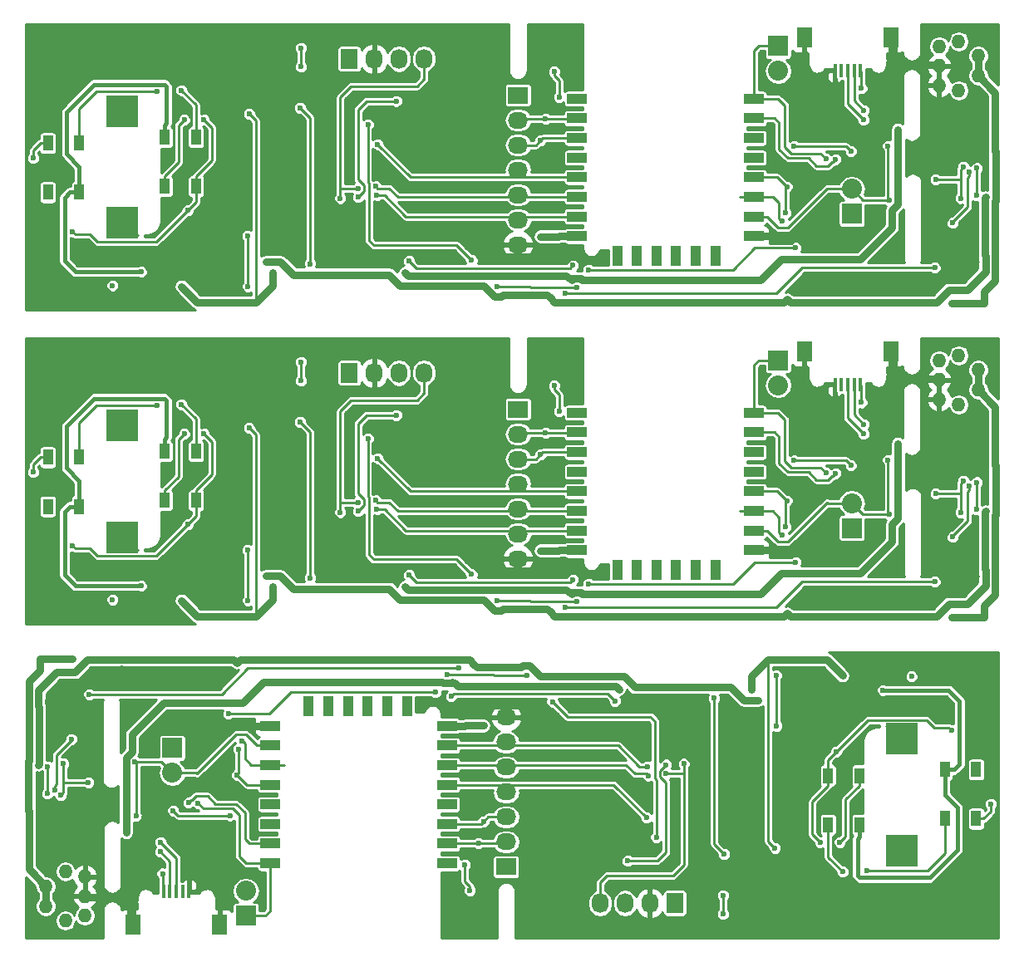
<source format=gbr>
G04 #@! TF.FileFunction,Copper,L2,Bot,Signal*
%FSLAX46Y46*%
G04 Gerber Fmt 4.6, Leading zero omitted, Abs format (unit mm)*
G04 Created by KiCad (PCBNEW (2016-05-02 BZR 6765, Git 2f87409)-product) date 2016-05-10 21:50:54*
%MOMM*%
%LPD*%
G01*
G04 APERTURE LIST*
%ADD10C,0.100000*%
%ADD11R,1.000000X1.600000*%
%ADD12R,3.200000X3.200000*%
%ADD13O,1.400000X1.400000*%
%ADD14R,1.727200X2.032000*%
%ADD15O,1.727200X2.032000*%
%ADD16R,2.032000X2.032000*%
%ADD17O,2.032000X2.032000*%
%ADD18R,2.032000X1.727200*%
%ADD19O,2.032000X1.727200*%
%ADD20R,1.500000X2.000000*%
%ADD21R,0.398780X1.348740*%
%ADD22R,1.000000X2.000000*%
%ADD23R,2.000000X1.000000*%
%ADD24C,0.600000*%
%ADD25C,0.800000*%
%ADD26C,0.250000*%
%ADD27C,0.450000*%
%ADD28C,0.254000*%
G04 APERTURE END LIST*
D10*
D11*
X98810000Y-71980000D03*
X95610000Y-71980000D03*
X98810000Y-66980000D03*
X95610000Y-66980000D03*
X83720000Y-67580000D03*
X86920000Y-67580000D03*
X83720000Y-72580000D03*
X86920000Y-72580000D03*
D12*
X91330000Y-75710000D03*
X91330000Y-64310000D03*
D13*
X174499800Y-59690000D03*
X174499800Y-57696100D03*
X174499800Y-61683900D03*
X178487600Y-58686700D03*
X178487600Y-60693300D03*
X176506400Y-57188100D03*
X176506400Y-62191900D03*
D14*
X114410000Y-58980000D03*
D15*
X116950000Y-58980000D03*
X119490000Y-58980000D03*
X122030000Y-58980000D03*
D16*
X158110000Y-57680000D03*
D17*
X158110000Y-60220000D03*
D18*
X131610000Y-62680000D03*
D19*
X131610000Y-65220000D03*
X131610000Y-67760000D03*
X131610000Y-70300000D03*
X131610000Y-72840000D03*
X131610000Y-75380000D03*
X131610000Y-77920000D03*
D16*
X165610000Y-74780000D03*
D17*
X165610000Y-72240000D03*
D20*
X160800000Y-56790000D03*
X169600000Y-56790000D03*
D21*
X166500480Y-60164620D03*
X165847700Y-60164620D03*
X165200000Y-60164620D03*
X164552300Y-60164620D03*
X163899520Y-60164620D03*
D22*
X141710000Y-79040000D03*
X143710000Y-79040000D03*
X145710000Y-79040000D03*
X147710000Y-79040000D03*
X149710000Y-79040000D03*
X151710000Y-79040000D03*
D23*
X137610000Y-63040000D03*
X137610000Y-65040000D03*
X137610000Y-67040000D03*
X137610000Y-69040000D03*
X137610000Y-71040000D03*
X137610000Y-73040000D03*
X137610000Y-75040000D03*
X137610000Y-77040000D03*
X155610000Y-77040000D03*
X155610000Y-75040000D03*
X155610000Y-73040000D03*
X155610000Y-71040000D03*
X155610000Y-69040000D03*
X155610000Y-67040000D03*
X155610000Y-65040000D03*
X155610000Y-63040000D03*
D11*
X98810000Y-103990000D03*
X95610000Y-103990000D03*
X98810000Y-98990000D03*
X95610000Y-98990000D03*
X83720000Y-99590000D03*
X86920000Y-99590000D03*
X83720000Y-104590000D03*
X86920000Y-104590000D03*
D12*
X91330000Y-107720000D03*
X91330000Y-96320000D03*
D13*
X174499800Y-91700000D03*
X174499800Y-89706100D03*
X174499800Y-93693900D03*
X178487600Y-90696700D03*
X178487600Y-92703300D03*
X176506400Y-89198100D03*
X176506400Y-94201900D03*
D14*
X114410000Y-90990000D03*
D15*
X116950000Y-90990000D03*
X119490000Y-90990000D03*
X122030000Y-90990000D03*
D16*
X158110000Y-89690000D03*
D17*
X158110000Y-92230000D03*
D18*
X131610000Y-94690000D03*
D19*
X131610000Y-97230000D03*
X131610000Y-99770000D03*
X131610000Y-102310000D03*
X131610000Y-104850000D03*
X131610000Y-107390000D03*
X131610000Y-109930000D03*
D16*
X165610000Y-106790000D03*
D17*
X165610000Y-104250000D03*
D20*
X160800000Y-88800000D03*
X169600000Y-88800000D03*
D21*
X166500480Y-92174620D03*
X165847700Y-92174620D03*
X165200000Y-92174620D03*
X164552300Y-92174620D03*
X163899520Y-92174620D03*
D22*
X141710000Y-111050000D03*
X143710000Y-111050000D03*
X145710000Y-111050000D03*
X147710000Y-111050000D03*
X149710000Y-111050000D03*
X151710000Y-111050000D03*
D23*
X137610000Y-95050000D03*
X137610000Y-97050000D03*
X137610000Y-99050000D03*
X137610000Y-101050000D03*
X137610000Y-103050000D03*
X137610000Y-105050000D03*
X137610000Y-107050000D03*
X137610000Y-109050000D03*
X155610000Y-109050000D03*
X155610000Y-107050000D03*
X155610000Y-105050000D03*
X155610000Y-103050000D03*
X155610000Y-101050000D03*
X155610000Y-99050000D03*
X155610000Y-97050000D03*
X155610000Y-95050000D03*
D11*
X163190000Y-132020000D03*
X166390000Y-132020000D03*
X163190000Y-137020000D03*
X166390000Y-137020000D03*
X178280000Y-136420000D03*
X175080000Y-136420000D03*
X178280000Y-131420000D03*
X175080000Y-131420000D03*
D12*
X170670000Y-128290000D03*
X170670000Y-139690000D03*
D13*
X87500200Y-144310000D03*
X87500200Y-146303900D03*
X87500200Y-142316100D03*
X83512400Y-145313300D03*
X83512400Y-143306700D03*
X85493600Y-146811900D03*
X85493600Y-141808100D03*
D14*
X147590000Y-145020000D03*
D15*
X145050000Y-145020000D03*
X142510000Y-145020000D03*
X139970000Y-145020000D03*
D16*
X103890000Y-146320000D03*
D17*
X103890000Y-143780000D03*
D18*
X130390000Y-141320000D03*
D19*
X130390000Y-138780000D03*
X130390000Y-136240000D03*
X130390000Y-133700000D03*
X130390000Y-131160000D03*
X130390000Y-128620000D03*
X130390000Y-126080000D03*
D16*
X96390000Y-129220000D03*
D17*
X96390000Y-131760000D03*
D20*
X101200000Y-147210000D03*
X92400000Y-147210000D03*
D21*
X95499520Y-143835380D03*
X96152300Y-143835380D03*
X96800000Y-143835380D03*
X97447700Y-143835380D03*
X98100480Y-143835380D03*
D22*
X120290000Y-124960000D03*
X118290000Y-124960000D03*
X116290000Y-124960000D03*
X114290000Y-124960000D03*
X112290000Y-124960000D03*
X110290000Y-124960000D03*
D23*
X124390000Y-140960000D03*
X124390000Y-138960000D03*
X124390000Y-136960000D03*
X124390000Y-134960000D03*
X124390000Y-132960000D03*
X124390000Y-130960000D03*
X124390000Y-128960000D03*
X124390000Y-126960000D03*
X106390000Y-126960000D03*
X106390000Y-128960000D03*
X106390000Y-130960000D03*
X106390000Y-132960000D03*
X106390000Y-134960000D03*
X106390000Y-136960000D03*
X106390000Y-138960000D03*
X106390000Y-140960000D03*
D24*
X105910000Y-79680000D03*
X90310000Y-82080000D03*
X133910000Y-77080000D03*
X133910000Y-67280000D03*
X159010000Y-83490000D03*
X179240000Y-73070000D03*
X134570153Y-83019844D03*
X105910000Y-111690000D03*
X90310000Y-114090000D03*
X133910000Y-109090000D03*
X133910000Y-99290000D03*
X159010000Y-115500000D03*
X179240000Y-105080000D03*
X134570153Y-115029844D03*
X156090000Y-124320000D03*
X171690000Y-121920000D03*
X128090000Y-126920000D03*
X128090000Y-136720000D03*
X102990000Y-120510000D03*
X82760000Y-130930000D03*
X127429847Y-120980156D03*
X175800000Y-83890000D03*
X175800000Y-115900000D03*
X86200000Y-120110000D03*
X163960000Y-69200000D03*
X163960000Y-101210000D03*
X98040000Y-134800000D03*
X175900000Y-75690000D03*
X177600000Y-70490000D03*
X175900000Y-107700000D03*
X177600000Y-102500000D03*
X86100000Y-128310000D03*
X84400000Y-133510000D03*
X82210000Y-69080000D03*
X86210000Y-76580000D03*
X99610000Y-65180000D03*
X98010000Y-74380000D03*
X82210000Y-101090000D03*
X86210000Y-108590000D03*
X99610000Y-97190000D03*
X98010000Y-106390000D03*
X179790000Y-134920000D03*
X175790000Y-127420000D03*
X162390000Y-138820000D03*
X163990000Y-129620000D03*
X110410000Y-79879990D03*
X120510000Y-79580000D03*
X109410000Y-63980000D03*
X137210000Y-80029978D03*
X110410000Y-111889990D03*
X120510000Y-111590000D03*
X109410000Y-95990000D03*
X137210000Y-112039978D03*
X151590000Y-124120010D03*
X141490000Y-124420000D03*
X152590000Y-140020000D03*
X124790000Y-123970022D03*
X94810000Y-62305010D03*
X97310000Y-62180000D03*
X94810000Y-94315010D03*
X97310000Y-94190000D03*
X167190000Y-141694990D03*
X164690000Y-141820000D03*
X93210000Y-80680000D03*
X93210000Y-112690000D03*
X168790000Y-123320000D03*
X169409990Y-73370000D03*
X169309990Y-67858166D03*
X169409990Y-105380000D03*
X169309990Y-99868166D03*
X92590010Y-130630000D03*
X92690010Y-136141834D03*
X129510000Y-82180000D03*
X137610000Y-82280000D03*
X104110000Y-82180000D03*
X104060000Y-77030000D03*
X129510000Y-114190000D03*
X137610000Y-114290000D03*
X104110000Y-114190000D03*
X104060000Y-109040000D03*
X132490000Y-121820000D03*
X124390000Y-121720000D03*
X157890000Y-121820000D03*
X157940000Y-126970000D03*
X178298500Y-72889547D03*
X178343354Y-70123720D03*
X178298500Y-104899547D03*
X178343354Y-102133720D03*
X83701500Y-131110453D03*
X83656646Y-133876280D03*
X159720000Y-67910000D03*
X165510000Y-68390000D03*
X159720000Y-99920000D03*
X165510000Y-100400000D03*
X102280000Y-136090000D03*
X96490000Y-135610000D03*
X135810000Y-62880000D03*
X135310000Y-60280000D03*
X135810000Y-94890000D03*
X135310000Y-92290000D03*
X126190000Y-141120000D03*
X126690000Y-143720000D03*
X159884990Y-78254990D03*
X138810000Y-80480000D03*
X159884990Y-110264990D03*
X138810000Y-112490000D03*
X102115010Y-125745010D03*
X123190000Y-123520000D03*
X174150000Y-71270000D03*
X162980000Y-69150000D03*
X176973934Y-69991943D03*
X176700000Y-73190000D03*
X174150000Y-103280000D03*
X162980000Y-101160000D03*
X176973934Y-102001943D03*
X176700000Y-105200000D03*
X87850000Y-132730000D03*
X99020000Y-134850000D03*
X85026066Y-134008057D03*
X85300000Y-130810000D03*
X136407249Y-82905010D03*
X134410000Y-65080000D03*
X174060000Y-80260000D03*
X136407249Y-114915010D03*
X134410000Y-97090000D03*
X174060000Y-112270000D03*
X125592751Y-121094990D03*
X127590000Y-138920000D03*
X87940000Y-123740000D03*
X126892471Y-79505010D03*
X116310000Y-65680000D03*
X158985021Y-72020000D03*
X158835010Y-74682751D03*
X126892471Y-111515010D03*
X116310000Y-97690000D03*
X158985021Y-104030000D03*
X158835010Y-106692751D03*
X135107529Y-124494990D03*
X145690000Y-138320000D03*
X103014979Y-131980000D03*
X103164990Y-129317249D03*
X109510000Y-57880000D03*
X109510000Y-59780000D03*
X117310000Y-67680000D03*
X109510000Y-89890000D03*
X109510000Y-91790000D03*
X117310000Y-99690000D03*
X152490000Y-146120000D03*
X152490000Y-144220000D03*
X144690000Y-136320000D03*
X158510000Y-75480000D03*
X158510000Y-107490000D03*
X103490000Y-128520000D03*
X117210000Y-72880000D03*
X119210000Y-63280000D03*
X115310000Y-73080000D03*
X117210000Y-104890000D03*
X119210000Y-95290000D03*
X115310000Y-105090000D03*
X144790000Y-131120000D03*
X142790000Y-140720000D03*
X146690000Y-130920000D03*
X115310000Y-72180000D03*
X117110000Y-71980000D03*
X113510000Y-73180000D03*
X115310000Y-104190000D03*
X117110000Y-103990000D03*
X113510000Y-105190000D03*
X146690000Y-131820000D03*
X144890000Y-132020000D03*
X148490000Y-130820000D03*
X166836081Y-64215010D03*
X166836081Y-96225010D03*
X95163919Y-139784990D03*
X166800000Y-65190000D03*
X166800000Y-97200000D03*
X95200000Y-138810000D03*
X97610000Y-65180000D03*
X97610000Y-97190000D03*
X164390000Y-138820000D03*
X166310000Y-82180000D03*
X166410000Y-77080000D03*
X165260000Y-77080000D03*
X164310000Y-77580000D03*
X165250000Y-78140000D03*
X168010000Y-74380000D03*
X122710000Y-79680000D03*
X122210000Y-74080000D03*
X120110000Y-72380000D03*
X122110000Y-72380000D03*
X101810000Y-68780000D03*
X107910000Y-60580000D03*
X108110000Y-64780000D03*
X85610000Y-62780000D03*
X85610000Y-69880000D03*
X83910000Y-77180000D03*
X169910000Y-64980000D03*
X139510000Y-79480000D03*
X168537979Y-67648360D03*
X108210000Y-74180000D03*
X118110000Y-74380000D03*
X120510000Y-73980000D03*
X128810000Y-73880000D03*
X124110000Y-74080000D03*
X121110000Y-67780000D03*
X111710000Y-67780000D03*
X178329990Y-79470696D03*
X170750000Y-81980000D03*
X170770000Y-82820000D03*
X166320000Y-78140000D03*
X168850000Y-79470000D03*
X169900000Y-59590000D03*
X179100000Y-67090000D03*
X176800000Y-67190000D03*
X166310000Y-114190000D03*
X166410000Y-109090000D03*
X165260000Y-109090000D03*
X164310000Y-109590000D03*
X165250000Y-110150000D03*
X168010000Y-106390000D03*
X122710000Y-111690000D03*
X122210000Y-106090000D03*
X120110000Y-104390000D03*
X122110000Y-104390000D03*
X101810000Y-100790000D03*
X107910000Y-92590000D03*
X108110000Y-96790000D03*
X85610000Y-94790000D03*
X85610000Y-101890000D03*
X83910000Y-109190000D03*
X169910000Y-96990000D03*
X139510000Y-111490000D03*
X168537979Y-99658360D03*
X108210000Y-106190000D03*
X118110000Y-106390000D03*
X120510000Y-105990000D03*
X128810000Y-105890000D03*
X124110000Y-106090000D03*
X121110000Y-99790000D03*
X111710000Y-99790000D03*
X178329990Y-111480696D03*
X170750000Y-113990000D03*
X170770000Y-114830000D03*
X166320000Y-110150000D03*
X168850000Y-111480000D03*
X169900000Y-91600000D03*
X179100000Y-99100000D03*
X176800000Y-99200000D03*
X95690000Y-121820000D03*
X95590000Y-126920000D03*
X96740000Y-126920000D03*
X97690000Y-126420000D03*
X96750000Y-125860000D03*
X93990000Y-129620000D03*
X139290000Y-124320000D03*
X139790000Y-129920000D03*
X141890000Y-131620000D03*
X139890000Y-131620000D03*
X160190000Y-135220000D03*
X154090000Y-143420000D03*
X153890000Y-139220000D03*
X176390000Y-141220000D03*
X176390000Y-134120000D03*
X178090000Y-126820000D03*
X92090000Y-139020000D03*
X122490000Y-124520000D03*
X93462021Y-136351640D03*
X153790000Y-129820000D03*
X143890000Y-129620000D03*
X141490000Y-130020000D03*
X133190000Y-130120000D03*
X137890000Y-129920000D03*
X140890000Y-136220000D03*
X150290000Y-136220000D03*
X83670010Y-124529304D03*
X91250000Y-122020000D03*
X91230000Y-121180000D03*
X95680000Y-125860000D03*
X93150000Y-124530000D03*
X92100000Y-144410000D03*
X82900000Y-136910000D03*
X85200000Y-136810000D03*
X106610000Y-80780000D03*
X120110000Y-80780000D03*
X104210000Y-64580000D03*
X97310000Y-82180000D03*
X169710000Y-74380000D03*
X170310000Y-66180000D03*
X166600000Y-61990000D03*
X106610000Y-112790000D03*
X120110000Y-112790000D03*
X104210000Y-96590000D03*
X97310000Y-114190000D03*
X169710000Y-106390000D03*
X170310000Y-98190000D03*
X166600000Y-94000000D03*
X155390000Y-123220000D03*
X141890000Y-123220000D03*
X157790000Y-139420000D03*
X164690000Y-121820000D03*
X92290000Y-129620000D03*
X91690000Y-137820000D03*
X95400000Y-142010000D03*
D25*
X179240000Y-73070000D02*
X179160000Y-73150000D01*
X179160000Y-73150000D02*
X179160000Y-78968704D01*
X179160000Y-78968704D02*
X179229991Y-79038695D01*
X179229991Y-80680009D02*
X177400000Y-82510000D01*
X171184217Y-83820010D02*
X159340010Y-83820010D01*
X179229991Y-79038695D02*
X179229991Y-80680009D01*
X177400000Y-82510000D02*
X175510000Y-82510000D01*
X174230000Y-83790000D02*
X171214227Y-83790000D01*
X175510000Y-82510000D02*
X174230000Y-83790000D01*
X171214227Y-83790000D02*
X171184217Y-83820010D01*
X159340010Y-83820010D02*
X159010000Y-83490000D01*
X107410000Y-79680000D02*
X105910000Y-79680000D01*
X108710000Y-80980000D02*
X107410000Y-79680000D01*
X118510000Y-80980000D02*
X108710000Y-80980000D01*
X119610000Y-82080000D02*
X118510000Y-80980000D01*
X128110000Y-82080000D02*
X119610000Y-82080000D01*
D26*
X131610000Y-67760000D02*
X133430000Y-67760000D01*
X133430000Y-67760000D02*
X133910000Y-67280000D01*
D25*
X159010000Y-83490000D02*
X158694988Y-83805012D01*
D26*
X137610000Y-67040000D02*
X134150000Y-67040000D01*
X134150000Y-67040000D02*
X133910000Y-67280000D01*
D25*
X135770000Y-77080000D02*
X133910000Y-77080000D01*
X137610000Y-77040000D02*
X135810000Y-77040000D01*
X135810000Y-77040000D02*
X135770000Y-77080000D01*
X129210000Y-83180000D02*
X128110000Y-82080000D01*
X129910000Y-83180000D02*
X129210000Y-83180000D01*
X130070156Y-83019844D02*
X129910000Y-83180000D01*
X132349844Y-83019844D02*
X130070156Y-83019844D01*
X133470156Y-83019844D02*
X132349844Y-83019844D01*
X134870152Y-83319843D02*
X134570153Y-83019844D01*
X135355321Y-83805012D02*
X134870152Y-83319843D01*
X158694988Y-83805012D02*
X135355321Y-83805012D01*
X134570153Y-83019844D02*
X133470156Y-83019844D01*
X179240000Y-105080000D02*
X179160000Y-105160000D01*
X179160000Y-105160000D02*
X179160000Y-110978704D01*
X179160000Y-110978704D02*
X179229991Y-111048695D01*
X179229991Y-112690009D02*
X177400000Y-114520000D01*
X171184217Y-115830010D02*
X159340010Y-115830010D01*
X179229991Y-111048695D02*
X179229991Y-112690009D01*
X177400000Y-114520000D02*
X175510000Y-114520000D01*
X174230000Y-115800000D02*
X171214227Y-115800000D01*
X175510000Y-114520000D02*
X174230000Y-115800000D01*
X171214227Y-115800000D02*
X171184217Y-115830010D01*
X159340010Y-115830010D02*
X159010000Y-115500000D01*
X107410000Y-111690000D02*
X105910000Y-111690000D01*
X108710000Y-112990000D02*
X107410000Y-111690000D01*
X118510000Y-112990000D02*
X108710000Y-112990000D01*
X119610000Y-114090000D02*
X118510000Y-112990000D01*
X128110000Y-114090000D02*
X119610000Y-114090000D01*
D26*
X131610000Y-99770000D02*
X133430000Y-99770000D01*
X133430000Y-99770000D02*
X133910000Y-99290000D01*
D25*
X159010000Y-115500000D02*
X158694988Y-115815012D01*
D26*
X137610000Y-99050000D02*
X134150000Y-99050000D01*
X134150000Y-99050000D02*
X133910000Y-99290000D01*
D25*
X135770000Y-109090000D02*
X133910000Y-109090000D01*
X137610000Y-109050000D02*
X135810000Y-109050000D01*
X135810000Y-109050000D02*
X135770000Y-109090000D01*
X129210000Y-115190000D02*
X128110000Y-114090000D01*
X129910000Y-115190000D02*
X129210000Y-115190000D01*
X130070156Y-115029844D02*
X129910000Y-115190000D01*
X132349844Y-115029844D02*
X130070156Y-115029844D01*
X133470156Y-115029844D02*
X132349844Y-115029844D01*
X134870152Y-115329843D02*
X134570153Y-115029844D01*
X135355321Y-115815012D02*
X134870152Y-115329843D01*
X158694988Y-115815012D02*
X135355321Y-115815012D01*
X134570153Y-115029844D02*
X133470156Y-115029844D01*
X82760000Y-130930000D02*
X82840000Y-130850000D01*
X82840000Y-130850000D02*
X82840000Y-125031296D01*
X82840000Y-125031296D02*
X82770009Y-124961305D01*
X82770009Y-123319991D02*
X84600000Y-121490000D01*
X90815783Y-120179990D02*
X102659990Y-120179990D01*
X82770009Y-124961305D02*
X82770009Y-123319991D01*
X84600000Y-121490000D02*
X86490000Y-121490000D01*
X87770000Y-120210000D02*
X90785773Y-120210000D01*
X86490000Y-121490000D02*
X87770000Y-120210000D01*
X90785773Y-120210000D02*
X90815783Y-120179990D01*
X102659990Y-120179990D02*
X102990000Y-120510000D01*
X154590000Y-124320000D02*
X156090000Y-124320000D01*
X153290000Y-123020000D02*
X154590000Y-124320000D01*
X143490000Y-123020000D02*
X153290000Y-123020000D01*
X142390000Y-121920000D02*
X143490000Y-123020000D01*
X133890000Y-121920000D02*
X142390000Y-121920000D01*
D26*
X130390000Y-136240000D02*
X128570000Y-136240000D01*
X128570000Y-136240000D02*
X128090000Y-136720000D01*
D25*
X102990000Y-120510000D02*
X103305012Y-120194988D01*
D26*
X124390000Y-136960000D02*
X127850000Y-136960000D01*
X127850000Y-136960000D02*
X128090000Y-136720000D01*
D25*
X126230000Y-126920000D02*
X128090000Y-126920000D01*
X124390000Y-126960000D02*
X126190000Y-126960000D01*
X126190000Y-126960000D02*
X126230000Y-126920000D01*
X132790000Y-120820000D02*
X133890000Y-121920000D01*
X132090000Y-120820000D02*
X132790000Y-120820000D01*
X131929844Y-120980156D02*
X132090000Y-120820000D01*
X129650156Y-120980156D02*
X131929844Y-120980156D01*
X128529844Y-120980156D02*
X129650156Y-120980156D01*
X127129848Y-120680157D02*
X127429847Y-120980156D01*
X126644679Y-120194988D02*
X127129848Y-120680157D01*
X103305012Y-120194988D02*
X126644679Y-120194988D01*
X127429847Y-120980156D02*
X128529844Y-120980156D01*
X175800000Y-83890000D02*
X179100000Y-83890000D01*
X180240008Y-73484218D02*
X180240008Y-68380008D01*
X179100000Y-83890000D02*
X179100000Y-82720000D01*
X180210000Y-81114227D02*
X180230001Y-81094226D01*
X180240008Y-68380008D02*
X180230000Y-68370000D01*
X179100000Y-82720000D02*
X180210000Y-81610000D01*
X180230000Y-68370000D02*
X180230000Y-62435700D01*
X180210000Y-81610000D02*
X180210000Y-81114227D01*
X180230001Y-81094226D02*
X180230001Y-73494225D01*
X180230001Y-73494225D02*
X180240008Y-73484218D01*
X180230000Y-62435700D02*
X178487600Y-60693300D01*
X178487600Y-58686700D02*
X178487600Y-60693300D01*
X175800000Y-115900000D02*
X179100000Y-115900000D01*
X180240008Y-105494218D02*
X180240008Y-100390008D01*
X179100000Y-115900000D02*
X179100000Y-114730000D01*
X180210000Y-113124227D02*
X180230001Y-113104226D01*
X180240008Y-100390008D02*
X180230000Y-100380000D01*
X179100000Y-114730000D02*
X180210000Y-113620000D01*
X180230000Y-100380000D02*
X180230000Y-94445700D01*
X180210000Y-113620000D02*
X180210000Y-113124227D01*
X180230001Y-113104226D02*
X180230001Y-105504225D01*
X180230001Y-105504225D02*
X180240008Y-105494218D01*
X180230000Y-94445700D02*
X178487600Y-92703300D01*
X178487600Y-90696700D02*
X178487600Y-92703300D01*
X86200000Y-120110000D02*
X82900000Y-120110000D01*
X81759992Y-130515782D02*
X81759992Y-135619992D01*
X82900000Y-120110000D02*
X82900000Y-121280000D01*
X81790000Y-122885773D02*
X81769999Y-122905774D01*
X81759992Y-135619992D02*
X81770000Y-135630000D01*
X82900000Y-121280000D02*
X81790000Y-122390000D01*
X81770000Y-135630000D02*
X81770000Y-141564300D01*
X81790000Y-122390000D02*
X81790000Y-122885773D01*
X81769999Y-122905774D02*
X81769999Y-130505775D01*
X81769999Y-130505775D02*
X81759992Y-130515782D01*
X81770000Y-141564300D02*
X83512400Y-143306700D01*
X83512400Y-145313300D02*
X83512400Y-143306700D01*
D26*
X158210000Y-65480000D02*
X157770000Y-65040000D01*
X157770000Y-65040000D02*
X155610000Y-65040000D01*
X158210000Y-68180000D02*
X158210000Y-65480000D01*
X159110000Y-69080000D02*
X158210000Y-68180000D01*
X161210000Y-69080000D02*
X159110000Y-69080000D01*
X162010000Y-69880000D02*
X161210000Y-69080000D01*
X163210000Y-69880000D02*
X162010000Y-69880000D01*
X163590001Y-69499999D02*
X163210000Y-69880000D01*
X163960000Y-69200000D02*
X163660001Y-69499999D01*
X163660001Y-69499999D02*
X163590001Y-69499999D01*
X158210000Y-97490000D02*
X157770000Y-97050000D01*
X157770000Y-97050000D02*
X155610000Y-97050000D01*
X158210000Y-100190000D02*
X158210000Y-97490000D01*
X159110000Y-101090000D02*
X158210000Y-100190000D01*
X161210000Y-101090000D02*
X159110000Y-101090000D01*
X162010000Y-101890000D02*
X161210000Y-101090000D01*
X163210000Y-101890000D02*
X162010000Y-101890000D01*
X163590001Y-101509999D02*
X163210000Y-101890000D01*
X163960000Y-101210000D02*
X163660001Y-101509999D01*
X163660001Y-101509999D02*
X163590001Y-101509999D01*
X103790000Y-138520000D02*
X104230000Y-138960000D01*
X104230000Y-138960000D02*
X106390000Y-138960000D01*
X103790000Y-135820000D02*
X103790000Y-138520000D01*
X102890000Y-134920000D02*
X103790000Y-135820000D01*
X100790000Y-134920000D02*
X102890000Y-134920000D01*
X99990000Y-134120000D02*
X100790000Y-134920000D01*
X98790000Y-134120000D02*
X99990000Y-134120000D01*
X98409999Y-134500001D02*
X98790000Y-134120000D01*
X98040000Y-134800000D02*
X98339999Y-134500001D01*
X98339999Y-134500001D02*
X98409999Y-134500001D01*
X177400000Y-74090000D02*
X175900000Y-75590000D01*
X175900000Y-75590000D02*
X175900000Y-75690000D01*
X177400000Y-71114264D02*
X177400000Y-74090000D01*
X177600000Y-70490000D02*
X177600000Y-70914264D01*
X177600000Y-70914264D02*
X177400000Y-71114264D01*
X177400000Y-106100000D02*
X175900000Y-107600000D01*
X175900000Y-107600000D02*
X175900000Y-107700000D01*
X177400000Y-103124264D02*
X177400000Y-106100000D01*
X177600000Y-102500000D02*
X177600000Y-102924264D01*
X177600000Y-102924264D02*
X177400000Y-103124264D01*
X84600000Y-129910000D02*
X86100000Y-128410000D01*
X86100000Y-128410000D02*
X86100000Y-128310000D01*
X84600000Y-132885736D02*
X84600000Y-129910000D01*
X84400000Y-133510000D02*
X84400000Y-133085736D01*
X84400000Y-133085736D02*
X84600000Y-132885736D01*
X82210000Y-68340000D02*
X82210000Y-69080000D01*
X83720000Y-67580000D02*
X82970000Y-67580000D01*
X82970000Y-67580000D02*
X82210000Y-68340000D01*
X88009999Y-76879999D02*
X88765001Y-77635001D01*
X88765001Y-77635001D02*
X94754999Y-77635001D01*
X94754999Y-77635001D02*
X97710001Y-74679999D01*
X97710001Y-74679999D02*
X98010000Y-74380000D01*
X86210000Y-76580000D02*
X86509999Y-76879999D01*
X86509999Y-76879999D02*
X88009999Y-76879999D01*
X100410000Y-65980000D02*
X100410000Y-69330000D01*
X98810000Y-70930000D02*
X98810000Y-71980000D01*
X100410000Y-69330000D02*
X98810000Y-70930000D01*
X99610000Y-65180000D02*
X100410000Y-65980000D01*
X98010000Y-74380000D02*
X98810000Y-73580000D01*
X98810000Y-73580000D02*
X98810000Y-71980000D01*
X82210000Y-100350000D02*
X82210000Y-101090000D01*
X83720000Y-99590000D02*
X82970000Y-99590000D01*
X82970000Y-99590000D02*
X82210000Y-100350000D01*
X88009999Y-108889999D02*
X88765001Y-109645001D01*
X88765001Y-109645001D02*
X94754999Y-109645001D01*
X94754999Y-109645001D02*
X97710001Y-106689999D01*
X97710001Y-106689999D02*
X98010000Y-106390000D01*
X86210000Y-108590000D02*
X86509999Y-108889999D01*
X86509999Y-108889999D02*
X88009999Y-108889999D01*
X100410000Y-97990000D02*
X100410000Y-101340000D01*
X98810000Y-102940000D02*
X98810000Y-103990000D01*
X100410000Y-101340000D02*
X98810000Y-102940000D01*
X99610000Y-97190000D02*
X100410000Y-97990000D01*
X98010000Y-106390000D02*
X98810000Y-105590000D01*
X98810000Y-105590000D02*
X98810000Y-103990000D01*
X179790000Y-135660000D02*
X179790000Y-134920000D01*
X178280000Y-136420000D02*
X179030000Y-136420000D01*
X179030000Y-136420000D02*
X179790000Y-135660000D01*
X173990001Y-127120001D02*
X173234999Y-126364999D01*
X173234999Y-126364999D02*
X167245001Y-126364999D01*
X167245001Y-126364999D02*
X164289999Y-129320001D01*
X164289999Y-129320001D02*
X163990000Y-129620000D01*
X175790000Y-127420000D02*
X175490001Y-127120001D01*
X175490001Y-127120001D02*
X173990001Y-127120001D01*
X161590000Y-138020000D02*
X161590000Y-134670000D01*
X163190000Y-133070000D02*
X163190000Y-132020000D01*
X161590000Y-134670000D02*
X163190000Y-133070000D01*
X162390000Y-138820000D02*
X161590000Y-138020000D01*
X163990000Y-129620000D02*
X163190000Y-130420000D01*
X163190000Y-130420000D02*
X163190000Y-132020000D01*
X120809999Y-79879999D02*
X120510000Y-79580000D01*
X121259977Y-80329977D02*
X120809999Y-79879999D01*
X137210000Y-80029978D02*
X136910001Y-80329977D01*
X136910001Y-80329977D02*
X121259977Y-80329977D01*
X110410000Y-79455726D02*
X110410000Y-79879990D01*
X110410000Y-64980000D02*
X110410000Y-79455726D01*
X109410000Y-63980000D02*
X110410000Y-64980000D01*
X120809999Y-111889999D02*
X120510000Y-111590000D01*
X121259977Y-112339977D02*
X120809999Y-111889999D01*
X137210000Y-112039978D02*
X136910001Y-112339977D01*
X136910001Y-112339977D02*
X121259977Y-112339977D01*
X110410000Y-111465726D02*
X110410000Y-111889990D01*
X110410000Y-96990000D02*
X110410000Y-111465726D01*
X109410000Y-95990000D02*
X110410000Y-96990000D01*
X141190001Y-124120001D02*
X141490000Y-124420000D01*
X140740023Y-123670023D02*
X141190001Y-124120001D01*
X124790000Y-123970022D02*
X125089999Y-123670023D01*
X125089999Y-123670023D02*
X140740023Y-123670023D01*
X151590000Y-124544274D02*
X151590000Y-124120010D01*
X151590000Y-139020000D02*
X151590000Y-124544274D01*
X152590000Y-140020000D02*
X151590000Y-139020000D01*
X94385736Y-62305010D02*
X94810000Y-62305010D01*
X88684990Y-62305010D02*
X94385736Y-62305010D01*
X86920000Y-67580000D02*
X86920000Y-64070000D01*
X86920000Y-64070000D02*
X88684990Y-62305010D01*
X98810000Y-66980000D02*
X98810000Y-63680000D01*
X98810000Y-63680000D02*
X97310000Y-62180000D01*
X94385736Y-94315010D02*
X94810000Y-94315010D01*
X88684990Y-94315010D02*
X94385736Y-94315010D01*
X86920000Y-99590000D02*
X86920000Y-96080000D01*
X86920000Y-96080000D02*
X88684990Y-94315010D01*
X98810000Y-98990000D02*
X98810000Y-95690000D01*
X98810000Y-95690000D02*
X97310000Y-94190000D01*
X167614264Y-141694990D02*
X167190000Y-141694990D01*
X173315010Y-141694990D02*
X167614264Y-141694990D01*
X175080000Y-136420000D02*
X175080000Y-139930000D01*
X175080000Y-139930000D02*
X173315010Y-141694990D01*
X163190000Y-137020000D02*
X163190000Y-140320000D01*
X163190000Y-140320000D02*
X164690000Y-141820000D01*
D27*
X86510000Y-80680000D02*
X93210000Y-80680000D01*
X85410000Y-79580000D02*
X86510000Y-80680000D01*
X85410000Y-73140000D02*
X85410000Y-79580000D01*
X86920000Y-72580000D02*
X85970000Y-72580000D01*
X85970000Y-72580000D02*
X85410000Y-73140000D01*
X85610000Y-68680000D02*
X86920000Y-69990000D01*
X86920000Y-69990000D02*
X86920000Y-72580000D01*
X85610000Y-64380000D02*
X85610000Y-68680000D01*
X88410000Y-61580000D02*
X85610000Y-64380000D01*
X95610000Y-61580000D02*
X88410000Y-61580000D01*
X95810000Y-61780000D02*
X95610000Y-61580000D01*
X95810000Y-65530000D02*
X95810000Y-61780000D01*
X95610000Y-66980000D02*
X95610000Y-65730000D01*
X95610000Y-65730000D02*
X95810000Y-65530000D01*
X86510000Y-112690000D02*
X93210000Y-112690000D01*
X85410000Y-111590000D02*
X86510000Y-112690000D01*
X85410000Y-105150000D02*
X85410000Y-111590000D01*
X86920000Y-104590000D02*
X85970000Y-104590000D01*
X85970000Y-104590000D02*
X85410000Y-105150000D01*
X85610000Y-100690000D02*
X86920000Y-102000000D01*
X86920000Y-102000000D02*
X86920000Y-104590000D01*
X85610000Y-96390000D02*
X85610000Y-100690000D01*
X88410000Y-93590000D02*
X85610000Y-96390000D01*
X95610000Y-93590000D02*
X88410000Y-93590000D01*
X95810000Y-93790000D02*
X95610000Y-93590000D01*
X95810000Y-97540000D02*
X95810000Y-93790000D01*
X95610000Y-98990000D02*
X95610000Y-97740000D01*
X95610000Y-97740000D02*
X95810000Y-97540000D01*
X175490000Y-123320000D02*
X168790000Y-123320000D01*
X176590000Y-124420000D02*
X175490000Y-123320000D01*
X176590000Y-130860000D02*
X176590000Y-124420000D01*
X175080000Y-131420000D02*
X176030000Y-131420000D01*
X176030000Y-131420000D02*
X176590000Y-130860000D01*
X176390000Y-135320000D02*
X175080000Y-134010000D01*
X175080000Y-134010000D02*
X175080000Y-131420000D01*
X176390000Y-139620000D02*
X176390000Y-135320000D01*
X173590000Y-142420000D02*
X176390000Y-139620000D01*
X166390000Y-142420000D02*
X173590000Y-142420000D01*
X166190000Y-142220000D02*
X166390000Y-142420000D01*
X166190000Y-138470000D02*
X166190000Y-142220000D01*
X166390000Y-137020000D02*
X166390000Y-138270000D01*
X166390000Y-138270000D02*
X166190000Y-138470000D01*
D26*
X169409990Y-73370000D02*
X166740000Y-73370000D01*
X166740000Y-73370000D02*
X165610000Y-72240000D01*
X155610000Y-75040000D02*
X156970000Y-75040000D01*
X159073590Y-76180000D02*
X163073590Y-72180000D01*
X156970000Y-75040000D02*
X158110000Y-76180000D01*
X158110000Y-76180000D02*
X159073590Y-76180000D01*
X163073590Y-72180000D02*
X163133590Y-72240000D01*
X163133590Y-72240000D02*
X165610000Y-72240000D01*
X169309990Y-67858166D02*
X169309990Y-73270000D01*
X169309990Y-73270000D02*
X169409990Y-73370000D01*
X169409990Y-105380000D02*
X166740000Y-105380000D01*
X166740000Y-105380000D02*
X165610000Y-104250000D01*
X155610000Y-107050000D02*
X156970000Y-107050000D01*
X159073590Y-108190000D02*
X163073590Y-104190000D01*
X156970000Y-107050000D02*
X158110000Y-108190000D01*
X158110000Y-108190000D02*
X159073590Y-108190000D01*
X163073590Y-104190000D02*
X163133590Y-104250000D01*
X163133590Y-104250000D02*
X165610000Y-104250000D01*
X169309990Y-99868166D02*
X169309990Y-105280000D01*
X169309990Y-105280000D02*
X169409990Y-105380000D01*
X92590010Y-130630000D02*
X95260000Y-130630000D01*
X95260000Y-130630000D02*
X96390000Y-131760000D01*
X106390000Y-128960000D02*
X105030000Y-128960000D01*
X102926410Y-127820000D02*
X98926410Y-131820000D01*
X105030000Y-128960000D02*
X103890000Y-127820000D01*
X103890000Y-127820000D02*
X102926410Y-127820000D01*
X98926410Y-131820000D02*
X98866410Y-131760000D01*
X98866410Y-131760000D02*
X96390000Y-131760000D01*
X92690010Y-136141834D02*
X92690010Y-130730000D01*
X92690010Y-130730000D02*
X92590010Y-130630000D01*
X129510000Y-82180000D02*
X132810000Y-82180000D01*
X132810000Y-82180000D02*
X132910000Y-82280000D01*
X137610000Y-82280000D02*
X132910000Y-82280000D01*
X104060000Y-77030000D02*
X104060000Y-82130000D01*
X104060000Y-82130000D02*
X104110000Y-82180000D01*
X129510000Y-114190000D02*
X132810000Y-114190000D01*
X132810000Y-114190000D02*
X132910000Y-114290000D01*
X137610000Y-114290000D02*
X132910000Y-114290000D01*
X104060000Y-109040000D02*
X104060000Y-114140000D01*
X104060000Y-114140000D02*
X104110000Y-114190000D01*
X132490000Y-121820000D02*
X129190000Y-121820000D01*
X129190000Y-121820000D02*
X129090000Y-121720000D01*
X124390000Y-121720000D02*
X129090000Y-121720000D01*
X157940000Y-126970000D02*
X157940000Y-121870000D01*
X157940000Y-121870000D02*
X157890000Y-121820000D01*
X178343354Y-70123720D02*
X178343354Y-72844693D01*
X178343354Y-72844693D02*
X178298500Y-72889547D01*
X178343354Y-102133720D02*
X178343354Y-104854693D01*
X178343354Y-104854693D02*
X178298500Y-104899547D01*
X83656646Y-133876280D02*
X83656646Y-131155307D01*
X83656646Y-131155307D02*
X83701500Y-131110453D01*
X165510000Y-68390000D02*
X165030000Y-67910000D01*
X165030000Y-67910000D02*
X159720000Y-67910000D01*
X165510000Y-100400000D02*
X165030000Y-99920000D01*
X165030000Y-99920000D02*
X159720000Y-99920000D01*
X96490000Y-135610000D02*
X96970000Y-136090000D01*
X96970000Y-136090000D02*
X102280000Y-136090000D01*
X135810000Y-61204264D02*
X135810000Y-62880000D01*
X135310000Y-60280000D02*
X135310000Y-60704264D01*
X135310000Y-60704264D02*
X135810000Y-61204264D01*
X135810000Y-93214264D02*
X135810000Y-94890000D01*
X135310000Y-92290000D02*
X135310000Y-92714264D01*
X135310000Y-92714264D02*
X135810000Y-93214264D01*
X126190000Y-142795736D02*
X126190000Y-141120000D01*
X126690000Y-143720000D02*
X126690000Y-143295736D01*
X126690000Y-143295736D02*
X126190000Y-142795736D01*
X159460726Y-78254990D02*
X159884990Y-78254990D01*
X153510000Y-80480000D02*
X155735010Y-78254990D01*
X138810000Y-80480000D02*
X153510000Y-80480000D01*
X155735010Y-78254990D02*
X159460726Y-78254990D01*
X159460726Y-110264990D02*
X159884990Y-110264990D01*
X153510000Y-112490000D02*
X155735010Y-110264990D01*
X138810000Y-112490000D02*
X153510000Y-112490000D01*
X155735010Y-110264990D02*
X159460726Y-110264990D01*
X102539274Y-125745010D02*
X102115010Y-125745010D01*
X108490000Y-123520000D02*
X106264990Y-125745010D01*
X123190000Y-123520000D02*
X108490000Y-123520000D01*
X106264990Y-125745010D02*
X102539274Y-125745010D01*
X156110000Y-57680000D02*
X155610000Y-58180000D01*
X155610000Y-58180000D02*
X155610000Y-63040000D01*
X158110000Y-57680000D02*
X156110000Y-57680000D01*
X158100000Y-63040000D02*
X155610000Y-63040000D01*
X176700000Y-73190000D02*
X176700000Y-71270000D01*
X176700000Y-71270000D02*
X176700000Y-70265877D01*
X174150000Y-71270000D02*
X176700000Y-71270000D01*
X158770000Y-63710000D02*
X158100000Y-63040000D01*
X158770000Y-67980000D02*
X158770000Y-63710000D01*
X159410000Y-68620000D02*
X158770000Y-67980000D01*
X162450000Y-68620000D02*
X159410000Y-68620000D01*
X162980000Y-69150000D02*
X162450000Y-68620000D01*
X176700000Y-70265877D02*
X176973934Y-69991943D01*
X156110000Y-89690000D02*
X155610000Y-90190000D01*
X155610000Y-90190000D02*
X155610000Y-95050000D01*
X158110000Y-89690000D02*
X156110000Y-89690000D01*
X158100000Y-95050000D02*
X155610000Y-95050000D01*
X176700000Y-105200000D02*
X176700000Y-103280000D01*
X176700000Y-103280000D02*
X176700000Y-102275877D01*
X174150000Y-103280000D02*
X176700000Y-103280000D01*
X158770000Y-95720000D02*
X158100000Y-95050000D01*
X158770000Y-99990000D02*
X158770000Y-95720000D01*
X159410000Y-100630000D02*
X158770000Y-99990000D01*
X162450000Y-100630000D02*
X159410000Y-100630000D01*
X162980000Y-101160000D02*
X162450000Y-100630000D01*
X176700000Y-102275877D02*
X176973934Y-102001943D01*
X105890000Y-146320000D02*
X106390000Y-145820000D01*
X106390000Y-145820000D02*
X106390000Y-140960000D01*
X103890000Y-146320000D02*
X105890000Y-146320000D01*
X103900000Y-140960000D02*
X106390000Y-140960000D01*
X85300000Y-130810000D02*
X85300000Y-132730000D01*
X85300000Y-132730000D02*
X85300000Y-133734123D01*
X87850000Y-132730000D02*
X85300000Y-132730000D01*
X103230000Y-140290000D02*
X103900000Y-140960000D01*
X103230000Y-136020000D02*
X103230000Y-140290000D01*
X102590000Y-135380000D02*
X103230000Y-136020000D01*
X99550000Y-135380000D02*
X102590000Y-135380000D01*
X99020000Y-134850000D02*
X99550000Y-135380000D01*
X85300000Y-133734123D02*
X85026066Y-134008057D01*
X134410000Y-65080000D02*
X131750000Y-65080000D01*
X131750000Y-65080000D02*
X131610000Y-65220000D01*
X136831513Y-82905010D02*
X136407249Y-82905010D01*
X157944990Y-82905010D02*
X136831513Y-82905010D01*
X160590000Y-80260000D02*
X157944990Y-82905010D01*
X174060000Y-80260000D02*
X160590000Y-80260000D01*
X134410000Y-65080000D02*
X137570000Y-65080000D01*
X137570000Y-65080000D02*
X137610000Y-65040000D01*
X134410000Y-97090000D02*
X131750000Y-97090000D01*
X131750000Y-97090000D02*
X131610000Y-97230000D01*
X136831513Y-114915010D02*
X136407249Y-114915010D01*
X157944990Y-114915010D02*
X136831513Y-114915010D01*
X160590000Y-112270000D02*
X157944990Y-114915010D01*
X174060000Y-112270000D02*
X160590000Y-112270000D01*
X134410000Y-97090000D02*
X137570000Y-97090000D01*
X137570000Y-97090000D02*
X137610000Y-97050000D01*
X127590000Y-138920000D02*
X130250000Y-138920000D01*
X130250000Y-138920000D02*
X130390000Y-138780000D01*
X125168487Y-121094990D02*
X125592751Y-121094990D01*
X104055010Y-121094990D02*
X125168487Y-121094990D01*
X101410000Y-123740000D02*
X104055010Y-121094990D01*
X87940000Y-123740000D02*
X101410000Y-123740000D01*
X127590000Y-138920000D02*
X124430000Y-138920000D01*
X124430000Y-138920000D02*
X124390000Y-138960000D01*
X116910000Y-77980000D02*
X125367461Y-77980000D01*
X125367461Y-77980000D02*
X126592472Y-79205011D01*
X116435001Y-77505001D02*
X116910000Y-77980000D01*
X116435001Y-71679999D02*
X116435001Y-77505001D01*
X116310000Y-65680000D02*
X116310000Y-71554998D01*
X126592472Y-79205011D02*
X126892471Y-79505010D01*
X116310000Y-71554998D02*
X116435001Y-71679999D01*
X158005021Y-71040000D02*
X158985021Y-72020000D01*
X155610000Y-71040000D02*
X158005021Y-71040000D01*
X158835010Y-72170011D02*
X158985021Y-72020000D01*
X158835010Y-74682751D02*
X158835010Y-72170011D01*
X116910000Y-109990000D02*
X125367461Y-109990000D01*
X125367461Y-109990000D02*
X126592472Y-111215011D01*
X116435001Y-109515001D02*
X116910000Y-109990000D01*
X116435001Y-103689999D02*
X116435001Y-109515001D01*
X116310000Y-97690000D02*
X116310000Y-103564998D01*
X126592472Y-111215011D02*
X126892471Y-111515010D01*
X116310000Y-103564998D02*
X116435001Y-103689999D01*
X158005021Y-103050000D02*
X158985021Y-104030000D01*
X155610000Y-103050000D02*
X158005021Y-103050000D01*
X158835010Y-104180011D02*
X158985021Y-104030000D01*
X158835010Y-106692751D02*
X158835010Y-104180011D01*
X145090000Y-126020000D02*
X136632539Y-126020000D01*
X136632539Y-126020000D02*
X135407528Y-124794989D01*
X145564999Y-126494999D02*
X145090000Y-126020000D01*
X145564999Y-132320001D02*
X145564999Y-126494999D01*
X145690000Y-138320000D02*
X145690000Y-132445002D01*
X135407528Y-124794989D02*
X135107529Y-124494990D01*
X145690000Y-132445002D02*
X145564999Y-132320001D01*
X103994979Y-132960000D02*
X103014979Y-131980000D01*
X106390000Y-132960000D02*
X103994979Y-132960000D01*
X103164990Y-131829989D02*
X103014979Y-131980000D01*
X103164990Y-129317249D02*
X103164990Y-131829989D01*
X132410000Y-71040000D02*
X130810000Y-71040000D01*
X137610000Y-71040000D02*
X132410000Y-71040000D01*
X132410000Y-71040000D02*
X132350000Y-71040000D01*
X132350000Y-71040000D02*
X131610000Y-70300000D01*
X130810000Y-71040000D02*
X120670000Y-71040000D01*
X130810000Y-71040000D02*
X130870000Y-71040000D01*
X130870000Y-71040000D02*
X131610000Y-70300000D01*
X109510000Y-59780000D02*
X109510000Y-57880000D01*
X120670000Y-71040000D02*
X117310000Y-67680000D01*
X132410000Y-103050000D02*
X130810000Y-103050000D01*
X137610000Y-103050000D02*
X132410000Y-103050000D01*
X132410000Y-103050000D02*
X132350000Y-103050000D01*
X132350000Y-103050000D02*
X131610000Y-102310000D01*
X130810000Y-103050000D02*
X120670000Y-103050000D01*
X130810000Y-103050000D02*
X130870000Y-103050000D01*
X130870000Y-103050000D02*
X131610000Y-102310000D01*
X109510000Y-91790000D02*
X109510000Y-89890000D01*
X120670000Y-103050000D02*
X117310000Y-99690000D01*
X129590000Y-132960000D02*
X131190000Y-132960000D01*
X124390000Y-132960000D02*
X129590000Y-132960000D01*
X129590000Y-132960000D02*
X129650000Y-132960000D01*
X129650000Y-132960000D02*
X130390000Y-133700000D01*
X131190000Y-132960000D02*
X141330000Y-132960000D01*
X131190000Y-132960000D02*
X131130000Y-132960000D01*
X131130000Y-132960000D02*
X130390000Y-133700000D01*
X152490000Y-144220000D02*
X152490000Y-146120000D01*
X141330000Y-132960000D02*
X144690000Y-136320000D01*
X154210000Y-73040000D02*
X155460000Y-73040000D01*
X158210000Y-75280000D02*
X158410000Y-75480000D01*
X158410000Y-75480000D02*
X158510000Y-75480000D01*
X158210000Y-73680000D02*
X158210000Y-75280000D01*
X157570000Y-73040000D02*
X158210000Y-73680000D01*
X155610000Y-73040000D02*
X157570000Y-73040000D01*
X154210000Y-105050000D02*
X155460000Y-105050000D01*
X158210000Y-107290000D02*
X158410000Y-107490000D01*
X158410000Y-107490000D02*
X158510000Y-107490000D01*
X158210000Y-105690000D02*
X158210000Y-107290000D01*
X157570000Y-105050000D02*
X158210000Y-105690000D01*
X155610000Y-105050000D02*
X157570000Y-105050000D01*
X107790000Y-130960000D02*
X106540000Y-130960000D01*
X103790000Y-128720000D02*
X103590000Y-128520000D01*
X103590000Y-128520000D02*
X103490000Y-128520000D01*
X103790000Y-130320000D02*
X103790000Y-128720000D01*
X104430000Y-130960000D02*
X103790000Y-130320000D01*
X106390000Y-130960000D02*
X104430000Y-130960000D01*
X132610000Y-75040000D02*
X120170000Y-75040000D01*
X137610000Y-75040000D02*
X132610000Y-75040000D01*
X132610000Y-75040000D02*
X131950000Y-75040000D01*
X131950000Y-75040000D02*
X131610000Y-75380000D01*
X115310000Y-71254998D02*
X115310000Y-64180000D01*
X115935001Y-71879999D02*
X115310000Y-71254998D01*
X115935001Y-72454999D02*
X115935001Y-71879999D01*
X115310000Y-64180000D02*
X116210000Y-63280000D01*
X115310000Y-73080000D02*
X115935001Y-72454999D01*
X116210000Y-63280000D02*
X118785736Y-63280000D01*
X118785736Y-63280000D02*
X119210000Y-63280000D01*
X118010000Y-72880000D02*
X117210000Y-72880000D01*
X120170000Y-75040000D02*
X118010000Y-72880000D01*
X132610000Y-107050000D02*
X120170000Y-107050000D01*
X137610000Y-107050000D02*
X132610000Y-107050000D01*
X132610000Y-107050000D02*
X131950000Y-107050000D01*
X131950000Y-107050000D02*
X131610000Y-107390000D01*
X115310000Y-103264998D02*
X115310000Y-96190000D01*
X115935001Y-103889999D02*
X115310000Y-103264998D01*
X115935001Y-104464999D02*
X115935001Y-103889999D01*
X115310000Y-96190000D02*
X116210000Y-95290000D01*
X115310000Y-105090000D02*
X115935001Y-104464999D01*
X116210000Y-95290000D02*
X118785736Y-95290000D01*
X118785736Y-95290000D02*
X119210000Y-95290000D01*
X118010000Y-104890000D02*
X117210000Y-104890000D01*
X120170000Y-107050000D02*
X118010000Y-104890000D01*
X129390000Y-128960000D02*
X141830000Y-128960000D01*
X124390000Y-128960000D02*
X129390000Y-128960000D01*
X129390000Y-128960000D02*
X130050000Y-128960000D01*
X130050000Y-128960000D02*
X130390000Y-128620000D01*
X146690000Y-132745002D02*
X146690000Y-139820000D01*
X146064999Y-132120001D02*
X146690000Y-132745002D01*
X146064999Y-131545001D02*
X146064999Y-132120001D01*
X146690000Y-139820000D02*
X145790000Y-140720000D01*
X146690000Y-130920000D02*
X146064999Y-131545001D01*
X145790000Y-140720000D02*
X143214264Y-140720000D01*
X143214264Y-140720000D02*
X142790000Y-140720000D01*
X143990000Y-131120000D02*
X144790000Y-131120000D01*
X141830000Y-128960000D02*
X143990000Y-131120000D01*
X132710000Y-73040000D02*
X119370000Y-73040000D01*
X137610000Y-73040000D02*
X132710000Y-73040000D01*
X132710000Y-73040000D02*
X131810000Y-73040000D01*
X131810000Y-73040000D02*
X131610000Y-72840000D01*
X113510000Y-73180000D02*
X113510000Y-72180000D01*
X113510000Y-72180000D02*
X113510000Y-62880000D01*
X115310000Y-72180000D02*
X113510000Y-72180000D01*
X118510000Y-72180000D02*
X117310000Y-72180000D01*
X117310000Y-72180000D02*
X117110000Y-71980000D01*
X119370000Y-73040000D02*
X118510000Y-72180000D01*
X121310000Y-61780000D02*
X122030000Y-61060000D01*
X122030000Y-61060000D02*
X122030000Y-58980000D01*
X114610000Y-61780000D02*
X121310000Y-61780000D01*
X113510000Y-62880000D02*
X114610000Y-61780000D01*
X132710000Y-105050000D02*
X119370000Y-105050000D01*
X137610000Y-105050000D02*
X132710000Y-105050000D01*
X132710000Y-105050000D02*
X131810000Y-105050000D01*
X131810000Y-105050000D02*
X131610000Y-104850000D01*
X113510000Y-105190000D02*
X113510000Y-104190000D01*
X113510000Y-104190000D02*
X113510000Y-94890000D01*
X115310000Y-104190000D02*
X113510000Y-104190000D01*
X118510000Y-104190000D02*
X117310000Y-104190000D01*
X117310000Y-104190000D02*
X117110000Y-103990000D01*
X119370000Y-105050000D02*
X118510000Y-104190000D01*
X121310000Y-93790000D02*
X122030000Y-93070000D01*
X122030000Y-93070000D02*
X122030000Y-90990000D01*
X114610000Y-93790000D02*
X121310000Y-93790000D01*
X113510000Y-94890000D02*
X114610000Y-93790000D01*
X129290000Y-130960000D02*
X142630000Y-130960000D01*
X124390000Y-130960000D02*
X129290000Y-130960000D01*
X129290000Y-130960000D02*
X130190000Y-130960000D01*
X130190000Y-130960000D02*
X130390000Y-131160000D01*
X148490000Y-130820000D02*
X148490000Y-131820000D01*
X148490000Y-131820000D02*
X148490000Y-141120000D01*
X146690000Y-131820000D02*
X148490000Y-131820000D01*
X143490000Y-131820000D02*
X144690000Y-131820000D01*
X144690000Y-131820000D02*
X144890000Y-132020000D01*
X142630000Y-130960000D02*
X143490000Y-131820000D01*
X140690000Y-142220000D02*
X139970000Y-142940000D01*
X139970000Y-142940000D02*
X139970000Y-145020000D01*
X147390000Y-142220000D02*
X140690000Y-142220000D01*
X148490000Y-141120000D02*
X147390000Y-142220000D01*
X165847700Y-63226629D02*
X166836081Y-64215010D01*
X165847700Y-60164620D02*
X165847700Y-63226629D01*
X165847700Y-95236629D02*
X166836081Y-96225010D01*
X165847700Y-92174620D02*
X165847700Y-95236629D01*
X96152300Y-140773371D02*
X95163919Y-139784990D01*
X96152300Y-143835380D02*
X96152300Y-140773371D01*
X165200000Y-63590000D02*
X166800000Y-65190000D01*
X165200000Y-60164620D02*
X165200000Y-63590000D01*
X165200000Y-95600000D02*
X166800000Y-97200000D01*
X165200000Y-92174620D02*
X165200000Y-95600000D01*
X96800000Y-140410000D02*
X95200000Y-138810000D01*
X96800000Y-143835380D02*
X96800000Y-140410000D01*
X97010000Y-65780000D02*
X97010000Y-69530000D01*
X97010000Y-69530000D02*
X95610000Y-70930000D01*
X95610000Y-70930000D02*
X95610000Y-71980000D01*
X97610000Y-65180000D02*
X97010000Y-65780000D01*
X97010000Y-97790000D02*
X97010000Y-101540000D01*
X97010000Y-101540000D02*
X95610000Y-102940000D01*
X95610000Y-102940000D02*
X95610000Y-103990000D01*
X97610000Y-97190000D02*
X97010000Y-97790000D01*
X164990000Y-138220000D02*
X164990000Y-134470000D01*
X164990000Y-134470000D02*
X166390000Y-133070000D01*
X166390000Y-133070000D02*
X166390000Y-132020000D01*
X164390000Y-138820000D02*
X164990000Y-138220000D01*
X161440000Y-61540000D02*
X160800000Y-60900000D01*
X160800000Y-60900000D02*
X160800000Y-56790000D01*
X163600000Y-61540000D02*
X161440000Y-61540000D01*
X163850000Y-61290000D02*
X163600000Y-61540000D01*
X163850000Y-61138510D02*
X163850000Y-61290000D01*
X163899520Y-60164620D02*
X163899520Y-61088990D01*
X163899520Y-61088990D02*
X163850000Y-61138510D01*
X121610000Y-78780000D02*
X122510000Y-79680000D01*
X122510000Y-79680000D02*
X122710000Y-79680000D01*
X113810000Y-78780000D02*
X121610000Y-78780000D01*
X111710000Y-76680000D02*
X113810000Y-78780000D01*
X111710000Y-67780000D02*
X111710000Y-76680000D01*
X122210000Y-74080000D02*
X124110000Y-74080000D01*
D25*
X127959976Y-79129976D02*
X127310000Y-78480000D01*
X129460024Y-79129976D02*
X127959976Y-79129976D01*
D26*
X91330000Y-75710000D02*
X92600000Y-76980000D01*
X92600000Y-76980000D02*
X92910000Y-76980000D01*
X122110000Y-72380000D02*
X120110000Y-72380000D01*
D25*
X137642002Y-79129976D02*
X131510000Y-79129976D01*
X131510000Y-79129976D02*
X129460024Y-79129976D01*
D26*
X131610000Y-77920000D02*
X131610000Y-79033600D01*
X131610000Y-79033600D02*
X131513624Y-79129976D01*
X131513624Y-79129976D02*
X131510000Y-79129976D01*
D25*
X139510000Y-79480000D02*
X137992026Y-79480000D01*
X137992026Y-79480000D02*
X137642002Y-79129976D01*
X157450000Y-77080000D02*
X165260000Y-77080000D01*
X165260000Y-77080000D02*
X166320000Y-78140000D01*
X155610000Y-77040000D02*
X157410000Y-77040000D01*
X157410000Y-77040000D02*
X157450000Y-77080000D01*
D26*
X178500000Y-79640706D02*
X178329990Y-79470696D01*
X178500000Y-79690000D02*
X178500000Y-79640706D01*
D25*
X170770000Y-82820000D02*
X170770000Y-82000000D01*
X170770000Y-82000000D02*
X170750000Y-81980000D01*
X169900000Y-59590000D02*
X174399800Y-59590000D01*
X174399800Y-59590000D02*
X174499800Y-59690000D01*
X169900000Y-59590000D02*
X169900000Y-57090000D01*
X169900000Y-57090000D02*
X169600000Y-56790000D01*
D26*
X161440000Y-93550000D02*
X160800000Y-92910000D01*
X160800000Y-92910000D02*
X160800000Y-88800000D01*
X163600000Y-93550000D02*
X161440000Y-93550000D01*
X163850000Y-93300000D02*
X163600000Y-93550000D01*
X163850000Y-93148510D02*
X163850000Y-93300000D01*
X163899520Y-92174620D02*
X163899520Y-93098990D01*
X163899520Y-93098990D02*
X163850000Y-93148510D01*
X121610000Y-110790000D02*
X122510000Y-111690000D01*
X122510000Y-111690000D02*
X122710000Y-111690000D01*
X113810000Y-110790000D02*
X121610000Y-110790000D01*
X111710000Y-108690000D02*
X113810000Y-110790000D01*
X111710000Y-99790000D02*
X111710000Y-108690000D01*
X122210000Y-106090000D02*
X124110000Y-106090000D01*
D25*
X127959976Y-111139976D02*
X127310000Y-110490000D01*
X129460024Y-111139976D02*
X127959976Y-111139976D01*
D26*
X91330000Y-107720000D02*
X92600000Y-108990000D01*
X92600000Y-108990000D02*
X92910000Y-108990000D01*
X122110000Y-104390000D02*
X120110000Y-104390000D01*
D25*
X137642002Y-111139976D02*
X131510000Y-111139976D01*
X131510000Y-111139976D02*
X129460024Y-111139976D01*
D26*
X131610000Y-109930000D02*
X131610000Y-111043600D01*
X131610000Y-111043600D02*
X131513624Y-111139976D01*
X131513624Y-111139976D02*
X131510000Y-111139976D01*
D25*
X139510000Y-111490000D02*
X137992026Y-111490000D01*
X137992026Y-111490000D02*
X137642002Y-111139976D01*
X157450000Y-109090000D02*
X165260000Y-109090000D01*
X165260000Y-109090000D02*
X166320000Y-110150000D01*
X155610000Y-109050000D02*
X157410000Y-109050000D01*
X157410000Y-109050000D02*
X157450000Y-109090000D01*
D26*
X178500000Y-111650706D02*
X178329990Y-111480696D01*
X178500000Y-111700000D02*
X178500000Y-111650706D01*
D25*
X170770000Y-114830000D02*
X170770000Y-114010000D01*
X170770000Y-114010000D02*
X170750000Y-113990000D01*
X169900000Y-91600000D02*
X174399800Y-91600000D01*
X174399800Y-91600000D02*
X174499800Y-91700000D01*
X169900000Y-91600000D02*
X169900000Y-89100000D01*
X169900000Y-89100000D02*
X169600000Y-88800000D01*
D26*
X100560000Y-142460000D02*
X101200000Y-143100000D01*
X101200000Y-143100000D02*
X101200000Y-147210000D01*
X98400000Y-142460000D02*
X100560000Y-142460000D01*
X98150000Y-142710000D02*
X98400000Y-142460000D01*
X98150000Y-142861490D02*
X98150000Y-142710000D01*
X98100480Y-143835380D02*
X98100480Y-142911010D01*
X98100480Y-142911010D02*
X98150000Y-142861490D01*
X140390000Y-125220000D02*
X139490000Y-124320000D01*
X139490000Y-124320000D02*
X139290000Y-124320000D01*
X148190000Y-125220000D02*
X140390000Y-125220000D01*
X150290000Y-127320000D02*
X148190000Y-125220000D01*
X150290000Y-136220000D02*
X150290000Y-127320000D01*
X139790000Y-129920000D02*
X137890000Y-129920000D01*
D25*
X134040024Y-124870024D02*
X134690000Y-125520000D01*
X132539976Y-124870024D02*
X134040024Y-124870024D01*
D26*
X170670000Y-128290000D02*
X169400000Y-127020000D01*
X169400000Y-127020000D02*
X169090000Y-127020000D01*
X139890000Y-131620000D02*
X141890000Y-131620000D01*
D25*
X124357998Y-124870024D02*
X130490000Y-124870024D01*
X130490000Y-124870024D02*
X132539976Y-124870024D01*
D26*
X130390000Y-126080000D02*
X130390000Y-124966400D01*
X130390000Y-124966400D02*
X130486376Y-124870024D01*
X130486376Y-124870024D02*
X130490000Y-124870024D01*
D25*
X122490000Y-124520000D02*
X124007974Y-124520000D01*
X124007974Y-124520000D02*
X124357998Y-124870024D01*
X104550000Y-126920000D02*
X96740000Y-126920000D01*
X96740000Y-126920000D02*
X95680000Y-125860000D01*
X106390000Y-126960000D02*
X104590000Y-126960000D01*
X104590000Y-126960000D02*
X104550000Y-126920000D01*
D26*
X83500000Y-124359294D02*
X83670010Y-124529304D01*
X83500000Y-124310000D02*
X83500000Y-124359294D01*
D25*
X91230000Y-121180000D02*
X91230000Y-122000000D01*
X91230000Y-122000000D02*
X91250000Y-122020000D01*
X92100000Y-144410000D02*
X87600200Y-144410000D01*
X87600200Y-144410000D02*
X87500200Y-144310000D01*
X92100000Y-144410000D02*
X92100000Y-146910000D01*
X92100000Y-146910000D02*
X92400000Y-147210000D01*
X120409999Y-81079999D02*
X120110000Y-80780000D01*
X136509999Y-81079999D02*
X120409999Y-81079999D01*
X137177999Y-81379999D02*
X136809999Y-81379999D01*
X136809999Y-81379999D02*
X136509999Y-81079999D01*
X106610000Y-80780000D02*
X106610000Y-82080000D01*
X106610000Y-82080000D02*
X104910000Y-83780000D01*
D26*
X104910000Y-65280000D02*
X104210000Y-64580000D01*
D25*
X104910000Y-83780000D02*
X98910000Y-83780000D01*
D26*
X104910000Y-83780000D02*
X104910000Y-65280000D01*
D25*
X98910000Y-83780000D02*
X97310000Y-82180000D01*
X158410000Y-79380000D02*
X156310000Y-81480000D01*
X169710000Y-76164228D02*
X166494228Y-79380000D01*
X166494228Y-79380000D02*
X158410000Y-79380000D01*
X138042001Y-81379999D02*
X137177999Y-81379999D01*
X156310000Y-81480000D02*
X138142002Y-81480000D01*
X137177999Y-81379999D02*
X137077998Y-81480000D01*
X169710000Y-74380000D02*
X169710000Y-76164228D01*
X138142002Y-81480000D02*
X138042001Y-81379999D01*
X170310000Y-73780000D02*
X169710000Y-74380000D01*
X170310000Y-66180000D02*
X170310000Y-73780000D01*
D26*
X166600000Y-61990000D02*
X166600000Y-60264140D01*
X166600000Y-60264140D02*
X166500480Y-60164620D01*
D25*
X120409999Y-113089999D02*
X120110000Y-112790000D01*
X136509999Y-113089999D02*
X120409999Y-113089999D01*
X137177999Y-113389999D02*
X136809999Y-113389999D01*
X136809999Y-113389999D02*
X136509999Y-113089999D01*
X106610000Y-112790000D02*
X106610000Y-114090000D01*
X106610000Y-114090000D02*
X104910000Y-115790000D01*
D26*
X104910000Y-97290000D02*
X104210000Y-96590000D01*
D25*
X104910000Y-115790000D02*
X98910000Y-115790000D01*
D26*
X104910000Y-115790000D02*
X104910000Y-97290000D01*
D25*
X98910000Y-115790000D02*
X97310000Y-114190000D01*
X158410000Y-111390000D02*
X156310000Y-113490000D01*
X169710000Y-108174228D02*
X166494228Y-111390000D01*
X166494228Y-111390000D02*
X158410000Y-111390000D01*
X138042001Y-113389999D02*
X137177999Y-113389999D01*
X156310000Y-113490000D02*
X138142002Y-113490000D01*
X137177999Y-113389999D02*
X137077998Y-113490000D01*
X169710000Y-106390000D02*
X169710000Y-108174228D01*
X138142002Y-113490000D02*
X138042001Y-113389999D01*
X170310000Y-105790000D02*
X169710000Y-106390000D01*
X170310000Y-98190000D02*
X170310000Y-105790000D01*
D26*
X166600000Y-94000000D02*
X166600000Y-92274140D01*
X166600000Y-92274140D02*
X166500480Y-92174620D01*
D25*
X141590001Y-122920001D02*
X141890000Y-123220000D01*
X125490001Y-122920001D02*
X141590001Y-122920001D01*
X124822001Y-122620001D02*
X125190001Y-122620001D01*
X125190001Y-122620001D02*
X125490001Y-122920001D01*
X155390000Y-123220000D02*
X155390000Y-121920000D01*
X155390000Y-121920000D02*
X157090000Y-120220000D01*
D26*
X157090000Y-138720000D02*
X157790000Y-139420000D01*
D25*
X157090000Y-120220000D02*
X163090000Y-120220000D01*
D26*
X157090000Y-120220000D02*
X157090000Y-138720000D01*
D25*
X163090000Y-120220000D02*
X164690000Y-121820000D01*
X103590000Y-124620000D02*
X105690000Y-122520000D01*
X92290000Y-127835772D02*
X95505772Y-124620000D01*
X95505772Y-124620000D02*
X103590000Y-124620000D01*
X123957999Y-122620001D02*
X124822001Y-122620001D01*
X105690000Y-122520000D02*
X123857998Y-122520000D01*
X124822001Y-122620001D02*
X124922002Y-122520000D01*
X92290000Y-129620000D02*
X92290000Y-127835772D01*
X123857998Y-122520000D02*
X123957999Y-122620001D01*
X91690000Y-130220000D02*
X92290000Y-129620000D01*
X91690000Y-137820000D02*
X91690000Y-130220000D01*
D26*
X95400000Y-142010000D02*
X95400000Y-143735860D01*
X95400000Y-143735860D02*
X95499520Y-143835380D01*
D28*
G36*
X138229000Y-62151536D02*
X136610000Y-62151536D01*
X136461341Y-62181106D01*
X136335314Y-62265314D01*
X136316000Y-62294220D01*
X136316000Y-61204264D01*
X136277483Y-61010626D01*
X136167796Y-60846468D01*
X135916504Y-60595176D01*
X135990882Y-60416054D01*
X135991118Y-60145135D01*
X135887661Y-59894748D01*
X135696259Y-59703013D01*
X135446054Y-59599118D01*
X135175135Y-59598882D01*
X134924748Y-59702339D01*
X134733013Y-59893741D01*
X134629118Y-60143946D01*
X134628882Y-60414865D01*
X134732339Y-60665252D01*
X134812141Y-60745193D01*
X134842517Y-60897902D01*
X134952204Y-61062060D01*
X135304000Y-61413856D01*
X135304000Y-62422877D01*
X135233013Y-62493741D01*
X135129118Y-62743946D01*
X135128882Y-63014865D01*
X135232339Y-63265252D01*
X135423741Y-63456987D01*
X135673946Y-63560882D01*
X135944865Y-63561118D01*
X136195252Y-63457661D01*
X136221536Y-63431423D01*
X136221536Y-63540000D01*
X136251106Y-63688659D01*
X136335314Y-63814686D01*
X136461341Y-63898894D01*
X136610000Y-63928464D01*
X138229000Y-63928464D01*
X138229000Y-64151536D01*
X136610000Y-64151536D01*
X136461341Y-64181106D01*
X136335314Y-64265314D01*
X136251106Y-64391341D01*
X136221536Y-64540000D01*
X136221536Y-64574000D01*
X134867123Y-64574000D01*
X134796259Y-64503013D01*
X134546054Y-64399118D01*
X134275135Y-64398882D01*
X134024748Y-64502339D01*
X133952962Y-64574000D01*
X132826231Y-64574000D01*
X132669834Y-64339935D01*
X132266057Y-64070140D01*
X131789769Y-63975400D01*
X131430231Y-63975400D01*
X130953943Y-64070140D01*
X130550166Y-64339935D01*
X130280371Y-64743712D01*
X130185631Y-65220000D01*
X130280371Y-65696288D01*
X130550166Y-66100065D01*
X130953943Y-66369860D01*
X131430231Y-66464600D01*
X131789769Y-66464600D01*
X132266057Y-66369860D01*
X132669834Y-66100065D01*
X132939629Y-65696288D01*
X132961567Y-65586000D01*
X133952877Y-65586000D01*
X134023741Y-65656987D01*
X134273946Y-65760882D01*
X134544865Y-65761118D01*
X134795252Y-65657661D01*
X134867038Y-65586000D01*
X136230686Y-65586000D01*
X136251106Y-65688659D01*
X136335314Y-65814686D01*
X136461341Y-65898894D01*
X136610000Y-65928464D01*
X138229000Y-65928464D01*
X138229000Y-66151536D01*
X136610000Y-66151536D01*
X136461341Y-66181106D01*
X136335314Y-66265314D01*
X136251106Y-66391341D01*
X136222729Y-66534000D01*
X134150000Y-66534000D01*
X133956362Y-66572517D01*
X133916719Y-66599005D01*
X133775135Y-66598882D01*
X133524748Y-66702339D01*
X133333013Y-66893741D01*
X133229118Y-67143946D01*
X133229030Y-67245378D01*
X133220408Y-67254000D01*
X132919776Y-67254000D01*
X132669834Y-66879935D01*
X132266057Y-66610140D01*
X131789769Y-66515400D01*
X131430231Y-66515400D01*
X130953943Y-66610140D01*
X130550166Y-66879935D01*
X130280371Y-67283712D01*
X130185631Y-67760000D01*
X130280371Y-68236288D01*
X130550166Y-68640065D01*
X130953943Y-68909860D01*
X131430231Y-69004600D01*
X131789769Y-69004600D01*
X132266057Y-68909860D01*
X132669834Y-68640065D01*
X132919776Y-68266000D01*
X133430000Y-68266000D01*
X133623638Y-68227483D01*
X133787796Y-68117796D01*
X133944561Y-67961031D01*
X134044865Y-67961118D01*
X134295252Y-67857661D01*
X134486987Y-67666259D01*
X134536923Y-67546000D01*
X136222729Y-67546000D01*
X136251106Y-67688659D01*
X136335314Y-67814686D01*
X136461341Y-67898894D01*
X136610000Y-67928464D01*
X138229000Y-67928464D01*
X138229000Y-68151536D01*
X136610000Y-68151536D01*
X136461341Y-68181106D01*
X136335314Y-68265314D01*
X136251106Y-68391341D01*
X136221536Y-68540000D01*
X136221536Y-69540000D01*
X136251106Y-69688659D01*
X136335314Y-69814686D01*
X136461341Y-69898894D01*
X136610000Y-69928464D01*
X138229000Y-69928464D01*
X138229000Y-70151536D01*
X136610000Y-70151536D01*
X136461341Y-70181106D01*
X136335314Y-70265314D01*
X136251106Y-70391341D01*
X136222729Y-70534000D01*
X132987823Y-70534000D01*
X133034369Y-70300000D01*
X132939629Y-69823712D01*
X132669834Y-69419935D01*
X132266057Y-69150140D01*
X131789769Y-69055400D01*
X131430231Y-69055400D01*
X130953943Y-69150140D01*
X130550166Y-69419935D01*
X130280371Y-69823712D01*
X130185631Y-70300000D01*
X130232177Y-70534000D01*
X120879592Y-70534000D01*
X117991031Y-67645439D01*
X117991118Y-67545135D01*
X117887661Y-67294748D01*
X117696259Y-67103013D01*
X117446054Y-66999118D01*
X117175135Y-66998882D01*
X116924748Y-67102339D01*
X116816000Y-67210898D01*
X116816000Y-66137123D01*
X116886987Y-66066259D01*
X116990882Y-65816054D01*
X116991118Y-65545135D01*
X116887661Y-65294748D01*
X116696259Y-65103013D01*
X116446054Y-64999118D01*
X116175135Y-64998882D01*
X115924748Y-65102339D01*
X115816000Y-65210898D01*
X115816000Y-64389592D01*
X116419592Y-63786000D01*
X118752877Y-63786000D01*
X118823741Y-63856987D01*
X119073946Y-63960882D01*
X119344865Y-63961118D01*
X119595252Y-63857661D01*
X119786987Y-63666259D01*
X119890882Y-63416054D01*
X119891118Y-63145135D01*
X119787661Y-62894748D01*
X119596259Y-62703013D01*
X119346054Y-62599118D01*
X119075135Y-62598882D01*
X118824748Y-62702339D01*
X118752962Y-62774000D01*
X116210000Y-62774000D01*
X116016362Y-62812517D01*
X115852204Y-62922204D01*
X114952204Y-63822204D01*
X114842517Y-63986362D01*
X114804000Y-64180000D01*
X114804000Y-71254998D01*
X114842517Y-71448636D01*
X114940789Y-71595711D01*
X114924748Y-71602339D01*
X114852962Y-71674000D01*
X114016000Y-71674000D01*
X114016000Y-63089592D01*
X114819592Y-62286000D01*
X121310000Y-62286000D01*
X121503638Y-62247483D01*
X121667796Y-62137796D01*
X121989192Y-61816400D01*
X130205536Y-61816400D01*
X130205536Y-63543600D01*
X130235106Y-63692259D01*
X130319314Y-63818286D01*
X130445341Y-63902494D01*
X130594000Y-63932064D01*
X132626000Y-63932064D01*
X132774659Y-63902494D01*
X132900686Y-63818286D01*
X132984894Y-63692259D01*
X133014464Y-63543600D01*
X133014464Y-61816400D01*
X132984894Y-61667741D01*
X132900686Y-61541714D01*
X132774659Y-61457506D01*
X132626000Y-61427936D01*
X130594000Y-61427936D01*
X130445341Y-61457506D01*
X130319314Y-61541714D01*
X130235106Y-61667741D01*
X130205536Y-61816400D01*
X121989192Y-61816400D01*
X122387796Y-61417796D01*
X122432098Y-61351493D01*
X122497483Y-61253638D01*
X122536000Y-61060000D01*
X122536000Y-60289776D01*
X122910065Y-60039834D01*
X123179860Y-59636057D01*
X123274600Y-59159769D01*
X123274600Y-58800231D01*
X123179860Y-58323943D01*
X122910065Y-57920166D01*
X122506288Y-57650371D01*
X122030000Y-57555631D01*
X121553712Y-57650371D01*
X121149935Y-57920166D01*
X120880140Y-58323943D01*
X120785400Y-58800231D01*
X120785400Y-59159769D01*
X120880140Y-59636057D01*
X121149935Y-60039834D01*
X121524000Y-60289776D01*
X121524000Y-60850408D01*
X121100408Y-61274000D01*
X114610000Y-61274000D01*
X114416362Y-61312517D01*
X114252204Y-61422204D01*
X113152204Y-62522204D01*
X113042517Y-62686362D01*
X113004000Y-62880000D01*
X113004000Y-72722877D01*
X112933013Y-72793741D01*
X112829118Y-73043946D01*
X112828882Y-73314865D01*
X112932339Y-73565252D01*
X113123741Y-73756987D01*
X113373946Y-73860882D01*
X113644865Y-73861118D01*
X113895252Y-73757661D01*
X114086987Y-73566259D01*
X114190882Y-73316054D01*
X114191118Y-73045135D01*
X114087661Y-72794748D01*
X114016000Y-72722962D01*
X114016000Y-72686000D01*
X114740767Y-72686000D01*
X114733013Y-72693741D01*
X114629118Y-72943946D01*
X114628882Y-73214865D01*
X114732339Y-73465252D01*
X114923741Y-73656987D01*
X115173946Y-73760882D01*
X115444865Y-73761118D01*
X115695252Y-73657661D01*
X115886987Y-73466259D01*
X115929001Y-73365079D01*
X115929001Y-77505001D01*
X115967518Y-77698639D01*
X116077205Y-77862797D01*
X116552204Y-78337796D01*
X116716362Y-78447483D01*
X116910000Y-78486000D01*
X125157869Y-78486000D01*
X126211440Y-79539571D01*
X126211353Y-79639875D01*
X126287422Y-79823977D01*
X121469569Y-79823977D01*
X121191031Y-79545439D01*
X121191118Y-79445135D01*
X121087661Y-79194748D01*
X120896259Y-79003013D01*
X120646054Y-78899118D01*
X120375135Y-78898882D01*
X120124748Y-79002339D01*
X119933013Y-79193741D01*
X119829118Y-79443946D01*
X119828882Y-79714865D01*
X119932339Y-79965252D01*
X119989881Y-80022894D01*
X119811124Y-80058450D01*
X119557750Y-80227750D01*
X119388450Y-80481124D01*
X119343186Y-80708686D01*
X119062250Y-80427750D01*
X118808876Y-80258450D01*
X118801521Y-80256987D01*
X118510000Y-80199000D01*
X111014911Y-80199000D01*
X111090882Y-80016044D01*
X111091118Y-79745125D01*
X110987661Y-79494738D01*
X110916000Y-79422952D01*
X110916000Y-64980000D01*
X110877483Y-64786362D01*
X110767796Y-64622204D01*
X110091031Y-63945439D01*
X110091118Y-63845135D01*
X109987661Y-63594748D01*
X109796259Y-63403013D01*
X109546054Y-63299118D01*
X109275135Y-63298882D01*
X109024748Y-63402339D01*
X108833013Y-63593741D01*
X108729118Y-63843946D01*
X108728882Y-64114865D01*
X108832339Y-64365252D01*
X109023741Y-64556987D01*
X109273946Y-64660882D01*
X109375378Y-64660970D01*
X109904000Y-65189592D01*
X109904000Y-79422867D01*
X109833013Y-79493731D01*
X109729118Y-79743936D01*
X109728882Y-80014855D01*
X109804969Y-80199000D01*
X109033501Y-80199000D01*
X107962250Y-79127750D01*
X107708876Y-78958450D01*
X107665017Y-78949726D01*
X107410000Y-78899000D01*
X105910000Y-78899000D01*
X105611124Y-78958450D01*
X105416000Y-79088828D01*
X105416000Y-65280000D01*
X105377483Y-65086362D01*
X105267796Y-64922204D01*
X104891031Y-64545439D01*
X104891118Y-64445135D01*
X104787661Y-64194748D01*
X104596259Y-64003013D01*
X104346054Y-63899118D01*
X104075135Y-63898882D01*
X103824748Y-64002339D01*
X103633013Y-64193741D01*
X103529118Y-64443946D01*
X103528882Y-64714865D01*
X103632339Y-64965252D01*
X103823741Y-65156987D01*
X104073946Y-65260882D01*
X104175378Y-65260970D01*
X104404000Y-65489592D01*
X104404000Y-76435465D01*
X104196054Y-76349118D01*
X103925135Y-76348882D01*
X103674748Y-76452339D01*
X103483013Y-76643741D01*
X103379118Y-76893946D01*
X103378882Y-77164865D01*
X103482339Y-77415252D01*
X103554000Y-77487038D01*
X103554000Y-81772790D01*
X103533013Y-81793741D01*
X103429118Y-82043946D01*
X103428882Y-82314865D01*
X103532339Y-82565252D01*
X103723741Y-82756987D01*
X103973946Y-82860882D01*
X104244865Y-82861118D01*
X104404000Y-82795365D01*
X104404000Y-82999000D01*
X99233501Y-82999000D01*
X97862250Y-81627750D01*
X97608876Y-81458450D01*
X97310000Y-81399001D01*
X97011124Y-81458450D01*
X96757750Y-81627750D01*
X96588450Y-81881124D01*
X96529001Y-82180000D01*
X96588450Y-82478876D01*
X96757750Y-82732250D01*
X98357750Y-84332251D01*
X98509637Y-84433738D01*
X98611124Y-84501550D01*
X98739840Y-84527153D01*
X81456000Y-84533824D01*
X81456000Y-82214865D01*
X89628882Y-82214865D01*
X89732339Y-82465252D01*
X89923741Y-82656987D01*
X90173946Y-82760882D01*
X90444865Y-82761118D01*
X90695252Y-82657661D01*
X90886987Y-82466259D01*
X90990882Y-82216054D01*
X90991118Y-81945135D01*
X90887661Y-81694748D01*
X90696259Y-81503013D01*
X90446054Y-81399118D01*
X90175135Y-81398882D01*
X89924748Y-81502339D01*
X89733013Y-81693741D01*
X89629118Y-81943946D01*
X89628882Y-82214865D01*
X81456000Y-82214865D01*
X81456000Y-71780000D01*
X82831536Y-71780000D01*
X82831536Y-73380000D01*
X82861106Y-73528659D01*
X82945314Y-73654686D01*
X83071341Y-73738894D01*
X83220000Y-73768464D01*
X84220000Y-73768464D01*
X84368659Y-73738894D01*
X84494686Y-73654686D01*
X84578894Y-73528659D01*
X84608464Y-73380000D01*
X84608464Y-73140000D01*
X84804000Y-73140000D01*
X84804000Y-79580000D01*
X84850129Y-79811906D01*
X84981493Y-80008507D01*
X86081493Y-81108507D01*
X86278094Y-81239871D01*
X86510000Y-81286000D01*
X92893612Y-81286000D01*
X93073946Y-81360882D01*
X93344865Y-81361118D01*
X93595252Y-81257661D01*
X93786987Y-81066259D01*
X93890882Y-80816054D01*
X93891118Y-80545135D01*
X93787661Y-80294748D01*
X93596259Y-80103013D01*
X93346054Y-79999118D01*
X93075135Y-79998882D01*
X92893334Y-80074000D01*
X86761014Y-80074000D01*
X86016000Y-79328986D01*
X86016000Y-77236821D01*
X86073946Y-77260882D01*
X86186902Y-77260980D01*
X86316361Y-77347482D01*
X86509999Y-77385999D01*
X87800407Y-77385999D01*
X88407205Y-77992797D01*
X88571363Y-78102484D01*
X88765001Y-78141001D01*
X94754999Y-78141001D01*
X94948637Y-78102484D01*
X95112795Y-77992797D01*
X98044561Y-75061031D01*
X98144865Y-75061118D01*
X98395252Y-74957661D01*
X98586987Y-74766259D01*
X98690882Y-74516054D01*
X98690970Y-74414622D01*
X99167796Y-73937796D01*
X99277483Y-73773638D01*
X99316000Y-73580000D01*
X99316000Y-73167271D01*
X99458659Y-73138894D01*
X99584686Y-73054686D01*
X99668894Y-72928659D01*
X99698464Y-72780000D01*
X99698464Y-71180000D01*
X99668894Y-71031341D01*
X99584686Y-70905314D01*
X99564060Y-70891532D01*
X100767796Y-69687796D01*
X100768754Y-69686362D01*
X100877483Y-69523638D01*
X100916000Y-69330000D01*
X100916000Y-65980000D01*
X100877483Y-65786362D01*
X100767796Y-65622204D01*
X100291031Y-65145439D01*
X100291118Y-65045135D01*
X100187661Y-64794748D01*
X99996259Y-64603013D01*
X99746054Y-64499118D01*
X99475135Y-64498882D01*
X99316000Y-64564635D01*
X99316000Y-63680000D01*
X99277483Y-63486362D01*
X99167796Y-63322204D01*
X97991031Y-62145439D01*
X97991118Y-62045135D01*
X97887661Y-61794748D01*
X97696259Y-61603013D01*
X97446054Y-61499118D01*
X97175135Y-61498882D01*
X96924748Y-61602339D01*
X96733013Y-61793741D01*
X96629118Y-62043946D01*
X96628882Y-62314865D01*
X96732339Y-62565252D01*
X96923741Y-62756987D01*
X97173946Y-62860882D01*
X97275378Y-62860970D01*
X98304000Y-63889592D01*
X98304000Y-65792729D01*
X98161341Y-65821106D01*
X98035314Y-65905314D01*
X97951106Y-66031341D01*
X97921536Y-66180000D01*
X97921536Y-67780000D01*
X97951106Y-67928659D01*
X98035314Y-68054686D01*
X98161341Y-68138894D01*
X98310000Y-68168464D01*
X99310000Y-68168464D01*
X99458659Y-68138894D01*
X99584686Y-68054686D01*
X99668894Y-67928659D01*
X99698464Y-67780000D01*
X99698464Y-66180000D01*
X99668894Y-66031341D01*
X99584686Y-65905314D01*
X99518246Y-65860921D01*
X99575378Y-65860970D01*
X99904000Y-66189592D01*
X99904000Y-69120408D01*
X98452204Y-70572204D01*
X98342517Y-70736362D01*
X98331542Y-70791536D01*
X98310000Y-70791536D01*
X98161341Y-70821106D01*
X98035314Y-70905314D01*
X97951106Y-71031341D01*
X97921536Y-71180000D01*
X97921536Y-72780000D01*
X97951106Y-72928659D01*
X98035314Y-73054686D01*
X98161341Y-73138894D01*
X98304000Y-73167271D01*
X98304000Y-73370408D01*
X97975439Y-73698969D01*
X97875135Y-73698882D01*
X97624748Y-73802339D01*
X97433013Y-73993741D01*
X97329118Y-74243946D01*
X97329030Y-74345378D01*
X94545407Y-77129001D01*
X93565000Y-77129001D01*
X93565000Y-76936000D01*
X93810000Y-76936000D01*
X93854050Y-76927238D01*
X93898961Y-76927238D01*
X94281644Y-76851118D01*
X94446023Y-76783030D01*
X94770447Y-76566257D01*
X94896257Y-76440447D01*
X95113030Y-76116023D01*
X95181118Y-75951644D01*
X95257238Y-75568961D01*
X95257238Y-75524050D01*
X95266000Y-75480000D01*
X95266000Y-73168464D01*
X96110000Y-73168464D01*
X96258659Y-73138894D01*
X96384686Y-73054686D01*
X96468894Y-72928659D01*
X96498464Y-72780000D01*
X96498464Y-71180000D01*
X96468894Y-71031341D01*
X96384686Y-70905314D01*
X96364060Y-70891532D01*
X97367796Y-69887796D01*
X97477483Y-69723638D01*
X97516000Y-69530000D01*
X97516000Y-65989592D01*
X97644561Y-65861031D01*
X97744865Y-65861118D01*
X97995252Y-65757661D01*
X98186987Y-65566259D01*
X98290882Y-65316054D01*
X98291118Y-65045135D01*
X98187661Y-64794748D01*
X97996259Y-64603013D01*
X97746054Y-64499118D01*
X97475135Y-64498882D01*
X97224748Y-64602339D01*
X97033013Y-64793741D01*
X96929118Y-65043946D01*
X96929030Y-65145378D01*
X96652204Y-65422204D01*
X96542517Y-65586362D01*
X96504000Y-65780000D01*
X96504000Y-69320408D01*
X95266000Y-70558408D01*
X95266000Y-68168464D01*
X96110000Y-68168464D01*
X96258659Y-68138894D01*
X96384686Y-68054686D01*
X96468894Y-67928659D01*
X96498464Y-67780000D01*
X96498464Y-66180000D01*
X96468894Y-66031341D01*
X96384686Y-65905314D01*
X96308198Y-65854207D01*
X96369871Y-65761906D01*
X96416001Y-65530000D01*
X96416000Y-65529995D01*
X96416000Y-61780005D01*
X96416001Y-61780000D01*
X96369871Y-61548094D01*
X96238507Y-61351493D01*
X96038507Y-61151493D01*
X95841906Y-61020129D01*
X95610000Y-60974000D01*
X88410000Y-60974000D01*
X88178094Y-61020129D01*
X87981493Y-61151493D01*
X85181493Y-63951493D01*
X85050129Y-64148094D01*
X85004000Y-64380000D01*
X85004000Y-68680000D01*
X85050129Y-68911906D01*
X85181493Y-69108507D01*
X86314000Y-70241014D01*
X86314000Y-71412621D01*
X86271341Y-71421106D01*
X86145314Y-71505314D01*
X86061106Y-71631341D01*
X86031536Y-71780000D01*
X86031536Y-71974000D01*
X85970005Y-71974000D01*
X85970000Y-71973999D01*
X85738743Y-72020000D01*
X85738094Y-72020129D01*
X85541493Y-72151493D01*
X85541491Y-72151496D01*
X84981493Y-72711493D01*
X84850129Y-72908094D01*
X84804000Y-73140000D01*
X84608464Y-73140000D01*
X84608464Y-71780000D01*
X84578894Y-71631341D01*
X84494686Y-71505314D01*
X84368659Y-71421106D01*
X84220000Y-71391536D01*
X83220000Y-71391536D01*
X83071341Y-71421106D01*
X82945314Y-71505314D01*
X82861106Y-71631341D01*
X82831536Y-71780000D01*
X81456000Y-71780000D01*
X81456000Y-69214865D01*
X81528882Y-69214865D01*
X81632339Y-69465252D01*
X81823741Y-69656987D01*
X82073946Y-69760882D01*
X82344865Y-69761118D01*
X82595252Y-69657661D01*
X82786987Y-69466259D01*
X82890882Y-69216054D01*
X82891118Y-68945135D01*
X82787661Y-68694748D01*
X82716000Y-68622962D01*
X82716000Y-68549592D01*
X82840504Y-68425088D01*
X82861106Y-68528659D01*
X82945314Y-68654686D01*
X83071341Y-68738894D01*
X83220000Y-68768464D01*
X84220000Y-68768464D01*
X84368659Y-68738894D01*
X84494686Y-68654686D01*
X84578894Y-68528659D01*
X84608464Y-68380000D01*
X84608464Y-66780000D01*
X84578894Y-66631341D01*
X84494686Y-66505314D01*
X84368659Y-66421106D01*
X84220000Y-66391536D01*
X83220000Y-66391536D01*
X83071341Y-66421106D01*
X82945314Y-66505314D01*
X82861106Y-66631341D01*
X82831536Y-66780000D01*
X82831536Y-67101542D01*
X82776362Y-67112517D01*
X82612204Y-67222204D01*
X81852204Y-67982204D01*
X81742517Y-68146362D01*
X81704000Y-68340000D01*
X81704000Y-68622877D01*
X81633013Y-68693741D01*
X81529118Y-68943946D01*
X81528882Y-69214865D01*
X81456000Y-69214865D01*
X81456000Y-58014865D01*
X108828882Y-58014865D01*
X108932339Y-58265252D01*
X109004000Y-58337038D01*
X109004000Y-59322877D01*
X108933013Y-59393741D01*
X108829118Y-59643946D01*
X108828882Y-59914865D01*
X108932339Y-60165252D01*
X109123741Y-60356987D01*
X109373946Y-60460882D01*
X109644865Y-60461118D01*
X109895252Y-60357661D01*
X110086987Y-60166259D01*
X110190882Y-59916054D01*
X110191118Y-59645135D01*
X110087661Y-59394748D01*
X110016000Y-59322962D01*
X110016000Y-58337123D01*
X110086987Y-58266259D01*
X110190882Y-58016054D01*
X110190927Y-57964000D01*
X113157936Y-57964000D01*
X113157936Y-59996000D01*
X113187506Y-60144659D01*
X113271714Y-60270686D01*
X113397741Y-60354894D01*
X113546400Y-60384464D01*
X115273600Y-60384464D01*
X115422259Y-60354894D01*
X115548286Y-60270686D01*
X115632494Y-60144659D01*
X115662064Y-59996000D01*
X115662064Y-59898817D01*
X116047964Y-60330732D01*
X116575209Y-60584709D01*
X116590974Y-60587358D01*
X116823000Y-60466217D01*
X116823000Y-59107000D01*
X116803000Y-59107000D01*
X116803000Y-58853000D01*
X116823000Y-58853000D01*
X116823000Y-57493783D01*
X117077000Y-57493783D01*
X117077000Y-58853000D01*
X117097000Y-58853000D01*
X117097000Y-59107000D01*
X117077000Y-59107000D01*
X117077000Y-60466217D01*
X117309026Y-60587358D01*
X117324791Y-60584709D01*
X117852036Y-60330732D01*
X118241954Y-59894320D01*
X118337296Y-59621757D01*
X118340140Y-59636057D01*
X118609935Y-60039834D01*
X119013712Y-60309629D01*
X119490000Y-60404369D01*
X119966288Y-60309629D01*
X120370065Y-60039834D01*
X120639860Y-59636057D01*
X120734600Y-59159769D01*
X120734600Y-58800231D01*
X120639860Y-58323943D01*
X120370065Y-57920166D01*
X119966288Y-57650371D01*
X119490000Y-57555631D01*
X119013712Y-57650371D01*
X118609935Y-57920166D01*
X118340140Y-58323943D01*
X118337296Y-58338243D01*
X118241954Y-58065680D01*
X117852036Y-57629268D01*
X117324791Y-57375291D01*
X117309026Y-57372642D01*
X117077000Y-57493783D01*
X116823000Y-57493783D01*
X116590974Y-57372642D01*
X116575209Y-57375291D01*
X116047964Y-57629268D01*
X115662064Y-58061183D01*
X115662064Y-57964000D01*
X115632494Y-57815341D01*
X115548286Y-57689314D01*
X115422259Y-57605106D01*
X115273600Y-57575536D01*
X113546400Y-57575536D01*
X113397741Y-57605106D01*
X113271714Y-57689314D01*
X113187506Y-57815341D01*
X113157936Y-57964000D01*
X110190927Y-57964000D01*
X110191118Y-57745135D01*
X110087661Y-57494748D01*
X109896259Y-57303013D01*
X109646054Y-57199118D01*
X109375135Y-57198882D01*
X109124748Y-57302339D01*
X108933013Y-57493741D01*
X108829118Y-57743946D01*
X108828882Y-58014865D01*
X81456000Y-58014865D01*
X81456000Y-55445909D01*
X130654000Y-55436091D01*
X130654000Y-60180000D01*
X130662762Y-60224050D01*
X130662762Y-60268961D01*
X130700822Y-60460303D01*
X130700822Y-60460305D01*
X130741107Y-60557559D01*
X130765070Y-60615410D01*
X130768911Y-60624684D01*
X130877298Y-60786895D01*
X130908984Y-60818580D01*
X131003105Y-60912702D01*
X131165316Y-61021089D01*
X131329695Y-61089178D01*
X131329697Y-61089178D01*
X131521036Y-61127237D01*
X131521038Y-61127238D01*
X131698963Y-61127238D01*
X131698965Y-61127237D01*
X131890303Y-61089178D01*
X131890305Y-61089178D01*
X132054684Y-61021089D01*
X132216895Y-60912702D01*
X132272609Y-60856987D01*
X132342702Y-60786895D01*
X132451089Y-60624684D01*
X132454931Y-60615410D01*
X132478893Y-60557559D01*
X132519178Y-60460305D01*
X132519178Y-60460303D01*
X132557238Y-60268960D01*
X132557238Y-60224050D01*
X132566000Y-60180000D01*
X132566000Y-55436000D01*
X138229000Y-55436000D01*
X138229000Y-62151536D01*
X138229000Y-62151536D01*
G37*
X138229000Y-62151536D02*
X136610000Y-62151536D01*
X136461341Y-62181106D01*
X136335314Y-62265314D01*
X136316000Y-62294220D01*
X136316000Y-61204264D01*
X136277483Y-61010626D01*
X136167796Y-60846468D01*
X135916504Y-60595176D01*
X135990882Y-60416054D01*
X135991118Y-60145135D01*
X135887661Y-59894748D01*
X135696259Y-59703013D01*
X135446054Y-59599118D01*
X135175135Y-59598882D01*
X134924748Y-59702339D01*
X134733013Y-59893741D01*
X134629118Y-60143946D01*
X134628882Y-60414865D01*
X134732339Y-60665252D01*
X134812141Y-60745193D01*
X134842517Y-60897902D01*
X134952204Y-61062060D01*
X135304000Y-61413856D01*
X135304000Y-62422877D01*
X135233013Y-62493741D01*
X135129118Y-62743946D01*
X135128882Y-63014865D01*
X135232339Y-63265252D01*
X135423741Y-63456987D01*
X135673946Y-63560882D01*
X135944865Y-63561118D01*
X136195252Y-63457661D01*
X136221536Y-63431423D01*
X136221536Y-63540000D01*
X136251106Y-63688659D01*
X136335314Y-63814686D01*
X136461341Y-63898894D01*
X136610000Y-63928464D01*
X138229000Y-63928464D01*
X138229000Y-64151536D01*
X136610000Y-64151536D01*
X136461341Y-64181106D01*
X136335314Y-64265314D01*
X136251106Y-64391341D01*
X136221536Y-64540000D01*
X136221536Y-64574000D01*
X134867123Y-64574000D01*
X134796259Y-64503013D01*
X134546054Y-64399118D01*
X134275135Y-64398882D01*
X134024748Y-64502339D01*
X133952962Y-64574000D01*
X132826231Y-64574000D01*
X132669834Y-64339935D01*
X132266057Y-64070140D01*
X131789769Y-63975400D01*
X131430231Y-63975400D01*
X130953943Y-64070140D01*
X130550166Y-64339935D01*
X130280371Y-64743712D01*
X130185631Y-65220000D01*
X130280371Y-65696288D01*
X130550166Y-66100065D01*
X130953943Y-66369860D01*
X131430231Y-66464600D01*
X131789769Y-66464600D01*
X132266057Y-66369860D01*
X132669834Y-66100065D01*
X132939629Y-65696288D01*
X132961567Y-65586000D01*
X133952877Y-65586000D01*
X134023741Y-65656987D01*
X134273946Y-65760882D01*
X134544865Y-65761118D01*
X134795252Y-65657661D01*
X134867038Y-65586000D01*
X136230686Y-65586000D01*
X136251106Y-65688659D01*
X136335314Y-65814686D01*
X136461341Y-65898894D01*
X136610000Y-65928464D01*
X138229000Y-65928464D01*
X138229000Y-66151536D01*
X136610000Y-66151536D01*
X136461341Y-66181106D01*
X136335314Y-66265314D01*
X136251106Y-66391341D01*
X136222729Y-66534000D01*
X134150000Y-66534000D01*
X133956362Y-66572517D01*
X133916719Y-66599005D01*
X133775135Y-66598882D01*
X133524748Y-66702339D01*
X133333013Y-66893741D01*
X133229118Y-67143946D01*
X133229030Y-67245378D01*
X133220408Y-67254000D01*
X132919776Y-67254000D01*
X132669834Y-66879935D01*
X132266057Y-66610140D01*
X131789769Y-66515400D01*
X131430231Y-66515400D01*
X130953943Y-66610140D01*
X130550166Y-66879935D01*
X130280371Y-67283712D01*
X130185631Y-67760000D01*
X130280371Y-68236288D01*
X130550166Y-68640065D01*
X130953943Y-68909860D01*
X131430231Y-69004600D01*
X131789769Y-69004600D01*
X132266057Y-68909860D01*
X132669834Y-68640065D01*
X132919776Y-68266000D01*
X133430000Y-68266000D01*
X133623638Y-68227483D01*
X133787796Y-68117796D01*
X133944561Y-67961031D01*
X134044865Y-67961118D01*
X134295252Y-67857661D01*
X134486987Y-67666259D01*
X134536923Y-67546000D01*
X136222729Y-67546000D01*
X136251106Y-67688659D01*
X136335314Y-67814686D01*
X136461341Y-67898894D01*
X136610000Y-67928464D01*
X138229000Y-67928464D01*
X138229000Y-68151536D01*
X136610000Y-68151536D01*
X136461341Y-68181106D01*
X136335314Y-68265314D01*
X136251106Y-68391341D01*
X136221536Y-68540000D01*
X136221536Y-69540000D01*
X136251106Y-69688659D01*
X136335314Y-69814686D01*
X136461341Y-69898894D01*
X136610000Y-69928464D01*
X138229000Y-69928464D01*
X138229000Y-70151536D01*
X136610000Y-70151536D01*
X136461341Y-70181106D01*
X136335314Y-70265314D01*
X136251106Y-70391341D01*
X136222729Y-70534000D01*
X132987823Y-70534000D01*
X133034369Y-70300000D01*
X132939629Y-69823712D01*
X132669834Y-69419935D01*
X132266057Y-69150140D01*
X131789769Y-69055400D01*
X131430231Y-69055400D01*
X130953943Y-69150140D01*
X130550166Y-69419935D01*
X130280371Y-69823712D01*
X130185631Y-70300000D01*
X130232177Y-70534000D01*
X120879592Y-70534000D01*
X117991031Y-67645439D01*
X117991118Y-67545135D01*
X117887661Y-67294748D01*
X117696259Y-67103013D01*
X117446054Y-66999118D01*
X117175135Y-66998882D01*
X116924748Y-67102339D01*
X116816000Y-67210898D01*
X116816000Y-66137123D01*
X116886987Y-66066259D01*
X116990882Y-65816054D01*
X116991118Y-65545135D01*
X116887661Y-65294748D01*
X116696259Y-65103013D01*
X116446054Y-64999118D01*
X116175135Y-64998882D01*
X115924748Y-65102339D01*
X115816000Y-65210898D01*
X115816000Y-64389592D01*
X116419592Y-63786000D01*
X118752877Y-63786000D01*
X118823741Y-63856987D01*
X119073946Y-63960882D01*
X119344865Y-63961118D01*
X119595252Y-63857661D01*
X119786987Y-63666259D01*
X119890882Y-63416054D01*
X119891118Y-63145135D01*
X119787661Y-62894748D01*
X119596259Y-62703013D01*
X119346054Y-62599118D01*
X119075135Y-62598882D01*
X118824748Y-62702339D01*
X118752962Y-62774000D01*
X116210000Y-62774000D01*
X116016362Y-62812517D01*
X115852204Y-62922204D01*
X114952204Y-63822204D01*
X114842517Y-63986362D01*
X114804000Y-64180000D01*
X114804000Y-71254998D01*
X114842517Y-71448636D01*
X114940789Y-71595711D01*
X114924748Y-71602339D01*
X114852962Y-71674000D01*
X114016000Y-71674000D01*
X114016000Y-63089592D01*
X114819592Y-62286000D01*
X121310000Y-62286000D01*
X121503638Y-62247483D01*
X121667796Y-62137796D01*
X121989192Y-61816400D01*
X130205536Y-61816400D01*
X130205536Y-63543600D01*
X130235106Y-63692259D01*
X130319314Y-63818286D01*
X130445341Y-63902494D01*
X130594000Y-63932064D01*
X132626000Y-63932064D01*
X132774659Y-63902494D01*
X132900686Y-63818286D01*
X132984894Y-63692259D01*
X133014464Y-63543600D01*
X133014464Y-61816400D01*
X132984894Y-61667741D01*
X132900686Y-61541714D01*
X132774659Y-61457506D01*
X132626000Y-61427936D01*
X130594000Y-61427936D01*
X130445341Y-61457506D01*
X130319314Y-61541714D01*
X130235106Y-61667741D01*
X130205536Y-61816400D01*
X121989192Y-61816400D01*
X122387796Y-61417796D01*
X122432098Y-61351493D01*
X122497483Y-61253638D01*
X122536000Y-61060000D01*
X122536000Y-60289776D01*
X122910065Y-60039834D01*
X123179860Y-59636057D01*
X123274600Y-59159769D01*
X123274600Y-58800231D01*
X123179860Y-58323943D01*
X122910065Y-57920166D01*
X122506288Y-57650371D01*
X122030000Y-57555631D01*
X121553712Y-57650371D01*
X121149935Y-57920166D01*
X120880140Y-58323943D01*
X120785400Y-58800231D01*
X120785400Y-59159769D01*
X120880140Y-59636057D01*
X121149935Y-60039834D01*
X121524000Y-60289776D01*
X121524000Y-60850408D01*
X121100408Y-61274000D01*
X114610000Y-61274000D01*
X114416362Y-61312517D01*
X114252204Y-61422204D01*
X113152204Y-62522204D01*
X113042517Y-62686362D01*
X113004000Y-62880000D01*
X113004000Y-72722877D01*
X112933013Y-72793741D01*
X112829118Y-73043946D01*
X112828882Y-73314865D01*
X112932339Y-73565252D01*
X113123741Y-73756987D01*
X113373946Y-73860882D01*
X113644865Y-73861118D01*
X113895252Y-73757661D01*
X114086987Y-73566259D01*
X114190882Y-73316054D01*
X114191118Y-73045135D01*
X114087661Y-72794748D01*
X114016000Y-72722962D01*
X114016000Y-72686000D01*
X114740767Y-72686000D01*
X114733013Y-72693741D01*
X114629118Y-72943946D01*
X114628882Y-73214865D01*
X114732339Y-73465252D01*
X114923741Y-73656987D01*
X115173946Y-73760882D01*
X115444865Y-73761118D01*
X115695252Y-73657661D01*
X115886987Y-73466259D01*
X115929001Y-73365079D01*
X115929001Y-77505001D01*
X115967518Y-77698639D01*
X116077205Y-77862797D01*
X116552204Y-78337796D01*
X116716362Y-78447483D01*
X116910000Y-78486000D01*
X125157869Y-78486000D01*
X126211440Y-79539571D01*
X126211353Y-79639875D01*
X126287422Y-79823977D01*
X121469569Y-79823977D01*
X121191031Y-79545439D01*
X121191118Y-79445135D01*
X121087661Y-79194748D01*
X120896259Y-79003013D01*
X120646054Y-78899118D01*
X120375135Y-78898882D01*
X120124748Y-79002339D01*
X119933013Y-79193741D01*
X119829118Y-79443946D01*
X119828882Y-79714865D01*
X119932339Y-79965252D01*
X119989881Y-80022894D01*
X119811124Y-80058450D01*
X119557750Y-80227750D01*
X119388450Y-80481124D01*
X119343186Y-80708686D01*
X119062250Y-80427750D01*
X118808876Y-80258450D01*
X118801521Y-80256987D01*
X118510000Y-80199000D01*
X111014911Y-80199000D01*
X111090882Y-80016044D01*
X111091118Y-79745125D01*
X110987661Y-79494738D01*
X110916000Y-79422952D01*
X110916000Y-64980000D01*
X110877483Y-64786362D01*
X110767796Y-64622204D01*
X110091031Y-63945439D01*
X110091118Y-63845135D01*
X109987661Y-63594748D01*
X109796259Y-63403013D01*
X109546054Y-63299118D01*
X109275135Y-63298882D01*
X109024748Y-63402339D01*
X108833013Y-63593741D01*
X108729118Y-63843946D01*
X108728882Y-64114865D01*
X108832339Y-64365252D01*
X109023741Y-64556987D01*
X109273946Y-64660882D01*
X109375378Y-64660970D01*
X109904000Y-65189592D01*
X109904000Y-79422867D01*
X109833013Y-79493731D01*
X109729118Y-79743936D01*
X109728882Y-80014855D01*
X109804969Y-80199000D01*
X109033501Y-80199000D01*
X107962250Y-79127750D01*
X107708876Y-78958450D01*
X107665017Y-78949726D01*
X107410000Y-78899000D01*
X105910000Y-78899000D01*
X105611124Y-78958450D01*
X105416000Y-79088828D01*
X105416000Y-65280000D01*
X105377483Y-65086362D01*
X105267796Y-64922204D01*
X104891031Y-64545439D01*
X104891118Y-64445135D01*
X104787661Y-64194748D01*
X104596259Y-64003013D01*
X104346054Y-63899118D01*
X104075135Y-63898882D01*
X103824748Y-64002339D01*
X103633013Y-64193741D01*
X103529118Y-64443946D01*
X103528882Y-64714865D01*
X103632339Y-64965252D01*
X103823741Y-65156987D01*
X104073946Y-65260882D01*
X104175378Y-65260970D01*
X104404000Y-65489592D01*
X104404000Y-76435465D01*
X104196054Y-76349118D01*
X103925135Y-76348882D01*
X103674748Y-76452339D01*
X103483013Y-76643741D01*
X103379118Y-76893946D01*
X103378882Y-77164865D01*
X103482339Y-77415252D01*
X103554000Y-77487038D01*
X103554000Y-81772790D01*
X103533013Y-81793741D01*
X103429118Y-82043946D01*
X103428882Y-82314865D01*
X103532339Y-82565252D01*
X103723741Y-82756987D01*
X103973946Y-82860882D01*
X104244865Y-82861118D01*
X104404000Y-82795365D01*
X104404000Y-82999000D01*
X99233501Y-82999000D01*
X97862250Y-81627750D01*
X97608876Y-81458450D01*
X97310000Y-81399001D01*
X97011124Y-81458450D01*
X96757750Y-81627750D01*
X96588450Y-81881124D01*
X96529001Y-82180000D01*
X96588450Y-82478876D01*
X96757750Y-82732250D01*
X98357750Y-84332251D01*
X98509637Y-84433738D01*
X98611124Y-84501550D01*
X98739840Y-84527153D01*
X81456000Y-84533824D01*
X81456000Y-82214865D01*
X89628882Y-82214865D01*
X89732339Y-82465252D01*
X89923741Y-82656987D01*
X90173946Y-82760882D01*
X90444865Y-82761118D01*
X90695252Y-82657661D01*
X90886987Y-82466259D01*
X90990882Y-82216054D01*
X90991118Y-81945135D01*
X90887661Y-81694748D01*
X90696259Y-81503013D01*
X90446054Y-81399118D01*
X90175135Y-81398882D01*
X89924748Y-81502339D01*
X89733013Y-81693741D01*
X89629118Y-81943946D01*
X89628882Y-82214865D01*
X81456000Y-82214865D01*
X81456000Y-71780000D01*
X82831536Y-71780000D01*
X82831536Y-73380000D01*
X82861106Y-73528659D01*
X82945314Y-73654686D01*
X83071341Y-73738894D01*
X83220000Y-73768464D01*
X84220000Y-73768464D01*
X84368659Y-73738894D01*
X84494686Y-73654686D01*
X84578894Y-73528659D01*
X84608464Y-73380000D01*
X84608464Y-73140000D01*
X84804000Y-73140000D01*
X84804000Y-79580000D01*
X84850129Y-79811906D01*
X84981493Y-80008507D01*
X86081493Y-81108507D01*
X86278094Y-81239871D01*
X86510000Y-81286000D01*
X92893612Y-81286000D01*
X93073946Y-81360882D01*
X93344865Y-81361118D01*
X93595252Y-81257661D01*
X93786987Y-81066259D01*
X93890882Y-80816054D01*
X93891118Y-80545135D01*
X93787661Y-80294748D01*
X93596259Y-80103013D01*
X93346054Y-79999118D01*
X93075135Y-79998882D01*
X92893334Y-80074000D01*
X86761014Y-80074000D01*
X86016000Y-79328986D01*
X86016000Y-77236821D01*
X86073946Y-77260882D01*
X86186902Y-77260980D01*
X86316361Y-77347482D01*
X86509999Y-77385999D01*
X87800407Y-77385999D01*
X88407205Y-77992797D01*
X88571363Y-78102484D01*
X88765001Y-78141001D01*
X94754999Y-78141001D01*
X94948637Y-78102484D01*
X95112795Y-77992797D01*
X98044561Y-75061031D01*
X98144865Y-75061118D01*
X98395252Y-74957661D01*
X98586987Y-74766259D01*
X98690882Y-74516054D01*
X98690970Y-74414622D01*
X99167796Y-73937796D01*
X99277483Y-73773638D01*
X99316000Y-73580000D01*
X99316000Y-73167271D01*
X99458659Y-73138894D01*
X99584686Y-73054686D01*
X99668894Y-72928659D01*
X99698464Y-72780000D01*
X99698464Y-71180000D01*
X99668894Y-71031341D01*
X99584686Y-70905314D01*
X99564060Y-70891532D01*
X100767796Y-69687796D01*
X100768754Y-69686362D01*
X100877483Y-69523638D01*
X100916000Y-69330000D01*
X100916000Y-65980000D01*
X100877483Y-65786362D01*
X100767796Y-65622204D01*
X100291031Y-65145439D01*
X100291118Y-65045135D01*
X100187661Y-64794748D01*
X99996259Y-64603013D01*
X99746054Y-64499118D01*
X99475135Y-64498882D01*
X99316000Y-64564635D01*
X99316000Y-63680000D01*
X99277483Y-63486362D01*
X99167796Y-63322204D01*
X97991031Y-62145439D01*
X97991118Y-62045135D01*
X97887661Y-61794748D01*
X97696259Y-61603013D01*
X97446054Y-61499118D01*
X97175135Y-61498882D01*
X96924748Y-61602339D01*
X96733013Y-61793741D01*
X96629118Y-62043946D01*
X96628882Y-62314865D01*
X96732339Y-62565252D01*
X96923741Y-62756987D01*
X97173946Y-62860882D01*
X97275378Y-62860970D01*
X98304000Y-63889592D01*
X98304000Y-65792729D01*
X98161341Y-65821106D01*
X98035314Y-65905314D01*
X97951106Y-66031341D01*
X97921536Y-66180000D01*
X97921536Y-67780000D01*
X97951106Y-67928659D01*
X98035314Y-68054686D01*
X98161341Y-68138894D01*
X98310000Y-68168464D01*
X99310000Y-68168464D01*
X99458659Y-68138894D01*
X99584686Y-68054686D01*
X99668894Y-67928659D01*
X99698464Y-67780000D01*
X99698464Y-66180000D01*
X99668894Y-66031341D01*
X99584686Y-65905314D01*
X99518246Y-65860921D01*
X99575378Y-65860970D01*
X99904000Y-66189592D01*
X99904000Y-69120408D01*
X98452204Y-70572204D01*
X98342517Y-70736362D01*
X98331542Y-70791536D01*
X98310000Y-70791536D01*
X98161341Y-70821106D01*
X98035314Y-70905314D01*
X97951106Y-71031341D01*
X97921536Y-71180000D01*
X97921536Y-72780000D01*
X97951106Y-72928659D01*
X98035314Y-73054686D01*
X98161341Y-73138894D01*
X98304000Y-73167271D01*
X98304000Y-73370408D01*
X97975439Y-73698969D01*
X97875135Y-73698882D01*
X97624748Y-73802339D01*
X97433013Y-73993741D01*
X97329118Y-74243946D01*
X97329030Y-74345378D01*
X94545407Y-77129001D01*
X93565000Y-77129001D01*
X93565000Y-76936000D01*
X93810000Y-76936000D01*
X93854050Y-76927238D01*
X93898961Y-76927238D01*
X94281644Y-76851118D01*
X94446023Y-76783030D01*
X94770447Y-76566257D01*
X94896257Y-76440447D01*
X95113030Y-76116023D01*
X95181118Y-75951644D01*
X95257238Y-75568961D01*
X95257238Y-75524050D01*
X95266000Y-75480000D01*
X95266000Y-73168464D01*
X96110000Y-73168464D01*
X96258659Y-73138894D01*
X96384686Y-73054686D01*
X96468894Y-72928659D01*
X96498464Y-72780000D01*
X96498464Y-71180000D01*
X96468894Y-71031341D01*
X96384686Y-70905314D01*
X96364060Y-70891532D01*
X97367796Y-69887796D01*
X97477483Y-69723638D01*
X97516000Y-69530000D01*
X97516000Y-65989592D01*
X97644561Y-65861031D01*
X97744865Y-65861118D01*
X97995252Y-65757661D01*
X98186987Y-65566259D01*
X98290882Y-65316054D01*
X98291118Y-65045135D01*
X98187661Y-64794748D01*
X97996259Y-64603013D01*
X97746054Y-64499118D01*
X97475135Y-64498882D01*
X97224748Y-64602339D01*
X97033013Y-64793741D01*
X96929118Y-65043946D01*
X96929030Y-65145378D01*
X96652204Y-65422204D01*
X96542517Y-65586362D01*
X96504000Y-65780000D01*
X96504000Y-69320408D01*
X95266000Y-70558408D01*
X95266000Y-68168464D01*
X96110000Y-68168464D01*
X96258659Y-68138894D01*
X96384686Y-68054686D01*
X96468894Y-67928659D01*
X96498464Y-67780000D01*
X96498464Y-66180000D01*
X96468894Y-66031341D01*
X96384686Y-65905314D01*
X96308198Y-65854207D01*
X96369871Y-65761906D01*
X96416001Y-65530000D01*
X96416000Y-65529995D01*
X96416000Y-61780005D01*
X96416001Y-61780000D01*
X96369871Y-61548094D01*
X96238507Y-61351493D01*
X96038507Y-61151493D01*
X95841906Y-61020129D01*
X95610000Y-60974000D01*
X88410000Y-60974000D01*
X88178094Y-61020129D01*
X87981493Y-61151493D01*
X85181493Y-63951493D01*
X85050129Y-64148094D01*
X85004000Y-64380000D01*
X85004000Y-68680000D01*
X85050129Y-68911906D01*
X85181493Y-69108507D01*
X86314000Y-70241014D01*
X86314000Y-71412621D01*
X86271341Y-71421106D01*
X86145314Y-71505314D01*
X86061106Y-71631341D01*
X86031536Y-71780000D01*
X86031536Y-71974000D01*
X85970005Y-71974000D01*
X85970000Y-71973999D01*
X85738743Y-72020000D01*
X85738094Y-72020129D01*
X85541493Y-72151493D01*
X85541491Y-72151496D01*
X84981493Y-72711493D01*
X84850129Y-72908094D01*
X84804000Y-73140000D01*
X84608464Y-73140000D01*
X84608464Y-71780000D01*
X84578894Y-71631341D01*
X84494686Y-71505314D01*
X84368659Y-71421106D01*
X84220000Y-71391536D01*
X83220000Y-71391536D01*
X83071341Y-71421106D01*
X82945314Y-71505314D01*
X82861106Y-71631341D01*
X82831536Y-71780000D01*
X81456000Y-71780000D01*
X81456000Y-69214865D01*
X81528882Y-69214865D01*
X81632339Y-69465252D01*
X81823741Y-69656987D01*
X82073946Y-69760882D01*
X82344865Y-69761118D01*
X82595252Y-69657661D01*
X82786987Y-69466259D01*
X82890882Y-69216054D01*
X82891118Y-68945135D01*
X82787661Y-68694748D01*
X82716000Y-68622962D01*
X82716000Y-68549592D01*
X82840504Y-68425088D01*
X82861106Y-68528659D01*
X82945314Y-68654686D01*
X83071341Y-68738894D01*
X83220000Y-68768464D01*
X84220000Y-68768464D01*
X84368659Y-68738894D01*
X84494686Y-68654686D01*
X84578894Y-68528659D01*
X84608464Y-68380000D01*
X84608464Y-66780000D01*
X84578894Y-66631341D01*
X84494686Y-66505314D01*
X84368659Y-66421106D01*
X84220000Y-66391536D01*
X83220000Y-66391536D01*
X83071341Y-66421106D01*
X82945314Y-66505314D01*
X82861106Y-66631341D01*
X82831536Y-66780000D01*
X82831536Y-67101542D01*
X82776362Y-67112517D01*
X82612204Y-67222204D01*
X81852204Y-67982204D01*
X81742517Y-68146362D01*
X81704000Y-68340000D01*
X81704000Y-68622877D01*
X81633013Y-68693741D01*
X81529118Y-68943946D01*
X81528882Y-69214865D01*
X81456000Y-69214865D01*
X81456000Y-58014865D01*
X108828882Y-58014865D01*
X108932339Y-58265252D01*
X109004000Y-58337038D01*
X109004000Y-59322877D01*
X108933013Y-59393741D01*
X108829118Y-59643946D01*
X108828882Y-59914865D01*
X108932339Y-60165252D01*
X109123741Y-60356987D01*
X109373946Y-60460882D01*
X109644865Y-60461118D01*
X109895252Y-60357661D01*
X110086987Y-60166259D01*
X110190882Y-59916054D01*
X110191118Y-59645135D01*
X110087661Y-59394748D01*
X110016000Y-59322962D01*
X110016000Y-58337123D01*
X110086987Y-58266259D01*
X110190882Y-58016054D01*
X110190927Y-57964000D01*
X113157936Y-57964000D01*
X113157936Y-59996000D01*
X113187506Y-60144659D01*
X113271714Y-60270686D01*
X113397741Y-60354894D01*
X113546400Y-60384464D01*
X115273600Y-60384464D01*
X115422259Y-60354894D01*
X115548286Y-60270686D01*
X115632494Y-60144659D01*
X115662064Y-59996000D01*
X115662064Y-59898817D01*
X116047964Y-60330732D01*
X116575209Y-60584709D01*
X116590974Y-60587358D01*
X116823000Y-60466217D01*
X116823000Y-59107000D01*
X116803000Y-59107000D01*
X116803000Y-58853000D01*
X116823000Y-58853000D01*
X116823000Y-57493783D01*
X117077000Y-57493783D01*
X117077000Y-58853000D01*
X117097000Y-58853000D01*
X117097000Y-59107000D01*
X117077000Y-59107000D01*
X117077000Y-60466217D01*
X117309026Y-60587358D01*
X117324791Y-60584709D01*
X117852036Y-60330732D01*
X118241954Y-59894320D01*
X118337296Y-59621757D01*
X118340140Y-59636057D01*
X118609935Y-60039834D01*
X119013712Y-60309629D01*
X119490000Y-60404369D01*
X119966288Y-60309629D01*
X120370065Y-60039834D01*
X120639860Y-59636057D01*
X120734600Y-59159769D01*
X120734600Y-58800231D01*
X120639860Y-58323943D01*
X120370065Y-57920166D01*
X119966288Y-57650371D01*
X119490000Y-57555631D01*
X119013712Y-57650371D01*
X118609935Y-57920166D01*
X118340140Y-58323943D01*
X118337296Y-58338243D01*
X118241954Y-58065680D01*
X117852036Y-57629268D01*
X117324791Y-57375291D01*
X117309026Y-57372642D01*
X117077000Y-57493783D01*
X116823000Y-57493783D01*
X116590974Y-57372642D01*
X116575209Y-57375291D01*
X116047964Y-57629268D01*
X115662064Y-58061183D01*
X115662064Y-57964000D01*
X115632494Y-57815341D01*
X115548286Y-57689314D01*
X115422259Y-57605106D01*
X115273600Y-57575536D01*
X113546400Y-57575536D01*
X113397741Y-57605106D01*
X113271714Y-57689314D01*
X113187506Y-57815341D01*
X113157936Y-57964000D01*
X110190927Y-57964000D01*
X110191118Y-57745135D01*
X110087661Y-57494748D01*
X109896259Y-57303013D01*
X109646054Y-57199118D01*
X109375135Y-57198882D01*
X109124748Y-57302339D01*
X108933013Y-57493741D01*
X108829118Y-57743946D01*
X108828882Y-58014865D01*
X81456000Y-58014865D01*
X81456000Y-55445909D01*
X130654000Y-55436091D01*
X130654000Y-60180000D01*
X130662762Y-60224050D01*
X130662762Y-60268961D01*
X130700822Y-60460303D01*
X130700822Y-60460305D01*
X130741107Y-60557559D01*
X130765070Y-60615410D01*
X130768911Y-60624684D01*
X130877298Y-60786895D01*
X130908984Y-60818580D01*
X131003105Y-60912702D01*
X131165316Y-61021089D01*
X131329695Y-61089178D01*
X131329697Y-61089178D01*
X131521036Y-61127237D01*
X131521038Y-61127238D01*
X131698963Y-61127238D01*
X131698965Y-61127237D01*
X131890303Y-61089178D01*
X131890305Y-61089178D01*
X132054684Y-61021089D01*
X132216895Y-60912702D01*
X132272609Y-60856987D01*
X132342702Y-60786895D01*
X132451089Y-60624684D01*
X132454931Y-60615410D01*
X132478893Y-60557559D01*
X132519178Y-60460305D01*
X132519178Y-60460303D01*
X132557238Y-60268960D01*
X132557238Y-60224050D01*
X132566000Y-60180000D01*
X132566000Y-55436000D01*
X138229000Y-55436000D01*
X138229000Y-62151536D01*
G36*
X180544000Y-55445482D02*
X180544000Y-61645199D01*
X179568023Y-60669223D01*
X179486314Y-60258441D01*
X179268600Y-59932610D01*
X179268600Y-59447390D01*
X179486314Y-59121559D01*
X179568600Y-58707878D01*
X179568600Y-58665522D01*
X179486314Y-58251841D01*
X179251982Y-57901140D01*
X178901281Y-57666808D01*
X178487600Y-57584522D01*
X178073919Y-57666808D01*
X177723218Y-57901140D01*
X177488886Y-58251841D01*
X177406600Y-58665522D01*
X177406600Y-58707878D01*
X177488886Y-59121559D01*
X177706600Y-59447390D01*
X177706600Y-59932610D01*
X177488886Y-60258441D01*
X177406600Y-60672122D01*
X177406600Y-60714478D01*
X177488886Y-61128159D01*
X177723218Y-61478860D01*
X178073919Y-61713192D01*
X178484701Y-61794901D01*
X179449000Y-62759201D01*
X179449000Y-68370000D01*
X179459008Y-68420314D01*
X179459008Y-72332564D01*
X179240000Y-72289001D01*
X178941124Y-72348450D01*
X178849354Y-72409769D01*
X178849354Y-70580843D01*
X178920341Y-70509979D01*
X179024236Y-70259774D01*
X179024472Y-69988855D01*
X178921015Y-69738468D01*
X178729613Y-69546733D01*
X178479408Y-69442838D01*
X178208489Y-69442602D01*
X177958102Y-69546059D01*
X177766367Y-69737461D01*
X177736530Y-69809316D01*
X177736054Y-69809118D01*
X177635199Y-69809030D01*
X177551595Y-69606691D01*
X177360193Y-69414956D01*
X177109988Y-69311061D01*
X176839069Y-69310825D01*
X176588682Y-69414282D01*
X176396947Y-69605684D01*
X176293052Y-69855889D01*
X176292942Y-69981806D01*
X176232517Y-70072239D01*
X176194000Y-70265877D01*
X176194000Y-70764000D01*
X174607123Y-70764000D01*
X174536259Y-70693013D01*
X174286054Y-70589118D01*
X174015135Y-70588882D01*
X173764748Y-70692339D01*
X173573013Y-70883741D01*
X173469118Y-71133946D01*
X173468882Y-71404865D01*
X173572339Y-71655252D01*
X173763741Y-71846987D01*
X174013946Y-71950882D01*
X174284865Y-71951118D01*
X174535252Y-71847661D01*
X174607038Y-71776000D01*
X176194000Y-71776000D01*
X176194000Y-72732877D01*
X176123013Y-72803741D01*
X176019118Y-73053946D01*
X176018882Y-73324865D01*
X176122339Y-73575252D01*
X176313741Y-73766987D01*
X176563946Y-73870882D01*
X176834865Y-73871118D01*
X176894000Y-73846684D01*
X176894000Y-73880408D01*
X175765526Y-75008882D01*
X175514748Y-75112339D01*
X175323013Y-75303741D01*
X175219118Y-75553946D01*
X175218882Y-75824865D01*
X175322339Y-76075252D01*
X175513741Y-76266987D01*
X175763946Y-76370882D01*
X176034865Y-76371118D01*
X176285252Y-76267661D01*
X176476987Y-76076259D01*
X176580882Y-75826054D01*
X176581058Y-75624534D01*
X177757796Y-74447796D01*
X177867483Y-74283638D01*
X177906000Y-74090000D01*
X177906000Y-73460282D01*
X177912241Y-73466534D01*
X178162446Y-73570429D01*
X178379000Y-73570618D01*
X178379000Y-78968704D01*
X178428588Y-79218000D01*
X178438450Y-79267580D01*
X178448991Y-79283356D01*
X178448991Y-80356509D01*
X177076500Y-81729000D01*
X175510000Y-81729000D01*
X175211124Y-81788450D01*
X174957749Y-81957750D01*
X173906500Y-83009000D01*
X171214227Y-83009000D01*
X171063356Y-83039010D01*
X159663510Y-83039010D01*
X159562250Y-82937750D01*
X159308876Y-82768450D01*
X159010000Y-82709001D01*
X158818500Y-82747092D01*
X160799592Y-80766000D01*
X173602877Y-80766000D01*
X173673741Y-80836987D01*
X173923946Y-80940882D01*
X174194865Y-80941118D01*
X174445252Y-80837661D01*
X174636987Y-80646259D01*
X174740882Y-80396054D01*
X174741118Y-80125135D01*
X174637661Y-79874748D01*
X174446259Y-79683013D01*
X174196054Y-79579118D01*
X173925135Y-79578882D01*
X173674748Y-79682339D01*
X173602962Y-79754000D01*
X172631500Y-79754000D01*
X172651089Y-79724684D01*
X172719178Y-79560305D01*
X172719178Y-79560303D01*
X172757238Y-79368960D01*
X172757238Y-79324050D01*
X172766000Y-79280000D01*
X172766000Y-71580000D01*
X172757238Y-71535950D01*
X172757238Y-71491040D01*
X172719178Y-71299697D01*
X172719178Y-71299695D01*
X172651089Y-71135316D01*
X172542702Y-70973105D01*
X172453337Y-70883741D01*
X172416895Y-70847298D01*
X172254684Y-70738911D01*
X172248531Y-70736362D01*
X172210541Y-70720626D01*
X172090305Y-70670822D01*
X172090303Y-70670822D01*
X171898965Y-70632763D01*
X171898963Y-70632762D01*
X171721038Y-70632762D01*
X171721036Y-70632763D01*
X171529697Y-70670822D01*
X171529695Y-70670822D01*
X171409459Y-70720626D01*
X171371470Y-70736362D01*
X171365316Y-70738911D01*
X171203105Y-70847298D01*
X171138200Y-70912204D01*
X171091000Y-70959403D01*
X171091000Y-67200597D01*
X171103105Y-67212702D01*
X171265316Y-67321089D01*
X171265318Y-67321090D01*
X171293519Y-67332771D01*
X171429695Y-67389178D01*
X171429697Y-67389178D01*
X171621036Y-67427237D01*
X171621038Y-67427238D01*
X171798963Y-67427238D01*
X171798965Y-67427237D01*
X171990303Y-67389178D01*
X171990305Y-67389178D01*
X172126481Y-67332771D01*
X172154682Y-67321090D01*
X172154684Y-67321089D01*
X172316895Y-67212702D01*
X172358830Y-67170766D01*
X172442702Y-67086895D01*
X172551089Y-66924684D01*
X172619178Y-66760305D01*
X172619178Y-66760303D01*
X172657238Y-66568960D01*
X172657238Y-66524050D01*
X172666000Y-66480000D01*
X172666000Y-62017231D01*
X173207073Y-62017231D01*
X173433036Y-62486563D01*
X173821404Y-62833697D01*
X174166471Y-62976616D01*
X174372800Y-62853274D01*
X174372800Y-61810900D01*
X173329594Y-61810900D01*
X173207073Y-62017231D01*
X172666000Y-62017231D01*
X172666000Y-60880000D01*
X172657238Y-60835950D01*
X172657238Y-60791040D01*
X172619178Y-60599697D01*
X172619178Y-60599695D01*
X172557325Y-60450370D01*
X172551090Y-60435318D01*
X172551089Y-60435317D01*
X172551089Y-60435316D01*
X172442702Y-60273105D01*
X172349596Y-60180000D01*
X172316895Y-60147298D01*
X172154684Y-60038911D01*
X172151568Y-60037620D01*
X172117071Y-60023331D01*
X173207073Y-60023331D01*
X173433036Y-60492663D01*
X173650401Y-60686950D01*
X173433036Y-60881237D01*
X173207073Y-61350569D01*
X173329594Y-61556900D01*
X174372800Y-61556900D01*
X174372800Y-59817000D01*
X174626800Y-59817000D01*
X174626800Y-61556900D01*
X174646800Y-61556900D01*
X174646800Y-61810900D01*
X174626800Y-61810900D01*
X174626800Y-62853274D01*
X174833129Y-62976616D01*
X175178196Y-62833697D01*
X175492897Y-62552409D01*
X175507686Y-62626759D01*
X175742018Y-62977460D01*
X176092719Y-63211792D01*
X176506400Y-63294078D01*
X176920081Y-63211792D01*
X177270782Y-62977460D01*
X177505114Y-62626759D01*
X177587400Y-62213078D01*
X177587400Y-62170722D01*
X177505114Y-61757041D01*
X177270782Y-61406340D01*
X176920081Y-61172008D01*
X176506400Y-61089722D01*
X176092719Y-61172008D01*
X175770849Y-61387076D01*
X175792527Y-61350569D01*
X175566564Y-60881237D01*
X175349199Y-60686950D01*
X175566564Y-60492663D01*
X175792527Y-60023331D01*
X175670006Y-59817000D01*
X174626800Y-59817000D01*
X174372800Y-59817000D01*
X173329594Y-59817000D01*
X173207073Y-60023331D01*
X172117071Y-60023331D01*
X171990305Y-59970822D01*
X171990303Y-59970822D01*
X171798965Y-59932763D01*
X171798963Y-59932762D01*
X171621038Y-59932762D01*
X171621036Y-59932763D01*
X171429697Y-59970822D01*
X171429695Y-59970822D01*
X171302929Y-60023331D01*
X171268433Y-60037620D01*
X171265316Y-60038911D01*
X171103105Y-60147298D01*
X171030404Y-60220000D01*
X170977298Y-60273105D01*
X170868911Y-60435316D01*
X170868911Y-60435317D01*
X170868910Y-60435318D01*
X170862675Y-60450370D01*
X170800822Y-60599695D01*
X170800822Y-60599697D01*
X170762762Y-60791039D01*
X170762762Y-60835950D01*
X170754000Y-60880000D01*
X170754000Y-65555419D01*
X170608876Y-65458450D01*
X170310000Y-65399000D01*
X170011124Y-65458450D01*
X169757750Y-65627750D01*
X169588450Y-65881124D01*
X169529000Y-66180000D01*
X169529000Y-67211731D01*
X169446044Y-67177284D01*
X169175125Y-67177048D01*
X168924738Y-67280505D01*
X168733003Y-67471907D01*
X168629108Y-67722112D01*
X168628872Y-67993031D01*
X168732329Y-68243418D01*
X168803990Y-68315204D01*
X168803990Y-72864000D01*
X166949592Y-72864000D01*
X166900861Y-72815269D01*
X166928029Y-72774609D01*
X167034369Y-72240000D01*
X166928029Y-71705391D01*
X166625197Y-71252172D01*
X166171978Y-70949340D01*
X165637369Y-70843000D01*
X165582631Y-70843000D01*
X165048022Y-70949340D01*
X164594803Y-71252172D01*
X164291971Y-71705391D01*
X164286280Y-71734000D01*
X163299380Y-71734000D01*
X163267228Y-71712517D01*
X163073590Y-71674000D01*
X162879952Y-71712517D01*
X162715794Y-71822204D01*
X159191116Y-75346882D01*
X159191118Y-75345135D01*
X159165466Y-75283053D01*
X159220262Y-75260412D01*
X159411997Y-75069010D01*
X159515892Y-74818805D01*
X159516128Y-74547886D01*
X159412671Y-74297499D01*
X159341010Y-74225713D01*
X159341010Y-72609752D01*
X159370273Y-72597661D01*
X159562008Y-72406259D01*
X159665903Y-72156054D01*
X159666139Y-71885135D01*
X159562682Y-71634748D01*
X159371280Y-71443013D01*
X159121075Y-71339118D01*
X159019643Y-71339030D01*
X158362817Y-70682204D01*
X158198659Y-70572517D01*
X158005021Y-70534000D01*
X156997271Y-70534000D01*
X156968894Y-70391341D01*
X156884686Y-70265314D01*
X156758659Y-70181106D01*
X156610000Y-70151536D01*
X154991000Y-70151536D01*
X154991000Y-69928464D01*
X156610000Y-69928464D01*
X156758659Y-69898894D01*
X156884686Y-69814686D01*
X156968894Y-69688659D01*
X156998464Y-69540000D01*
X156998464Y-68540000D01*
X156968894Y-68391341D01*
X156884686Y-68265314D01*
X156758659Y-68181106D01*
X156610000Y-68151536D01*
X154991000Y-68151536D01*
X154991000Y-67928464D01*
X156610000Y-67928464D01*
X156758659Y-67898894D01*
X156884686Y-67814686D01*
X156968894Y-67688659D01*
X156998464Y-67540000D01*
X156998464Y-66540000D01*
X156968894Y-66391341D01*
X156884686Y-66265314D01*
X156758659Y-66181106D01*
X156610000Y-66151536D01*
X154991000Y-66151536D01*
X154991000Y-65928464D01*
X156610000Y-65928464D01*
X156758659Y-65898894D01*
X156884686Y-65814686D01*
X156968894Y-65688659D01*
X156997271Y-65546000D01*
X157560408Y-65546000D01*
X157704000Y-65689592D01*
X157704000Y-68180000D01*
X157742517Y-68373638D01*
X157852204Y-68537796D01*
X158752204Y-69437796D01*
X158916362Y-69547483D01*
X159110000Y-69586000D01*
X161000408Y-69586000D01*
X161652204Y-70237796D01*
X161816362Y-70347483D01*
X162010000Y-70386000D01*
X163210000Y-70386000D01*
X163403638Y-70347483D01*
X163567796Y-70237796D01*
X163834254Y-69971338D01*
X163853639Y-69967482D01*
X163983037Y-69881021D01*
X164094865Y-69881118D01*
X164345252Y-69777661D01*
X164536987Y-69586259D01*
X164640882Y-69336054D01*
X164641118Y-69065135D01*
X164537661Y-68814748D01*
X164346259Y-68623013D01*
X164096054Y-68519118D01*
X163825135Y-68518882D01*
X163574748Y-68622339D01*
X163494985Y-68701963D01*
X163366259Y-68573013D01*
X163116054Y-68469118D01*
X163014622Y-68469030D01*
X162961592Y-68416000D01*
X164820408Y-68416000D01*
X164828969Y-68424561D01*
X164828882Y-68524865D01*
X164932339Y-68775252D01*
X165123741Y-68966987D01*
X165373946Y-69070882D01*
X165644865Y-69071118D01*
X165895252Y-68967661D01*
X166086987Y-68776259D01*
X166190882Y-68526054D01*
X166191118Y-68255135D01*
X166087661Y-68004748D01*
X165896259Y-67813013D01*
X165646054Y-67709118D01*
X165544622Y-67709030D01*
X165387796Y-67552204D01*
X165223638Y-67442517D01*
X165030000Y-67404000D01*
X160177123Y-67404000D01*
X160106259Y-67333013D01*
X159856054Y-67229118D01*
X159585135Y-67228882D01*
X159334748Y-67332339D01*
X159276000Y-67390985D01*
X159276000Y-63710000D01*
X159237483Y-63516362D01*
X159127796Y-63352204D01*
X158457796Y-62682204D01*
X158293638Y-62572517D01*
X158100000Y-62534000D01*
X156997271Y-62534000D01*
X156968894Y-62391341D01*
X156884686Y-62265314D01*
X156758659Y-62181106D01*
X156610000Y-62151536D01*
X156116000Y-62151536D01*
X156116000Y-58389592D01*
X156319592Y-58186000D01*
X156705536Y-58186000D01*
X156705536Y-58696000D01*
X156735106Y-58844659D01*
X156819314Y-58970686D01*
X156945341Y-59054894D01*
X157094000Y-59084464D01*
X157315863Y-59084464D01*
X157094803Y-59232172D01*
X156791971Y-59685391D01*
X156685631Y-60220000D01*
X156791971Y-60754609D01*
X157094803Y-61207828D01*
X157548022Y-61510660D01*
X158082631Y-61617000D01*
X158137369Y-61617000D01*
X158671978Y-61510660D01*
X159125197Y-61207828D01*
X159428029Y-60754609D01*
X159534369Y-60220000D01*
X159428029Y-59685391D01*
X159125197Y-59232172D01*
X158904137Y-59084464D01*
X159126000Y-59084464D01*
X159274659Y-59054894D01*
X159400686Y-58970686D01*
X159484894Y-58844659D01*
X159514464Y-58696000D01*
X159514464Y-58152490D01*
X159690302Y-58328327D01*
X159923691Y-58425000D01*
X160514250Y-58425000D01*
X160673000Y-58266250D01*
X160673000Y-56917000D01*
X160653000Y-56917000D01*
X160653000Y-56663000D01*
X160673000Y-56663000D01*
X160673000Y-56643000D01*
X160927000Y-56643000D01*
X160927000Y-56663000D01*
X160947000Y-56663000D01*
X160947000Y-56917000D01*
X160927000Y-56917000D01*
X160927000Y-58266250D01*
X161085750Y-58425000D01*
X161154000Y-58425000D01*
X161154000Y-59124685D01*
X161141008Y-59190000D01*
X161154000Y-59255315D01*
X161154000Y-59580000D01*
X161188711Y-59754504D01*
X161275219Y-59883973D01*
X161286062Y-59938484D01*
X161477039Y-60224301D01*
X161762856Y-60415278D01*
X162100000Y-60482340D01*
X162260724Y-60450370D01*
X163065130Y-60450370D01*
X163065130Y-60965300D01*
X163161803Y-61198689D01*
X163340432Y-61377317D01*
X163573821Y-61473990D01*
X163641075Y-61473990D01*
X163799825Y-61315240D01*
X163799825Y-60291620D01*
X163223880Y-60291620D01*
X163065130Y-60450370D01*
X162260724Y-60450370D01*
X162437144Y-60415278D01*
X162722961Y-60224301D01*
X162848780Y-60036000D01*
X163222260Y-60036000D01*
X163223880Y-60037620D01*
X163799825Y-60037620D01*
X163799825Y-60036000D01*
X163964446Y-60036000D01*
X163964446Y-60838990D01*
X163994016Y-60987649D01*
X163999215Y-60995430D01*
X163999215Y-61315240D01*
X164157965Y-61473990D01*
X164225219Y-61473990D01*
X164458608Y-61377317D01*
X164608472Y-61227454D01*
X164694000Y-61227454D01*
X164694000Y-63590000D01*
X164732517Y-63783638D01*
X164842204Y-63947796D01*
X166118969Y-65224561D01*
X166118882Y-65324865D01*
X166222339Y-65575252D01*
X166413741Y-65766987D01*
X166663946Y-65870882D01*
X166934865Y-65871118D01*
X167185252Y-65767661D01*
X167376987Y-65576259D01*
X167480882Y-65326054D01*
X167481118Y-65055135D01*
X167377661Y-64804748D01*
X167293594Y-64720535D01*
X167413068Y-64601269D01*
X167516963Y-64351064D01*
X167517199Y-64080145D01*
X167413742Y-63829758D01*
X167222340Y-63638023D01*
X166972135Y-63534128D01*
X166870703Y-63534040D01*
X166353700Y-63017037D01*
X166353700Y-62625104D01*
X166463946Y-62670882D01*
X166734865Y-62671118D01*
X166985252Y-62567661D01*
X167176987Y-62376259D01*
X167280882Y-62126054D01*
X167281118Y-61855135D01*
X167177661Y-61604748D01*
X167106000Y-61532962D01*
X167106000Y-60264140D01*
X167088334Y-60175327D01*
X167088334Y-60036000D01*
X167551220Y-60036000D01*
X167677039Y-60224301D01*
X167962856Y-60415278D01*
X168300000Y-60482340D01*
X168637144Y-60415278D01*
X168922961Y-60224301D01*
X169113938Y-59938484D01*
X169181000Y-59601340D01*
X169181000Y-59516626D01*
X169199542Y-59488876D01*
X169225839Y-59356669D01*
X173207073Y-59356669D01*
X173329594Y-59563000D01*
X174372800Y-59563000D01*
X174372800Y-59543000D01*
X174626800Y-59543000D01*
X174626800Y-59563000D01*
X175670006Y-59563000D01*
X175792527Y-59356669D01*
X175566564Y-58887337D01*
X175178196Y-58540203D01*
X175177190Y-58539786D01*
X175264182Y-58481660D01*
X175498514Y-58130959D01*
X175578485Y-57728917D01*
X175742018Y-57973660D01*
X176092719Y-58207992D01*
X176506400Y-58290278D01*
X176920081Y-58207992D01*
X177270782Y-57973660D01*
X177505114Y-57622959D01*
X177587400Y-57209278D01*
X177587400Y-57166922D01*
X177505114Y-56753241D01*
X177270782Y-56402540D01*
X176920081Y-56168208D01*
X176506400Y-56085922D01*
X176092719Y-56168208D01*
X175742018Y-56402540D01*
X175507686Y-56753241D01*
X175427715Y-57155283D01*
X175264182Y-56910540D01*
X174913481Y-56676208D01*
X174499800Y-56593922D01*
X174086119Y-56676208D01*
X173735418Y-56910540D01*
X173501086Y-57261241D01*
X173418800Y-57674922D01*
X173418800Y-57717278D01*
X173501086Y-58130959D01*
X173735418Y-58481660D01*
X173822410Y-58539786D01*
X173821404Y-58540203D01*
X173433036Y-58887337D01*
X173207073Y-59356669D01*
X169225839Y-59356669D01*
X169258992Y-59190000D01*
X169199542Y-58891124D01*
X169181000Y-58863374D01*
X169181000Y-58425000D01*
X169314250Y-58425000D01*
X169473000Y-58266250D01*
X169473000Y-56917000D01*
X169453000Y-56917000D01*
X169453000Y-56663000D01*
X169473000Y-56663000D01*
X169473000Y-56643000D01*
X169727000Y-56643000D01*
X169727000Y-56663000D01*
X169747000Y-56663000D01*
X169747000Y-56917000D01*
X169727000Y-56917000D01*
X169727000Y-58266250D01*
X169885750Y-58425000D01*
X170476309Y-58425000D01*
X170709698Y-58328327D01*
X170754668Y-58283357D01*
X170762762Y-58324050D01*
X170762762Y-58368961D01*
X170800822Y-58560303D01*
X170800822Y-58560305D01*
X170839210Y-58652981D01*
X170865311Y-58715992D01*
X170868911Y-58724684D01*
X170977298Y-58886895D01*
X171008984Y-58918580D01*
X171103105Y-59012702D01*
X171265316Y-59121089D01*
X171265318Y-59121090D01*
X171288159Y-59130551D01*
X171429695Y-59189178D01*
X171429697Y-59189178D01*
X171621036Y-59227237D01*
X171621038Y-59227238D01*
X171798963Y-59227238D01*
X171798965Y-59227237D01*
X171990303Y-59189178D01*
X171990305Y-59189178D01*
X172131841Y-59130551D01*
X172154682Y-59121090D01*
X172154684Y-59121089D01*
X172316895Y-59012702D01*
X172377673Y-58951923D01*
X172442702Y-58886895D01*
X172551089Y-58724684D01*
X172554690Y-58715992D01*
X172580790Y-58652981D01*
X172619178Y-58560305D01*
X172619178Y-58560303D01*
X172657238Y-58368960D01*
X172657238Y-58324050D01*
X172666000Y-58280000D01*
X172666000Y-55436519D01*
X180544000Y-55445482D01*
X180544000Y-55445482D01*
G37*
X180544000Y-55445482D02*
X180544000Y-61645199D01*
X179568023Y-60669223D01*
X179486314Y-60258441D01*
X179268600Y-59932610D01*
X179268600Y-59447390D01*
X179486314Y-59121559D01*
X179568600Y-58707878D01*
X179568600Y-58665522D01*
X179486314Y-58251841D01*
X179251982Y-57901140D01*
X178901281Y-57666808D01*
X178487600Y-57584522D01*
X178073919Y-57666808D01*
X177723218Y-57901140D01*
X177488886Y-58251841D01*
X177406600Y-58665522D01*
X177406600Y-58707878D01*
X177488886Y-59121559D01*
X177706600Y-59447390D01*
X177706600Y-59932610D01*
X177488886Y-60258441D01*
X177406600Y-60672122D01*
X177406600Y-60714478D01*
X177488886Y-61128159D01*
X177723218Y-61478860D01*
X178073919Y-61713192D01*
X178484701Y-61794901D01*
X179449000Y-62759201D01*
X179449000Y-68370000D01*
X179459008Y-68420314D01*
X179459008Y-72332564D01*
X179240000Y-72289001D01*
X178941124Y-72348450D01*
X178849354Y-72409769D01*
X178849354Y-70580843D01*
X178920341Y-70509979D01*
X179024236Y-70259774D01*
X179024472Y-69988855D01*
X178921015Y-69738468D01*
X178729613Y-69546733D01*
X178479408Y-69442838D01*
X178208489Y-69442602D01*
X177958102Y-69546059D01*
X177766367Y-69737461D01*
X177736530Y-69809316D01*
X177736054Y-69809118D01*
X177635199Y-69809030D01*
X177551595Y-69606691D01*
X177360193Y-69414956D01*
X177109988Y-69311061D01*
X176839069Y-69310825D01*
X176588682Y-69414282D01*
X176396947Y-69605684D01*
X176293052Y-69855889D01*
X176292942Y-69981806D01*
X176232517Y-70072239D01*
X176194000Y-70265877D01*
X176194000Y-70764000D01*
X174607123Y-70764000D01*
X174536259Y-70693013D01*
X174286054Y-70589118D01*
X174015135Y-70588882D01*
X173764748Y-70692339D01*
X173573013Y-70883741D01*
X173469118Y-71133946D01*
X173468882Y-71404865D01*
X173572339Y-71655252D01*
X173763741Y-71846987D01*
X174013946Y-71950882D01*
X174284865Y-71951118D01*
X174535252Y-71847661D01*
X174607038Y-71776000D01*
X176194000Y-71776000D01*
X176194000Y-72732877D01*
X176123013Y-72803741D01*
X176019118Y-73053946D01*
X176018882Y-73324865D01*
X176122339Y-73575252D01*
X176313741Y-73766987D01*
X176563946Y-73870882D01*
X176834865Y-73871118D01*
X176894000Y-73846684D01*
X176894000Y-73880408D01*
X175765526Y-75008882D01*
X175514748Y-75112339D01*
X175323013Y-75303741D01*
X175219118Y-75553946D01*
X175218882Y-75824865D01*
X175322339Y-76075252D01*
X175513741Y-76266987D01*
X175763946Y-76370882D01*
X176034865Y-76371118D01*
X176285252Y-76267661D01*
X176476987Y-76076259D01*
X176580882Y-75826054D01*
X176581058Y-75624534D01*
X177757796Y-74447796D01*
X177867483Y-74283638D01*
X177906000Y-74090000D01*
X177906000Y-73460282D01*
X177912241Y-73466534D01*
X178162446Y-73570429D01*
X178379000Y-73570618D01*
X178379000Y-78968704D01*
X178428588Y-79218000D01*
X178438450Y-79267580D01*
X178448991Y-79283356D01*
X178448991Y-80356509D01*
X177076500Y-81729000D01*
X175510000Y-81729000D01*
X175211124Y-81788450D01*
X174957749Y-81957750D01*
X173906500Y-83009000D01*
X171214227Y-83009000D01*
X171063356Y-83039010D01*
X159663510Y-83039010D01*
X159562250Y-82937750D01*
X159308876Y-82768450D01*
X159010000Y-82709001D01*
X158818500Y-82747092D01*
X160799592Y-80766000D01*
X173602877Y-80766000D01*
X173673741Y-80836987D01*
X173923946Y-80940882D01*
X174194865Y-80941118D01*
X174445252Y-80837661D01*
X174636987Y-80646259D01*
X174740882Y-80396054D01*
X174741118Y-80125135D01*
X174637661Y-79874748D01*
X174446259Y-79683013D01*
X174196054Y-79579118D01*
X173925135Y-79578882D01*
X173674748Y-79682339D01*
X173602962Y-79754000D01*
X172631500Y-79754000D01*
X172651089Y-79724684D01*
X172719178Y-79560305D01*
X172719178Y-79560303D01*
X172757238Y-79368960D01*
X172757238Y-79324050D01*
X172766000Y-79280000D01*
X172766000Y-71580000D01*
X172757238Y-71535950D01*
X172757238Y-71491040D01*
X172719178Y-71299697D01*
X172719178Y-71299695D01*
X172651089Y-71135316D01*
X172542702Y-70973105D01*
X172453337Y-70883741D01*
X172416895Y-70847298D01*
X172254684Y-70738911D01*
X172248531Y-70736362D01*
X172210541Y-70720626D01*
X172090305Y-70670822D01*
X172090303Y-70670822D01*
X171898965Y-70632763D01*
X171898963Y-70632762D01*
X171721038Y-70632762D01*
X171721036Y-70632763D01*
X171529697Y-70670822D01*
X171529695Y-70670822D01*
X171409459Y-70720626D01*
X171371470Y-70736362D01*
X171365316Y-70738911D01*
X171203105Y-70847298D01*
X171138200Y-70912204D01*
X171091000Y-70959403D01*
X171091000Y-67200597D01*
X171103105Y-67212702D01*
X171265316Y-67321089D01*
X171265318Y-67321090D01*
X171293519Y-67332771D01*
X171429695Y-67389178D01*
X171429697Y-67389178D01*
X171621036Y-67427237D01*
X171621038Y-67427238D01*
X171798963Y-67427238D01*
X171798965Y-67427237D01*
X171990303Y-67389178D01*
X171990305Y-67389178D01*
X172126481Y-67332771D01*
X172154682Y-67321090D01*
X172154684Y-67321089D01*
X172316895Y-67212702D01*
X172358830Y-67170766D01*
X172442702Y-67086895D01*
X172551089Y-66924684D01*
X172619178Y-66760305D01*
X172619178Y-66760303D01*
X172657238Y-66568960D01*
X172657238Y-66524050D01*
X172666000Y-66480000D01*
X172666000Y-62017231D01*
X173207073Y-62017231D01*
X173433036Y-62486563D01*
X173821404Y-62833697D01*
X174166471Y-62976616D01*
X174372800Y-62853274D01*
X174372800Y-61810900D01*
X173329594Y-61810900D01*
X173207073Y-62017231D01*
X172666000Y-62017231D01*
X172666000Y-60880000D01*
X172657238Y-60835950D01*
X172657238Y-60791040D01*
X172619178Y-60599697D01*
X172619178Y-60599695D01*
X172557325Y-60450370D01*
X172551090Y-60435318D01*
X172551089Y-60435317D01*
X172551089Y-60435316D01*
X172442702Y-60273105D01*
X172349596Y-60180000D01*
X172316895Y-60147298D01*
X172154684Y-60038911D01*
X172151568Y-60037620D01*
X172117071Y-60023331D01*
X173207073Y-60023331D01*
X173433036Y-60492663D01*
X173650401Y-60686950D01*
X173433036Y-60881237D01*
X173207073Y-61350569D01*
X173329594Y-61556900D01*
X174372800Y-61556900D01*
X174372800Y-59817000D01*
X174626800Y-59817000D01*
X174626800Y-61556900D01*
X174646800Y-61556900D01*
X174646800Y-61810900D01*
X174626800Y-61810900D01*
X174626800Y-62853274D01*
X174833129Y-62976616D01*
X175178196Y-62833697D01*
X175492897Y-62552409D01*
X175507686Y-62626759D01*
X175742018Y-62977460D01*
X176092719Y-63211792D01*
X176506400Y-63294078D01*
X176920081Y-63211792D01*
X177270782Y-62977460D01*
X177505114Y-62626759D01*
X177587400Y-62213078D01*
X177587400Y-62170722D01*
X177505114Y-61757041D01*
X177270782Y-61406340D01*
X176920081Y-61172008D01*
X176506400Y-61089722D01*
X176092719Y-61172008D01*
X175770849Y-61387076D01*
X175792527Y-61350569D01*
X175566564Y-60881237D01*
X175349199Y-60686950D01*
X175566564Y-60492663D01*
X175792527Y-60023331D01*
X175670006Y-59817000D01*
X174626800Y-59817000D01*
X174372800Y-59817000D01*
X173329594Y-59817000D01*
X173207073Y-60023331D01*
X172117071Y-60023331D01*
X171990305Y-59970822D01*
X171990303Y-59970822D01*
X171798965Y-59932763D01*
X171798963Y-59932762D01*
X171621038Y-59932762D01*
X171621036Y-59932763D01*
X171429697Y-59970822D01*
X171429695Y-59970822D01*
X171302929Y-60023331D01*
X171268433Y-60037620D01*
X171265316Y-60038911D01*
X171103105Y-60147298D01*
X171030404Y-60220000D01*
X170977298Y-60273105D01*
X170868911Y-60435316D01*
X170868911Y-60435317D01*
X170868910Y-60435318D01*
X170862675Y-60450370D01*
X170800822Y-60599695D01*
X170800822Y-60599697D01*
X170762762Y-60791039D01*
X170762762Y-60835950D01*
X170754000Y-60880000D01*
X170754000Y-65555419D01*
X170608876Y-65458450D01*
X170310000Y-65399000D01*
X170011124Y-65458450D01*
X169757750Y-65627750D01*
X169588450Y-65881124D01*
X169529000Y-66180000D01*
X169529000Y-67211731D01*
X169446044Y-67177284D01*
X169175125Y-67177048D01*
X168924738Y-67280505D01*
X168733003Y-67471907D01*
X168629108Y-67722112D01*
X168628872Y-67993031D01*
X168732329Y-68243418D01*
X168803990Y-68315204D01*
X168803990Y-72864000D01*
X166949592Y-72864000D01*
X166900861Y-72815269D01*
X166928029Y-72774609D01*
X167034369Y-72240000D01*
X166928029Y-71705391D01*
X166625197Y-71252172D01*
X166171978Y-70949340D01*
X165637369Y-70843000D01*
X165582631Y-70843000D01*
X165048022Y-70949340D01*
X164594803Y-71252172D01*
X164291971Y-71705391D01*
X164286280Y-71734000D01*
X163299380Y-71734000D01*
X163267228Y-71712517D01*
X163073590Y-71674000D01*
X162879952Y-71712517D01*
X162715794Y-71822204D01*
X159191116Y-75346882D01*
X159191118Y-75345135D01*
X159165466Y-75283053D01*
X159220262Y-75260412D01*
X159411997Y-75069010D01*
X159515892Y-74818805D01*
X159516128Y-74547886D01*
X159412671Y-74297499D01*
X159341010Y-74225713D01*
X159341010Y-72609752D01*
X159370273Y-72597661D01*
X159562008Y-72406259D01*
X159665903Y-72156054D01*
X159666139Y-71885135D01*
X159562682Y-71634748D01*
X159371280Y-71443013D01*
X159121075Y-71339118D01*
X159019643Y-71339030D01*
X158362817Y-70682204D01*
X158198659Y-70572517D01*
X158005021Y-70534000D01*
X156997271Y-70534000D01*
X156968894Y-70391341D01*
X156884686Y-70265314D01*
X156758659Y-70181106D01*
X156610000Y-70151536D01*
X154991000Y-70151536D01*
X154991000Y-69928464D01*
X156610000Y-69928464D01*
X156758659Y-69898894D01*
X156884686Y-69814686D01*
X156968894Y-69688659D01*
X156998464Y-69540000D01*
X156998464Y-68540000D01*
X156968894Y-68391341D01*
X156884686Y-68265314D01*
X156758659Y-68181106D01*
X156610000Y-68151536D01*
X154991000Y-68151536D01*
X154991000Y-67928464D01*
X156610000Y-67928464D01*
X156758659Y-67898894D01*
X156884686Y-67814686D01*
X156968894Y-67688659D01*
X156998464Y-67540000D01*
X156998464Y-66540000D01*
X156968894Y-66391341D01*
X156884686Y-66265314D01*
X156758659Y-66181106D01*
X156610000Y-66151536D01*
X154991000Y-66151536D01*
X154991000Y-65928464D01*
X156610000Y-65928464D01*
X156758659Y-65898894D01*
X156884686Y-65814686D01*
X156968894Y-65688659D01*
X156997271Y-65546000D01*
X157560408Y-65546000D01*
X157704000Y-65689592D01*
X157704000Y-68180000D01*
X157742517Y-68373638D01*
X157852204Y-68537796D01*
X158752204Y-69437796D01*
X158916362Y-69547483D01*
X159110000Y-69586000D01*
X161000408Y-69586000D01*
X161652204Y-70237796D01*
X161816362Y-70347483D01*
X162010000Y-70386000D01*
X163210000Y-70386000D01*
X163403638Y-70347483D01*
X163567796Y-70237796D01*
X163834254Y-69971338D01*
X163853639Y-69967482D01*
X163983037Y-69881021D01*
X164094865Y-69881118D01*
X164345252Y-69777661D01*
X164536987Y-69586259D01*
X164640882Y-69336054D01*
X164641118Y-69065135D01*
X164537661Y-68814748D01*
X164346259Y-68623013D01*
X164096054Y-68519118D01*
X163825135Y-68518882D01*
X163574748Y-68622339D01*
X163494985Y-68701963D01*
X163366259Y-68573013D01*
X163116054Y-68469118D01*
X163014622Y-68469030D01*
X162961592Y-68416000D01*
X164820408Y-68416000D01*
X164828969Y-68424561D01*
X164828882Y-68524865D01*
X164932339Y-68775252D01*
X165123741Y-68966987D01*
X165373946Y-69070882D01*
X165644865Y-69071118D01*
X165895252Y-68967661D01*
X166086987Y-68776259D01*
X166190882Y-68526054D01*
X166191118Y-68255135D01*
X166087661Y-68004748D01*
X165896259Y-67813013D01*
X165646054Y-67709118D01*
X165544622Y-67709030D01*
X165387796Y-67552204D01*
X165223638Y-67442517D01*
X165030000Y-67404000D01*
X160177123Y-67404000D01*
X160106259Y-67333013D01*
X159856054Y-67229118D01*
X159585135Y-67228882D01*
X159334748Y-67332339D01*
X159276000Y-67390985D01*
X159276000Y-63710000D01*
X159237483Y-63516362D01*
X159127796Y-63352204D01*
X158457796Y-62682204D01*
X158293638Y-62572517D01*
X158100000Y-62534000D01*
X156997271Y-62534000D01*
X156968894Y-62391341D01*
X156884686Y-62265314D01*
X156758659Y-62181106D01*
X156610000Y-62151536D01*
X156116000Y-62151536D01*
X156116000Y-58389592D01*
X156319592Y-58186000D01*
X156705536Y-58186000D01*
X156705536Y-58696000D01*
X156735106Y-58844659D01*
X156819314Y-58970686D01*
X156945341Y-59054894D01*
X157094000Y-59084464D01*
X157315863Y-59084464D01*
X157094803Y-59232172D01*
X156791971Y-59685391D01*
X156685631Y-60220000D01*
X156791971Y-60754609D01*
X157094803Y-61207828D01*
X157548022Y-61510660D01*
X158082631Y-61617000D01*
X158137369Y-61617000D01*
X158671978Y-61510660D01*
X159125197Y-61207828D01*
X159428029Y-60754609D01*
X159534369Y-60220000D01*
X159428029Y-59685391D01*
X159125197Y-59232172D01*
X158904137Y-59084464D01*
X159126000Y-59084464D01*
X159274659Y-59054894D01*
X159400686Y-58970686D01*
X159484894Y-58844659D01*
X159514464Y-58696000D01*
X159514464Y-58152490D01*
X159690302Y-58328327D01*
X159923691Y-58425000D01*
X160514250Y-58425000D01*
X160673000Y-58266250D01*
X160673000Y-56917000D01*
X160653000Y-56917000D01*
X160653000Y-56663000D01*
X160673000Y-56663000D01*
X160673000Y-56643000D01*
X160927000Y-56643000D01*
X160927000Y-56663000D01*
X160947000Y-56663000D01*
X160947000Y-56917000D01*
X160927000Y-56917000D01*
X160927000Y-58266250D01*
X161085750Y-58425000D01*
X161154000Y-58425000D01*
X161154000Y-59124685D01*
X161141008Y-59190000D01*
X161154000Y-59255315D01*
X161154000Y-59580000D01*
X161188711Y-59754504D01*
X161275219Y-59883973D01*
X161286062Y-59938484D01*
X161477039Y-60224301D01*
X161762856Y-60415278D01*
X162100000Y-60482340D01*
X162260724Y-60450370D01*
X163065130Y-60450370D01*
X163065130Y-60965300D01*
X163161803Y-61198689D01*
X163340432Y-61377317D01*
X163573821Y-61473990D01*
X163641075Y-61473990D01*
X163799825Y-61315240D01*
X163799825Y-60291620D01*
X163223880Y-60291620D01*
X163065130Y-60450370D01*
X162260724Y-60450370D01*
X162437144Y-60415278D01*
X162722961Y-60224301D01*
X162848780Y-60036000D01*
X163222260Y-60036000D01*
X163223880Y-60037620D01*
X163799825Y-60037620D01*
X163799825Y-60036000D01*
X163964446Y-60036000D01*
X163964446Y-60838990D01*
X163994016Y-60987649D01*
X163999215Y-60995430D01*
X163999215Y-61315240D01*
X164157965Y-61473990D01*
X164225219Y-61473990D01*
X164458608Y-61377317D01*
X164608472Y-61227454D01*
X164694000Y-61227454D01*
X164694000Y-63590000D01*
X164732517Y-63783638D01*
X164842204Y-63947796D01*
X166118969Y-65224561D01*
X166118882Y-65324865D01*
X166222339Y-65575252D01*
X166413741Y-65766987D01*
X166663946Y-65870882D01*
X166934865Y-65871118D01*
X167185252Y-65767661D01*
X167376987Y-65576259D01*
X167480882Y-65326054D01*
X167481118Y-65055135D01*
X167377661Y-64804748D01*
X167293594Y-64720535D01*
X167413068Y-64601269D01*
X167516963Y-64351064D01*
X167517199Y-64080145D01*
X167413742Y-63829758D01*
X167222340Y-63638023D01*
X166972135Y-63534128D01*
X166870703Y-63534040D01*
X166353700Y-63017037D01*
X166353700Y-62625104D01*
X166463946Y-62670882D01*
X166734865Y-62671118D01*
X166985252Y-62567661D01*
X167176987Y-62376259D01*
X167280882Y-62126054D01*
X167281118Y-61855135D01*
X167177661Y-61604748D01*
X167106000Y-61532962D01*
X167106000Y-60264140D01*
X167088334Y-60175327D01*
X167088334Y-60036000D01*
X167551220Y-60036000D01*
X167677039Y-60224301D01*
X167962856Y-60415278D01*
X168300000Y-60482340D01*
X168637144Y-60415278D01*
X168922961Y-60224301D01*
X169113938Y-59938484D01*
X169181000Y-59601340D01*
X169181000Y-59516626D01*
X169199542Y-59488876D01*
X169225839Y-59356669D01*
X173207073Y-59356669D01*
X173329594Y-59563000D01*
X174372800Y-59563000D01*
X174372800Y-59543000D01*
X174626800Y-59543000D01*
X174626800Y-59563000D01*
X175670006Y-59563000D01*
X175792527Y-59356669D01*
X175566564Y-58887337D01*
X175178196Y-58540203D01*
X175177190Y-58539786D01*
X175264182Y-58481660D01*
X175498514Y-58130959D01*
X175578485Y-57728917D01*
X175742018Y-57973660D01*
X176092719Y-58207992D01*
X176506400Y-58290278D01*
X176920081Y-58207992D01*
X177270782Y-57973660D01*
X177505114Y-57622959D01*
X177587400Y-57209278D01*
X177587400Y-57166922D01*
X177505114Y-56753241D01*
X177270782Y-56402540D01*
X176920081Y-56168208D01*
X176506400Y-56085922D01*
X176092719Y-56168208D01*
X175742018Y-56402540D01*
X175507686Y-56753241D01*
X175427715Y-57155283D01*
X175264182Y-56910540D01*
X174913481Y-56676208D01*
X174499800Y-56593922D01*
X174086119Y-56676208D01*
X173735418Y-56910540D01*
X173501086Y-57261241D01*
X173418800Y-57674922D01*
X173418800Y-57717278D01*
X173501086Y-58130959D01*
X173735418Y-58481660D01*
X173822410Y-58539786D01*
X173821404Y-58540203D01*
X173433036Y-58887337D01*
X173207073Y-59356669D01*
X169225839Y-59356669D01*
X169258992Y-59190000D01*
X169199542Y-58891124D01*
X169181000Y-58863374D01*
X169181000Y-58425000D01*
X169314250Y-58425000D01*
X169473000Y-58266250D01*
X169473000Y-56917000D01*
X169453000Y-56917000D01*
X169453000Y-56663000D01*
X169473000Y-56663000D01*
X169473000Y-56643000D01*
X169727000Y-56643000D01*
X169727000Y-56663000D01*
X169747000Y-56663000D01*
X169747000Y-56917000D01*
X169727000Y-56917000D01*
X169727000Y-58266250D01*
X169885750Y-58425000D01*
X170476309Y-58425000D01*
X170709698Y-58328327D01*
X170754668Y-58283357D01*
X170762762Y-58324050D01*
X170762762Y-58368961D01*
X170800822Y-58560303D01*
X170800822Y-58560305D01*
X170839210Y-58652981D01*
X170865311Y-58715992D01*
X170868911Y-58724684D01*
X170977298Y-58886895D01*
X171008984Y-58918580D01*
X171103105Y-59012702D01*
X171265316Y-59121089D01*
X171265318Y-59121090D01*
X171288159Y-59130551D01*
X171429695Y-59189178D01*
X171429697Y-59189178D01*
X171621036Y-59227237D01*
X171621038Y-59227238D01*
X171798963Y-59227238D01*
X171798965Y-59227237D01*
X171990303Y-59189178D01*
X171990305Y-59189178D01*
X172131841Y-59130551D01*
X172154682Y-59121090D01*
X172154684Y-59121089D01*
X172316895Y-59012702D01*
X172377673Y-58951923D01*
X172442702Y-58886895D01*
X172551089Y-58724684D01*
X172554690Y-58715992D01*
X172580790Y-58652981D01*
X172619178Y-58560305D01*
X172619178Y-58560303D01*
X172657238Y-58368960D01*
X172657238Y-58324050D01*
X172666000Y-58280000D01*
X172666000Y-55436519D01*
X180544000Y-55445482D01*
G36*
X119812204Y-75397796D02*
X119976362Y-75507483D01*
X120170000Y-75546000D01*
X130218651Y-75546000D01*
X130280371Y-75856288D01*
X130550166Y-76260065D01*
X130953943Y-76529860D01*
X130968243Y-76532704D01*
X130695680Y-76628046D01*
X130259268Y-77017964D01*
X130005291Y-77545209D01*
X130002642Y-77560974D01*
X130123783Y-77793000D01*
X131483000Y-77793000D01*
X131483000Y-77773000D01*
X131737000Y-77773000D01*
X131737000Y-77793000D01*
X133096217Y-77793000D01*
X133217358Y-77560974D01*
X133214709Y-77545209D01*
X132960732Y-77017964D01*
X132524320Y-76628046D01*
X132251757Y-76532704D01*
X132266057Y-76529860D01*
X132669834Y-76260065D01*
X132939629Y-75856288D01*
X133001349Y-75546000D01*
X136222729Y-75546000D01*
X136251106Y-75688659D01*
X136335314Y-75814686D01*
X136461341Y-75898894D01*
X136610000Y-75928464D01*
X138229000Y-75928464D01*
X138229000Y-76151536D01*
X136610000Y-76151536D01*
X136461341Y-76181106D01*
X136344764Y-76259000D01*
X135810000Y-76259000D01*
X135608906Y-76299000D01*
X133910000Y-76299000D01*
X133611124Y-76358450D01*
X133357750Y-76527750D01*
X133188450Y-76781124D01*
X133129000Y-77080000D01*
X133188450Y-77378876D01*
X133357750Y-77632250D01*
X133611124Y-77801550D01*
X133910000Y-77861000D01*
X135770000Y-77861000D01*
X135971094Y-77821000D01*
X136344764Y-77821000D01*
X136461341Y-77898894D01*
X136610000Y-77928464D01*
X138166160Y-77928464D01*
X138229000Y-78022511D01*
X138229000Y-78292354D01*
X138296062Y-78629498D01*
X138487039Y-78915315D01*
X138772856Y-79106292D01*
X139110000Y-79173354D01*
X139447144Y-79106292D01*
X139732961Y-78915315D01*
X139923938Y-78629498D01*
X139962427Y-78436000D01*
X140821536Y-78436000D01*
X140821536Y-79974000D01*
X139267123Y-79974000D01*
X139196259Y-79903013D01*
X138946054Y-79799118D01*
X138675135Y-79798882D01*
X138424748Y-79902339D01*
X138233013Y-80093741D01*
X138129118Y-80343946D01*
X138128882Y-80614865D01*
X138129519Y-80616407D01*
X138042001Y-80598999D01*
X137603907Y-80598999D01*
X137786987Y-80416237D01*
X137890882Y-80166032D01*
X137891118Y-79895113D01*
X137787661Y-79644726D01*
X137596259Y-79452991D01*
X137346054Y-79349096D01*
X137075135Y-79348860D01*
X136824748Y-79452317D01*
X136633013Y-79643719D01*
X136558163Y-79823977D01*
X127497400Y-79823977D01*
X127573353Y-79641064D01*
X127573589Y-79370145D01*
X127470132Y-79119758D01*
X127278730Y-78928023D01*
X127028525Y-78824128D01*
X126927093Y-78824040D01*
X126382079Y-78279026D01*
X130002642Y-78279026D01*
X130005291Y-78294791D01*
X130259268Y-78822036D01*
X130695680Y-79211954D01*
X131248087Y-79405184D01*
X131483000Y-79260924D01*
X131483000Y-78047000D01*
X131737000Y-78047000D01*
X131737000Y-79260924D01*
X131971913Y-79405184D01*
X132524320Y-79211954D01*
X132960732Y-78822036D01*
X133214709Y-78294791D01*
X133217358Y-78279026D01*
X133096217Y-78047000D01*
X131737000Y-78047000D01*
X131483000Y-78047000D01*
X130123783Y-78047000D01*
X130002642Y-78279026D01*
X126382079Y-78279026D01*
X125725257Y-77622204D01*
X125561099Y-77512517D01*
X125367461Y-77474000D01*
X117119592Y-77474000D01*
X116941001Y-77295409D01*
X116941001Y-73505678D01*
X117073946Y-73560882D01*
X117344865Y-73561118D01*
X117595252Y-73457661D01*
X117667038Y-73386000D01*
X117800408Y-73386000D01*
X119812204Y-75397796D01*
X119812204Y-75397796D01*
G37*
X119812204Y-75397796D02*
X119976362Y-75507483D01*
X120170000Y-75546000D01*
X130218651Y-75546000D01*
X130280371Y-75856288D01*
X130550166Y-76260065D01*
X130953943Y-76529860D01*
X130968243Y-76532704D01*
X130695680Y-76628046D01*
X130259268Y-77017964D01*
X130005291Y-77545209D01*
X130002642Y-77560974D01*
X130123783Y-77793000D01*
X131483000Y-77793000D01*
X131483000Y-77773000D01*
X131737000Y-77773000D01*
X131737000Y-77793000D01*
X133096217Y-77793000D01*
X133217358Y-77560974D01*
X133214709Y-77545209D01*
X132960732Y-77017964D01*
X132524320Y-76628046D01*
X132251757Y-76532704D01*
X132266057Y-76529860D01*
X132669834Y-76260065D01*
X132939629Y-75856288D01*
X133001349Y-75546000D01*
X136222729Y-75546000D01*
X136251106Y-75688659D01*
X136335314Y-75814686D01*
X136461341Y-75898894D01*
X136610000Y-75928464D01*
X138229000Y-75928464D01*
X138229000Y-76151536D01*
X136610000Y-76151536D01*
X136461341Y-76181106D01*
X136344764Y-76259000D01*
X135810000Y-76259000D01*
X135608906Y-76299000D01*
X133910000Y-76299000D01*
X133611124Y-76358450D01*
X133357750Y-76527750D01*
X133188450Y-76781124D01*
X133129000Y-77080000D01*
X133188450Y-77378876D01*
X133357750Y-77632250D01*
X133611124Y-77801550D01*
X133910000Y-77861000D01*
X135770000Y-77861000D01*
X135971094Y-77821000D01*
X136344764Y-77821000D01*
X136461341Y-77898894D01*
X136610000Y-77928464D01*
X138166160Y-77928464D01*
X138229000Y-78022511D01*
X138229000Y-78292354D01*
X138296062Y-78629498D01*
X138487039Y-78915315D01*
X138772856Y-79106292D01*
X139110000Y-79173354D01*
X139447144Y-79106292D01*
X139732961Y-78915315D01*
X139923938Y-78629498D01*
X139962427Y-78436000D01*
X140821536Y-78436000D01*
X140821536Y-79974000D01*
X139267123Y-79974000D01*
X139196259Y-79903013D01*
X138946054Y-79799118D01*
X138675135Y-79798882D01*
X138424748Y-79902339D01*
X138233013Y-80093741D01*
X138129118Y-80343946D01*
X138128882Y-80614865D01*
X138129519Y-80616407D01*
X138042001Y-80598999D01*
X137603907Y-80598999D01*
X137786987Y-80416237D01*
X137890882Y-80166032D01*
X137891118Y-79895113D01*
X137787661Y-79644726D01*
X137596259Y-79452991D01*
X137346054Y-79349096D01*
X137075135Y-79348860D01*
X136824748Y-79452317D01*
X136633013Y-79643719D01*
X136558163Y-79823977D01*
X127497400Y-79823977D01*
X127573353Y-79641064D01*
X127573589Y-79370145D01*
X127470132Y-79119758D01*
X127278730Y-78928023D01*
X127028525Y-78824128D01*
X126927093Y-78824040D01*
X126382079Y-78279026D01*
X130002642Y-78279026D01*
X130005291Y-78294791D01*
X130259268Y-78822036D01*
X130695680Y-79211954D01*
X131248087Y-79405184D01*
X131483000Y-79260924D01*
X131483000Y-78047000D01*
X131737000Y-78047000D01*
X131737000Y-79260924D01*
X131971913Y-79405184D01*
X132524320Y-79211954D01*
X132960732Y-78822036D01*
X133214709Y-78294791D01*
X133217358Y-78279026D01*
X133096217Y-78047000D01*
X131737000Y-78047000D01*
X131483000Y-78047000D01*
X130123783Y-78047000D01*
X130002642Y-78279026D01*
X126382079Y-78279026D01*
X125725257Y-77622204D01*
X125561099Y-77512517D01*
X125367461Y-77474000D01*
X117119592Y-77474000D01*
X116941001Y-77295409D01*
X116941001Y-73505678D01*
X117073946Y-73560882D01*
X117344865Y-73561118D01*
X117595252Y-73457661D01*
X117667038Y-73386000D01*
X117800408Y-73386000D01*
X119812204Y-75397796D01*
G36*
X170854000Y-79280000D02*
X170862762Y-79324050D01*
X170862762Y-79368961D01*
X170900822Y-79560303D01*
X170900822Y-79560305D01*
X170968911Y-79724684D01*
X170988500Y-79754000D01*
X167224728Y-79754000D01*
X170262250Y-76716479D01*
X170431550Y-76463104D01*
X170441379Y-76413690D01*
X170491000Y-76164228D01*
X170491000Y-74703500D01*
X170854000Y-74340500D01*
X170854000Y-79280000D01*
X170854000Y-79280000D01*
G37*
X170854000Y-79280000D02*
X170862762Y-79324050D01*
X170862762Y-79368961D01*
X170900822Y-79560303D01*
X170900822Y-79560305D01*
X170968911Y-79724684D01*
X170988500Y-79754000D01*
X167224728Y-79754000D01*
X170262250Y-76716479D01*
X170431550Y-76463104D01*
X170441379Y-76413690D01*
X170491000Y-76164228D01*
X170491000Y-74703500D01*
X170854000Y-74340500D01*
X170854000Y-79280000D01*
G36*
X164291971Y-72774609D02*
X164594803Y-73227828D01*
X164815863Y-73375536D01*
X164594000Y-73375536D01*
X164445341Y-73405106D01*
X164319314Y-73489314D01*
X164235106Y-73615341D01*
X164205536Y-73764000D01*
X164205536Y-75796000D01*
X164235106Y-75944659D01*
X164319314Y-76070686D01*
X164445341Y-76154894D01*
X164594000Y-76184464D01*
X166626000Y-76184464D01*
X166774659Y-76154894D01*
X166900686Y-76070686D01*
X166984894Y-75944659D01*
X167014464Y-75796000D01*
X167014464Y-73876000D01*
X168952867Y-73876000D01*
X169023731Y-73946987D01*
X169066274Y-73964653D01*
X168988450Y-74081124D01*
X168929000Y-74380000D01*
X168929000Y-75840727D01*
X166170728Y-78599000D01*
X160479520Y-78599000D01*
X160565872Y-78391044D01*
X160566108Y-78120125D01*
X160462651Y-77869738D01*
X160271249Y-77678003D01*
X160021044Y-77574108D01*
X159750125Y-77573872D01*
X159499738Y-77677329D01*
X159427952Y-77748990D01*
X157210753Y-77748990D01*
X157245000Y-77666310D01*
X157245000Y-77325750D01*
X157086250Y-77167000D01*
X155737000Y-77167000D01*
X155737000Y-77187000D01*
X155483000Y-77187000D01*
X155483000Y-77167000D01*
X155463000Y-77167000D01*
X155463000Y-76913000D01*
X155483000Y-76913000D01*
X155483000Y-76893000D01*
X155737000Y-76893000D01*
X155737000Y-76913000D01*
X157086250Y-76913000D01*
X157245000Y-76754250D01*
X157245000Y-76413690D01*
X157148327Y-76180301D01*
X156969698Y-76001673D01*
X156736309Y-75905000D01*
X156727962Y-75905000D01*
X156758659Y-75898894D01*
X156884686Y-75814686D01*
X156942528Y-75728120D01*
X157752204Y-76537796D01*
X157916362Y-76647483D01*
X158110000Y-76686000D01*
X159073590Y-76686000D01*
X159267228Y-76647483D01*
X159431386Y-76537796D01*
X163223182Y-72746000D01*
X164286280Y-72746000D01*
X164291971Y-72774609D01*
X164291971Y-72774609D01*
G37*
X164291971Y-72774609D02*
X164594803Y-73227828D01*
X164815863Y-73375536D01*
X164594000Y-73375536D01*
X164445341Y-73405106D01*
X164319314Y-73489314D01*
X164235106Y-73615341D01*
X164205536Y-73764000D01*
X164205536Y-75796000D01*
X164235106Y-75944659D01*
X164319314Y-76070686D01*
X164445341Y-76154894D01*
X164594000Y-76184464D01*
X166626000Y-76184464D01*
X166774659Y-76154894D01*
X166900686Y-76070686D01*
X166984894Y-75944659D01*
X167014464Y-75796000D01*
X167014464Y-73876000D01*
X168952867Y-73876000D01*
X169023731Y-73946987D01*
X169066274Y-73964653D01*
X168988450Y-74081124D01*
X168929000Y-74380000D01*
X168929000Y-75840727D01*
X166170728Y-78599000D01*
X160479520Y-78599000D01*
X160565872Y-78391044D01*
X160566108Y-78120125D01*
X160462651Y-77869738D01*
X160271249Y-77678003D01*
X160021044Y-77574108D01*
X159750125Y-77573872D01*
X159499738Y-77677329D01*
X159427952Y-77748990D01*
X157210753Y-77748990D01*
X157245000Y-77666310D01*
X157245000Y-77325750D01*
X157086250Y-77167000D01*
X155737000Y-77167000D01*
X155737000Y-77187000D01*
X155483000Y-77187000D01*
X155483000Y-77167000D01*
X155463000Y-77167000D01*
X155463000Y-76913000D01*
X155483000Y-76913000D01*
X155483000Y-76893000D01*
X155737000Y-76893000D01*
X155737000Y-76913000D01*
X157086250Y-76913000D01*
X157245000Y-76754250D01*
X157245000Y-76413690D01*
X157148327Y-76180301D01*
X156969698Y-76001673D01*
X156736309Y-75905000D01*
X156727962Y-75905000D01*
X156758659Y-75898894D01*
X156884686Y-75814686D01*
X156942528Y-75728120D01*
X157752204Y-76537796D01*
X157916362Y-76647483D01*
X158110000Y-76686000D01*
X159073590Y-76686000D01*
X159267228Y-76647483D01*
X159431386Y-76537796D01*
X163223182Y-72746000D01*
X164286280Y-72746000D01*
X164291971Y-72774609D01*
G36*
X130550166Y-73720065D02*
X130953943Y-73989860D01*
X131430231Y-74084600D01*
X131789769Y-74084600D01*
X132266057Y-73989860D01*
X132669834Y-73720065D01*
X132786140Y-73546000D01*
X136222729Y-73546000D01*
X136251106Y-73688659D01*
X136335314Y-73814686D01*
X136461341Y-73898894D01*
X136610000Y-73928464D01*
X138229000Y-73928464D01*
X138229000Y-74151536D01*
X136610000Y-74151536D01*
X136461341Y-74181106D01*
X136335314Y-74265314D01*
X136251106Y-74391341D01*
X136222729Y-74534000D01*
X132692595Y-74534000D01*
X132669834Y-74499935D01*
X132266057Y-74230140D01*
X131789769Y-74135400D01*
X131430231Y-74135400D01*
X130953943Y-74230140D01*
X130550166Y-74499935D01*
X130527405Y-74534000D01*
X120379592Y-74534000D01*
X119391592Y-73546000D01*
X130433860Y-73546000D01*
X130550166Y-73720065D01*
X130550166Y-73720065D01*
G37*
X130550166Y-73720065D02*
X130953943Y-73989860D01*
X131430231Y-74084600D01*
X131789769Y-74084600D01*
X132266057Y-73989860D01*
X132669834Y-73720065D01*
X132786140Y-73546000D01*
X136222729Y-73546000D01*
X136251106Y-73688659D01*
X136335314Y-73814686D01*
X136461341Y-73898894D01*
X136610000Y-73928464D01*
X138229000Y-73928464D01*
X138229000Y-74151536D01*
X136610000Y-74151536D01*
X136461341Y-74181106D01*
X136335314Y-74265314D01*
X136251106Y-74391341D01*
X136222729Y-74534000D01*
X132692595Y-74534000D01*
X132669834Y-74499935D01*
X132266057Y-74230140D01*
X131789769Y-74135400D01*
X131430231Y-74135400D01*
X130953943Y-74230140D01*
X130550166Y-74499935D01*
X130527405Y-74534000D01*
X120379592Y-74534000D01*
X119391592Y-73546000D01*
X130433860Y-73546000D01*
X130550166Y-73720065D01*
G36*
X116923741Y-68256987D02*
X117173946Y-68360882D01*
X117275378Y-68360970D01*
X120312204Y-71397796D01*
X120476362Y-71507483D01*
X120670000Y-71546000D01*
X136222729Y-71546000D01*
X136251106Y-71688659D01*
X136335314Y-71814686D01*
X136461341Y-71898894D01*
X136610000Y-71928464D01*
X138229000Y-71928464D01*
X138229000Y-72151536D01*
X136610000Y-72151536D01*
X136461341Y-72181106D01*
X136335314Y-72265314D01*
X136251106Y-72391341D01*
X136222729Y-72534000D01*
X132973502Y-72534000D01*
X132939629Y-72363712D01*
X132669834Y-71959935D01*
X132266057Y-71690140D01*
X131789769Y-71595400D01*
X131430231Y-71595400D01*
X130953943Y-71690140D01*
X130550166Y-71959935D01*
X130280371Y-72363712D01*
X130246498Y-72534000D01*
X119579592Y-72534000D01*
X118867796Y-71822204D01*
X118703638Y-71712517D01*
X118510000Y-71674000D01*
X117720407Y-71674000D01*
X117687661Y-71594748D01*
X117496259Y-71403013D01*
X117246054Y-71299118D01*
X116975135Y-71298882D01*
X116820035Y-71362968D01*
X116816000Y-71356929D01*
X116816000Y-68149059D01*
X116923741Y-68256987D01*
X116923741Y-68256987D01*
G37*
X116923741Y-68256987D02*
X117173946Y-68360882D01*
X117275378Y-68360970D01*
X120312204Y-71397796D01*
X120476362Y-71507483D01*
X120670000Y-71546000D01*
X136222729Y-71546000D01*
X136251106Y-71688659D01*
X136335314Y-71814686D01*
X136461341Y-71898894D01*
X136610000Y-71928464D01*
X138229000Y-71928464D01*
X138229000Y-72151536D01*
X136610000Y-72151536D01*
X136461341Y-72181106D01*
X136335314Y-72265314D01*
X136251106Y-72391341D01*
X136222729Y-72534000D01*
X132973502Y-72534000D01*
X132939629Y-72363712D01*
X132669834Y-71959935D01*
X132266057Y-71690140D01*
X131789769Y-71595400D01*
X131430231Y-71595400D01*
X130953943Y-71690140D01*
X130550166Y-71959935D01*
X130280371Y-72363712D01*
X130246498Y-72534000D01*
X119579592Y-72534000D01*
X118867796Y-71822204D01*
X118703638Y-71712517D01*
X118510000Y-71674000D01*
X117720407Y-71674000D01*
X117687661Y-71594748D01*
X117496259Y-71403013D01*
X117246054Y-71299118D01*
X116975135Y-71298882D01*
X116820035Y-71362968D01*
X116816000Y-71356929D01*
X116816000Y-68149059D01*
X116923741Y-68256987D01*
G36*
X138229000Y-94161536D02*
X136610000Y-94161536D01*
X136461341Y-94191106D01*
X136335314Y-94275314D01*
X136316000Y-94304220D01*
X136316000Y-93214264D01*
X136277483Y-93020626D01*
X136167796Y-92856468D01*
X135916504Y-92605176D01*
X135990882Y-92426054D01*
X135991118Y-92155135D01*
X135887661Y-91904748D01*
X135696259Y-91713013D01*
X135446054Y-91609118D01*
X135175135Y-91608882D01*
X134924748Y-91712339D01*
X134733013Y-91903741D01*
X134629118Y-92153946D01*
X134628882Y-92424865D01*
X134732339Y-92675252D01*
X134812141Y-92755193D01*
X134842517Y-92907902D01*
X134952204Y-93072060D01*
X135304000Y-93423856D01*
X135304000Y-94432877D01*
X135233013Y-94503741D01*
X135129118Y-94753946D01*
X135128882Y-95024865D01*
X135232339Y-95275252D01*
X135423741Y-95466987D01*
X135673946Y-95570882D01*
X135944865Y-95571118D01*
X136195252Y-95467661D01*
X136221536Y-95441423D01*
X136221536Y-95550000D01*
X136251106Y-95698659D01*
X136335314Y-95824686D01*
X136461341Y-95908894D01*
X136610000Y-95938464D01*
X138229000Y-95938464D01*
X138229000Y-96161536D01*
X136610000Y-96161536D01*
X136461341Y-96191106D01*
X136335314Y-96275314D01*
X136251106Y-96401341D01*
X136221536Y-96550000D01*
X136221536Y-96584000D01*
X134867123Y-96584000D01*
X134796259Y-96513013D01*
X134546054Y-96409118D01*
X134275135Y-96408882D01*
X134024748Y-96512339D01*
X133952962Y-96584000D01*
X132826231Y-96584000D01*
X132669834Y-96349935D01*
X132266057Y-96080140D01*
X131789769Y-95985400D01*
X131430231Y-95985400D01*
X130953943Y-96080140D01*
X130550166Y-96349935D01*
X130280371Y-96753712D01*
X130185631Y-97230000D01*
X130280371Y-97706288D01*
X130550166Y-98110065D01*
X130953943Y-98379860D01*
X131430231Y-98474600D01*
X131789769Y-98474600D01*
X132266057Y-98379860D01*
X132669834Y-98110065D01*
X132939629Y-97706288D01*
X132961567Y-97596000D01*
X133952877Y-97596000D01*
X134023741Y-97666987D01*
X134273946Y-97770882D01*
X134544865Y-97771118D01*
X134795252Y-97667661D01*
X134867038Y-97596000D01*
X136230686Y-97596000D01*
X136251106Y-97698659D01*
X136335314Y-97824686D01*
X136461341Y-97908894D01*
X136610000Y-97938464D01*
X138229000Y-97938464D01*
X138229000Y-98161536D01*
X136610000Y-98161536D01*
X136461341Y-98191106D01*
X136335314Y-98275314D01*
X136251106Y-98401341D01*
X136222729Y-98544000D01*
X134150000Y-98544000D01*
X133956362Y-98582517D01*
X133916719Y-98609005D01*
X133775135Y-98608882D01*
X133524748Y-98712339D01*
X133333013Y-98903741D01*
X133229118Y-99153946D01*
X133229030Y-99255378D01*
X133220408Y-99264000D01*
X132919776Y-99264000D01*
X132669834Y-98889935D01*
X132266057Y-98620140D01*
X131789769Y-98525400D01*
X131430231Y-98525400D01*
X130953943Y-98620140D01*
X130550166Y-98889935D01*
X130280371Y-99293712D01*
X130185631Y-99770000D01*
X130280371Y-100246288D01*
X130550166Y-100650065D01*
X130953943Y-100919860D01*
X131430231Y-101014600D01*
X131789769Y-101014600D01*
X132266057Y-100919860D01*
X132669834Y-100650065D01*
X132919776Y-100276000D01*
X133430000Y-100276000D01*
X133623638Y-100237483D01*
X133787796Y-100127796D01*
X133944561Y-99971031D01*
X134044865Y-99971118D01*
X134295252Y-99867661D01*
X134486987Y-99676259D01*
X134536923Y-99556000D01*
X136222729Y-99556000D01*
X136251106Y-99698659D01*
X136335314Y-99824686D01*
X136461341Y-99908894D01*
X136610000Y-99938464D01*
X138229000Y-99938464D01*
X138229000Y-100161536D01*
X136610000Y-100161536D01*
X136461341Y-100191106D01*
X136335314Y-100275314D01*
X136251106Y-100401341D01*
X136221536Y-100550000D01*
X136221536Y-101550000D01*
X136251106Y-101698659D01*
X136335314Y-101824686D01*
X136461341Y-101908894D01*
X136610000Y-101938464D01*
X138229000Y-101938464D01*
X138229000Y-102161536D01*
X136610000Y-102161536D01*
X136461341Y-102191106D01*
X136335314Y-102275314D01*
X136251106Y-102401341D01*
X136222729Y-102544000D01*
X132987823Y-102544000D01*
X133034369Y-102310000D01*
X132939629Y-101833712D01*
X132669834Y-101429935D01*
X132266057Y-101160140D01*
X131789769Y-101065400D01*
X131430231Y-101065400D01*
X130953943Y-101160140D01*
X130550166Y-101429935D01*
X130280371Y-101833712D01*
X130185631Y-102310000D01*
X130232177Y-102544000D01*
X120879592Y-102544000D01*
X117991031Y-99655439D01*
X117991118Y-99555135D01*
X117887661Y-99304748D01*
X117696259Y-99113013D01*
X117446054Y-99009118D01*
X117175135Y-99008882D01*
X116924748Y-99112339D01*
X116816000Y-99220898D01*
X116816000Y-98147123D01*
X116886987Y-98076259D01*
X116990882Y-97826054D01*
X116991118Y-97555135D01*
X116887661Y-97304748D01*
X116696259Y-97113013D01*
X116446054Y-97009118D01*
X116175135Y-97008882D01*
X115924748Y-97112339D01*
X115816000Y-97220898D01*
X115816000Y-96399592D01*
X116419592Y-95796000D01*
X118752877Y-95796000D01*
X118823741Y-95866987D01*
X119073946Y-95970882D01*
X119344865Y-95971118D01*
X119595252Y-95867661D01*
X119786987Y-95676259D01*
X119890882Y-95426054D01*
X119891118Y-95155135D01*
X119787661Y-94904748D01*
X119596259Y-94713013D01*
X119346054Y-94609118D01*
X119075135Y-94608882D01*
X118824748Y-94712339D01*
X118752962Y-94784000D01*
X116210000Y-94784000D01*
X116016362Y-94822517D01*
X115852204Y-94932204D01*
X114952204Y-95832204D01*
X114842517Y-95996362D01*
X114804000Y-96190000D01*
X114804000Y-103264998D01*
X114842517Y-103458636D01*
X114940789Y-103605711D01*
X114924748Y-103612339D01*
X114852962Y-103684000D01*
X114016000Y-103684000D01*
X114016000Y-95099592D01*
X114819592Y-94296000D01*
X121310000Y-94296000D01*
X121503638Y-94257483D01*
X121667796Y-94147796D01*
X121989192Y-93826400D01*
X130205536Y-93826400D01*
X130205536Y-95553600D01*
X130235106Y-95702259D01*
X130319314Y-95828286D01*
X130445341Y-95912494D01*
X130594000Y-95942064D01*
X132626000Y-95942064D01*
X132774659Y-95912494D01*
X132900686Y-95828286D01*
X132984894Y-95702259D01*
X133014464Y-95553600D01*
X133014464Y-93826400D01*
X132984894Y-93677741D01*
X132900686Y-93551714D01*
X132774659Y-93467506D01*
X132626000Y-93437936D01*
X130594000Y-93437936D01*
X130445341Y-93467506D01*
X130319314Y-93551714D01*
X130235106Y-93677741D01*
X130205536Y-93826400D01*
X121989192Y-93826400D01*
X122387796Y-93427796D01*
X122432098Y-93361493D01*
X122497483Y-93263638D01*
X122536000Y-93070000D01*
X122536000Y-92299776D01*
X122910065Y-92049834D01*
X123179860Y-91646057D01*
X123274600Y-91169769D01*
X123274600Y-90810231D01*
X123179860Y-90333943D01*
X122910065Y-89930166D01*
X122506288Y-89660371D01*
X122030000Y-89565631D01*
X121553712Y-89660371D01*
X121149935Y-89930166D01*
X120880140Y-90333943D01*
X120785400Y-90810231D01*
X120785400Y-91169769D01*
X120880140Y-91646057D01*
X121149935Y-92049834D01*
X121524000Y-92299776D01*
X121524000Y-92860408D01*
X121100408Y-93284000D01*
X114610000Y-93284000D01*
X114416362Y-93322517D01*
X114252204Y-93432204D01*
X113152204Y-94532204D01*
X113042517Y-94696362D01*
X113004000Y-94890000D01*
X113004000Y-104732877D01*
X112933013Y-104803741D01*
X112829118Y-105053946D01*
X112828882Y-105324865D01*
X112932339Y-105575252D01*
X113123741Y-105766987D01*
X113373946Y-105870882D01*
X113644865Y-105871118D01*
X113895252Y-105767661D01*
X114086987Y-105576259D01*
X114190882Y-105326054D01*
X114191118Y-105055135D01*
X114087661Y-104804748D01*
X114016000Y-104732962D01*
X114016000Y-104696000D01*
X114740767Y-104696000D01*
X114733013Y-104703741D01*
X114629118Y-104953946D01*
X114628882Y-105224865D01*
X114732339Y-105475252D01*
X114923741Y-105666987D01*
X115173946Y-105770882D01*
X115444865Y-105771118D01*
X115695252Y-105667661D01*
X115886987Y-105476259D01*
X115929001Y-105375079D01*
X115929001Y-109515001D01*
X115967518Y-109708639D01*
X116077205Y-109872797D01*
X116552204Y-110347796D01*
X116716362Y-110457483D01*
X116910000Y-110496000D01*
X125157869Y-110496000D01*
X126211440Y-111549571D01*
X126211353Y-111649875D01*
X126287422Y-111833977D01*
X121469569Y-111833977D01*
X121191031Y-111555439D01*
X121191118Y-111455135D01*
X121087661Y-111204748D01*
X120896259Y-111013013D01*
X120646054Y-110909118D01*
X120375135Y-110908882D01*
X120124748Y-111012339D01*
X119933013Y-111203741D01*
X119829118Y-111453946D01*
X119828882Y-111724865D01*
X119932339Y-111975252D01*
X119989881Y-112032894D01*
X119811124Y-112068450D01*
X119557750Y-112237750D01*
X119388450Y-112491124D01*
X119343186Y-112718686D01*
X119062250Y-112437750D01*
X118808876Y-112268450D01*
X118801521Y-112266987D01*
X118510000Y-112209000D01*
X111014911Y-112209000D01*
X111090882Y-112026044D01*
X111091118Y-111755125D01*
X110987661Y-111504738D01*
X110916000Y-111432952D01*
X110916000Y-96990000D01*
X110877483Y-96796362D01*
X110767796Y-96632204D01*
X110091031Y-95955439D01*
X110091118Y-95855135D01*
X109987661Y-95604748D01*
X109796259Y-95413013D01*
X109546054Y-95309118D01*
X109275135Y-95308882D01*
X109024748Y-95412339D01*
X108833013Y-95603741D01*
X108729118Y-95853946D01*
X108728882Y-96124865D01*
X108832339Y-96375252D01*
X109023741Y-96566987D01*
X109273946Y-96670882D01*
X109375378Y-96670970D01*
X109904000Y-97199592D01*
X109904000Y-111432867D01*
X109833013Y-111503731D01*
X109729118Y-111753936D01*
X109728882Y-112024855D01*
X109804969Y-112209000D01*
X109033501Y-112209000D01*
X107962250Y-111137750D01*
X107708876Y-110968450D01*
X107665017Y-110959726D01*
X107410000Y-110909000D01*
X105910000Y-110909000D01*
X105611124Y-110968450D01*
X105416000Y-111098828D01*
X105416000Y-97290000D01*
X105377483Y-97096362D01*
X105267796Y-96932204D01*
X104891031Y-96555439D01*
X104891118Y-96455135D01*
X104787661Y-96204748D01*
X104596259Y-96013013D01*
X104346054Y-95909118D01*
X104075135Y-95908882D01*
X103824748Y-96012339D01*
X103633013Y-96203741D01*
X103529118Y-96453946D01*
X103528882Y-96724865D01*
X103632339Y-96975252D01*
X103823741Y-97166987D01*
X104073946Y-97270882D01*
X104175378Y-97270970D01*
X104404000Y-97499592D01*
X104404000Y-108445465D01*
X104196054Y-108359118D01*
X103925135Y-108358882D01*
X103674748Y-108462339D01*
X103483013Y-108653741D01*
X103379118Y-108903946D01*
X103378882Y-109174865D01*
X103482339Y-109425252D01*
X103554000Y-109497038D01*
X103554000Y-113782790D01*
X103533013Y-113803741D01*
X103429118Y-114053946D01*
X103428882Y-114324865D01*
X103532339Y-114575252D01*
X103723741Y-114766987D01*
X103973946Y-114870882D01*
X104244865Y-114871118D01*
X104404000Y-114805365D01*
X104404000Y-115009000D01*
X99233501Y-115009000D01*
X97862250Y-113637750D01*
X97608876Y-113468450D01*
X97310000Y-113409001D01*
X97011124Y-113468450D01*
X96757750Y-113637750D01*
X96588450Y-113891124D01*
X96529001Y-114190000D01*
X96588450Y-114488876D01*
X96757750Y-114742250D01*
X98357750Y-116342251D01*
X98509637Y-116443738D01*
X98611124Y-116511550D01*
X98739840Y-116537153D01*
X81456000Y-116543824D01*
X81456000Y-114224865D01*
X89628882Y-114224865D01*
X89732339Y-114475252D01*
X89923741Y-114666987D01*
X90173946Y-114770882D01*
X90444865Y-114771118D01*
X90695252Y-114667661D01*
X90886987Y-114476259D01*
X90990882Y-114226054D01*
X90991118Y-113955135D01*
X90887661Y-113704748D01*
X90696259Y-113513013D01*
X90446054Y-113409118D01*
X90175135Y-113408882D01*
X89924748Y-113512339D01*
X89733013Y-113703741D01*
X89629118Y-113953946D01*
X89628882Y-114224865D01*
X81456000Y-114224865D01*
X81456000Y-103790000D01*
X82831536Y-103790000D01*
X82831536Y-105390000D01*
X82861106Y-105538659D01*
X82945314Y-105664686D01*
X83071341Y-105748894D01*
X83220000Y-105778464D01*
X84220000Y-105778464D01*
X84368659Y-105748894D01*
X84494686Y-105664686D01*
X84578894Y-105538659D01*
X84608464Y-105390000D01*
X84608464Y-105150000D01*
X84804000Y-105150000D01*
X84804000Y-111590000D01*
X84850129Y-111821906D01*
X84981493Y-112018507D01*
X86081493Y-113118507D01*
X86278094Y-113249871D01*
X86510000Y-113296000D01*
X92893612Y-113296000D01*
X93073946Y-113370882D01*
X93344865Y-113371118D01*
X93595252Y-113267661D01*
X93786987Y-113076259D01*
X93890882Y-112826054D01*
X93891118Y-112555135D01*
X93787661Y-112304748D01*
X93596259Y-112113013D01*
X93346054Y-112009118D01*
X93075135Y-112008882D01*
X92893334Y-112084000D01*
X86761014Y-112084000D01*
X86016000Y-111338986D01*
X86016000Y-109246821D01*
X86073946Y-109270882D01*
X86186902Y-109270980D01*
X86316361Y-109357482D01*
X86509999Y-109395999D01*
X87800407Y-109395999D01*
X88407205Y-110002797D01*
X88571363Y-110112484D01*
X88765001Y-110151001D01*
X94754999Y-110151001D01*
X94948637Y-110112484D01*
X95112795Y-110002797D01*
X98044561Y-107071031D01*
X98144865Y-107071118D01*
X98395252Y-106967661D01*
X98586987Y-106776259D01*
X98690882Y-106526054D01*
X98690970Y-106424622D01*
X99167796Y-105947796D01*
X99277483Y-105783638D01*
X99316000Y-105590000D01*
X99316000Y-105177271D01*
X99458659Y-105148894D01*
X99584686Y-105064686D01*
X99668894Y-104938659D01*
X99698464Y-104790000D01*
X99698464Y-103190000D01*
X99668894Y-103041341D01*
X99584686Y-102915314D01*
X99564060Y-102901532D01*
X100767796Y-101697796D01*
X100768754Y-101696362D01*
X100877483Y-101533638D01*
X100916000Y-101340000D01*
X100916000Y-97990000D01*
X100877483Y-97796362D01*
X100767796Y-97632204D01*
X100291031Y-97155439D01*
X100291118Y-97055135D01*
X100187661Y-96804748D01*
X99996259Y-96613013D01*
X99746054Y-96509118D01*
X99475135Y-96508882D01*
X99316000Y-96574635D01*
X99316000Y-95690000D01*
X99277483Y-95496362D01*
X99167796Y-95332204D01*
X97991031Y-94155439D01*
X97991118Y-94055135D01*
X97887661Y-93804748D01*
X97696259Y-93613013D01*
X97446054Y-93509118D01*
X97175135Y-93508882D01*
X96924748Y-93612339D01*
X96733013Y-93803741D01*
X96629118Y-94053946D01*
X96628882Y-94324865D01*
X96732339Y-94575252D01*
X96923741Y-94766987D01*
X97173946Y-94870882D01*
X97275378Y-94870970D01*
X98304000Y-95899592D01*
X98304000Y-97802729D01*
X98161341Y-97831106D01*
X98035314Y-97915314D01*
X97951106Y-98041341D01*
X97921536Y-98190000D01*
X97921536Y-99790000D01*
X97951106Y-99938659D01*
X98035314Y-100064686D01*
X98161341Y-100148894D01*
X98310000Y-100178464D01*
X99310000Y-100178464D01*
X99458659Y-100148894D01*
X99584686Y-100064686D01*
X99668894Y-99938659D01*
X99698464Y-99790000D01*
X99698464Y-98190000D01*
X99668894Y-98041341D01*
X99584686Y-97915314D01*
X99518246Y-97870921D01*
X99575378Y-97870970D01*
X99904000Y-98199592D01*
X99904000Y-101130408D01*
X98452204Y-102582204D01*
X98342517Y-102746362D01*
X98331542Y-102801536D01*
X98310000Y-102801536D01*
X98161341Y-102831106D01*
X98035314Y-102915314D01*
X97951106Y-103041341D01*
X97921536Y-103190000D01*
X97921536Y-104790000D01*
X97951106Y-104938659D01*
X98035314Y-105064686D01*
X98161341Y-105148894D01*
X98304000Y-105177271D01*
X98304000Y-105380408D01*
X97975439Y-105708969D01*
X97875135Y-105708882D01*
X97624748Y-105812339D01*
X97433013Y-106003741D01*
X97329118Y-106253946D01*
X97329030Y-106355378D01*
X94545407Y-109139001D01*
X93565000Y-109139001D01*
X93565000Y-108946000D01*
X93810000Y-108946000D01*
X93854050Y-108937238D01*
X93898961Y-108937238D01*
X94281644Y-108861118D01*
X94446023Y-108793030D01*
X94770447Y-108576257D01*
X94896257Y-108450447D01*
X95113030Y-108126023D01*
X95181118Y-107961644D01*
X95257238Y-107578961D01*
X95257238Y-107534050D01*
X95266000Y-107490000D01*
X95266000Y-105178464D01*
X96110000Y-105178464D01*
X96258659Y-105148894D01*
X96384686Y-105064686D01*
X96468894Y-104938659D01*
X96498464Y-104790000D01*
X96498464Y-103190000D01*
X96468894Y-103041341D01*
X96384686Y-102915314D01*
X96364060Y-102901532D01*
X97367796Y-101897796D01*
X97477483Y-101733638D01*
X97516000Y-101540000D01*
X97516000Y-97999592D01*
X97644561Y-97871031D01*
X97744865Y-97871118D01*
X97995252Y-97767661D01*
X98186987Y-97576259D01*
X98290882Y-97326054D01*
X98291118Y-97055135D01*
X98187661Y-96804748D01*
X97996259Y-96613013D01*
X97746054Y-96509118D01*
X97475135Y-96508882D01*
X97224748Y-96612339D01*
X97033013Y-96803741D01*
X96929118Y-97053946D01*
X96929030Y-97155378D01*
X96652204Y-97432204D01*
X96542517Y-97596362D01*
X96504000Y-97790000D01*
X96504000Y-101330408D01*
X95266000Y-102568408D01*
X95266000Y-100178464D01*
X96110000Y-100178464D01*
X96258659Y-100148894D01*
X96384686Y-100064686D01*
X96468894Y-99938659D01*
X96498464Y-99790000D01*
X96498464Y-98190000D01*
X96468894Y-98041341D01*
X96384686Y-97915314D01*
X96308198Y-97864207D01*
X96369871Y-97771906D01*
X96416001Y-97540000D01*
X96416000Y-97539995D01*
X96416000Y-93790005D01*
X96416001Y-93790000D01*
X96369871Y-93558094D01*
X96238507Y-93361493D01*
X96038507Y-93161493D01*
X95841906Y-93030129D01*
X95610000Y-92984000D01*
X88410000Y-92984000D01*
X88178094Y-93030129D01*
X87981493Y-93161493D01*
X85181493Y-95961493D01*
X85050129Y-96158094D01*
X85004000Y-96390000D01*
X85004000Y-100690000D01*
X85050129Y-100921906D01*
X85181493Y-101118507D01*
X86314000Y-102251014D01*
X86314000Y-103422621D01*
X86271341Y-103431106D01*
X86145314Y-103515314D01*
X86061106Y-103641341D01*
X86031536Y-103790000D01*
X86031536Y-103984000D01*
X85970005Y-103984000D01*
X85970000Y-103983999D01*
X85738743Y-104030000D01*
X85738094Y-104030129D01*
X85541493Y-104161493D01*
X85541491Y-104161496D01*
X84981493Y-104721493D01*
X84850129Y-104918094D01*
X84804000Y-105150000D01*
X84608464Y-105150000D01*
X84608464Y-103790000D01*
X84578894Y-103641341D01*
X84494686Y-103515314D01*
X84368659Y-103431106D01*
X84220000Y-103401536D01*
X83220000Y-103401536D01*
X83071341Y-103431106D01*
X82945314Y-103515314D01*
X82861106Y-103641341D01*
X82831536Y-103790000D01*
X81456000Y-103790000D01*
X81456000Y-101224865D01*
X81528882Y-101224865D01*
X81632339Y-101475252D01*
X81823741Y-101666987D01*
X82073946Y-101770882D01*
X82344865Y-101771118D01*
X82595252Y-101667661D01*
X82786987Y-101476259D01*
X82890882Y-101226054D01*
X82891118Y-100955135D01*
X82787661Y-100704748D01*
X82716000Y-100632962D01*
X82716000Y-100559592D01*
X82840504Y-100435088D01*
X82861106Y-100538659D01*
X82945314Y-100664686D01*
X83071341Y-100748894D01*
X83220000Y-100778464D01*
X84220000Y-100778464D01*
X84368659Y-100748894D01*
X84494686Y-100664686D01*
X84578894Y-100538659D01*
X84608464Y-100390000D01*
X84608464Y-98790000D01*
X84578894Y-98641341D01*
X84494686Y-98515314D01*
X84368659Y-98431106D01*
X84220000Y-98401536D01*
X83220000Y-98401536D01*
X83071341Y-98431106D01*
X82945314Y-98515314D01*
X82861106Y-98641341D01*
X82831536Y-98790000D01*
X82831536Y-99111542D01*
X82776362Y-99122517D01*
X82612204Y-99232204D01*
X81852204Y-99992204D01*
X81742517Y-100156362D01*
X81704000Y-100350000D01*
X81704000Y-100632877D01*
X81633013Y-100703741D01*
X81529118Y-100953946D01*
X81528882Y-101224865D01*
X81456000Y-101224865D01*
X81456000Y-90024865D01*
X108828882Y-90024865D01*
X108932339Y-90275252D01*
X109004000Y-90347038D01*
X109004000Y-91332877D01*
X108933013Y-91403741D01*
X108829118Y-91653946D01*
X108828882Y-91924865D01*
X108932339Y-92175252D01*
X109123741Y-92366987D01*
X109373946Y-92470882D01*
X109644865Y-92471118D01*
X109895252Y-92367661D01*
X110086987Y-92176259D01*
X110190882Y-91926054D01*
X110191118Y-91655135D01*
X110087661Y-91404748D01*
X110016000Y-91332962D01*
X110016000Y-90347123D01*
X110086987Y-90276259D01*
X110190882Y-90026054D01*
X110190927Y-89974000D01*
X113157936Y-89974000D01*
X113157936Y-92006000D01*
X113187506Y-92154659D01*
X113271714Y-92280686D01*
X113397741Y-92364894D01*
X113546400Y-92394464D01*
X115273600Y-92394464D01*
X115422259Y-92364894D01*
X115548286Y-92280686D01*
X115632494Y-92154659D01*
X115662064Y-92006000D01*
X115662064Y-91908817D01*
X116047964Y-92340732D01*
X116575209Y-92594709D01*
X116590974Y-92597358D01*
X116823000Y-92476217D01*
X116823000Y-91117000D01*
X116803000Y-91117000D01*
X116803000Y-90863000D01*
X116823000Y-90863000D01*
X116823000Y-89503783D01*
X117077000Y-89503783D01*
X117077000Y-90863000D01*
X117097000Y-90863000D01*
X117097000Y-91117000D01*
X117077000Y-91117000D01*
X117077000Y-92476217D01*
X117309026Y-92597358D01*
X117324791Y-92594709D01*
X117852036Y-92340732D01*
X118241954Y-91904320D01*
X118337296Y-91631757D01*
X118340140Y-91646057D01*
X118609935Y-92049834D01*
X119013712Y-92319629D01*
X119490000Y-92414369D01*
X119966288Y-92319629D01*
X120370065Y-92049834D01*
X120639860Y-91646057D01*
X120734600Y-91169769D01*
X120734600Y-90810231D01*
X120639860Y-90333943D01*
X120370065Y-89930166D01*
X119966288Y-89660371D01*
X119490000Y-89565631D01*
X119013712Y-89660371D01*
X118609935Y-89930166D01*
X118340140Y-90333943D01*
X118337296Y-90348243D01*
X118241954Y-90075680D01*
X117852036Y-89639268D01*
X117324791Y-89385291D01*
X117309026Y-89382642D01*
X117077000Y-89503783D01*
X116823000Y-89503783D01*
X116590974Y-89382642D01*
X116575209Y-89385291D01*
X116047964Y-89639268D01*
X115662064Y-90071183D01*
X115662064Y-89974000D01*
X115632494Y-89825341D01*
X115548286Y-89699314D01*
X115422259Y-89615106D01*
X115273600Y-89585536D01*
X113546400Y-89585536D01*
X113397741Y-89615106D01*
X113271714Y-89699314D01*
X113187506Y-89825341D01*
X113157936Y-89974000D01*
X110190927Y-89974000D01*
X110191118Y-89755135D01*
X110087661Y-89504748D01*
X109896259Y-89313013D01*
X109646054Y-89209118D01*
X109375135Y-89208882D01*
X109124748Y-89312339D01*
X108933013Y-89503741D01*
X108829118Y-89753946D01*
X108828882Y-90024865D01*
X81456000Y-90024865D01*
X81456000Y-87455909D01*
X130654000Y-87446091D01*
X130654000Y-92190000D01*
X130662762Y-92234050D01*
X130662762Y-92278961D01*
X130700822Y-92470303D01*
X130700822Y-92470305D01*
X130741107Y-92567559D01*
X130765070Y-92625410D01*
X130768911Y-92634684D01*
X130877298Y-92796895D01*
X130908984Y-92828580D01*
X131003105Y-92922702D01*
X131165316Y-93031089D01*
X131329695Y-93099178D01*
X131329697Y-93099178D01*
X131521036Y-93137237D01*
X131521038Y-93137238D01*
X131698963Y-93137238D01*
X131698965Y-93137237D01*
X131890303Y-93099178D01*
X131890305Y-93099178D01*
X132054684Y-93031089D01*
X132216895Y-92922702D01*
X132272609Y-92866987D01*
X132342702Y-92796895D01*
X132451089Y-92634684D01*
X132454931Y-92625410D01*
X132478893Y-92567559D01*
X132519178Y-92470305D01*
X132519178Y-92470303D01*
X132557238Y-92278960D01*
X132557238Y-92234050D01*
X132566000Y-92190000D01*
X132566000Y-87446000D01*
X138229000Y-87446000D01*
X138229000Y-94161536D01*
X138229000Y-94161536D01*
G37*
X138229000Y-94161536D02*
X136610000Y-94161536D01*
X136461341Y-94191106D01*
X136335314Y-94275314D01*
X136316000Y-94304220D01*
X136316000Y-93214264D01*
X136277483Y-93020626D01*
X136167796Y-92856468D01*
X135916504Y-92605176D01*
X135990882Y-92426054D01*
X135991118Y-92155135D01*
X135887661Y-91904748D01*
X135696259Y-91713013D01*
X135446054Y-91609118D01*
X135175135Y-91608882D01*
X134924748Y-91712339D01*
X134733013Y-91903741D01*
X134629118Y-92153946D01*
X134628882Y-92424865D01*
X134732339Y-92675252D01*
X134812141Y-92755193D01*
X134842517Y-92907902D01*
X134952204Y-93072060D01*
X135304000Y-93423856D01*
X135304000Y-94432877D01*
X135233013Y-94503741D01*
X135129118Y-94753946D01*
X135128882Y-95024865D01*
X135232339Y-95275252D01*
X135423741Y-95466987D01*
X135673946Y-95570882D01*
X135944865Y-95571118D01*
X136195252Y-95467661D01*
X136221536Y-95441423D01*
X136221536Y-95550000D01*
X136251106Y-95698659D01*
X136335314Y-95824686D01*
X136461341Y-95908894D01*
X136610000Y-95938464D01*
X138229000Y-95938464D01*
X138229000Y-96161536D01*
X136610000Y-96161536D01*
X136461341Y-96191106D01*
X136335314Y-96275314D01*
X136251106Y-96401341D01*
X136221536Y-96550000D01*
X136221536Y-96584000D01*
X134867123Y-96584000D01*
X134796259Y-96513013D01*
X134546054Y-96409118D01*
X134275135Y-96408882D01*
X134024748Y-96512339D01*
X133952962Y-96584000D01*
X132826231Y-96584000D01*
X132669834Y-96349935D01*
X132266057Y-96080140D01*
X131789769Y-95985400D01*
X131430231Y-95985400D01*
X130953943Y-96080140D01*
X130550166Y-96349935D01*
X130280371Y-96753712D01*
X130185631Y-97230000D01*
X130280371Y-97706288D01*
X130550166Y-98110065D01*
X130953943Y-98379860D01*
X131430231Y-98474600D01*
X131789769Y-98474600D01*
X132266057Y-98379860D01*
X132669834Y-98110065D01*
X132939629Y-97706288D01*
X132961567Y-97596000D01*
X133952877Y-97596000D01*
X134023741Y-97666987D01*
X134273946Y-97770882D01*
X134544865Y-97771118D01*
X134795252Y-97667661D01*
X134867038Y-97596000D01*
X136230686Y-97596000D01*
X136251106Y-97698659D01*
X136335314Y-97824686D01*
X136461341Y-97908894D01*
X136610000Y-97938464D01*
X138229000Y-97938464D01*
X138229000Y-98161536D01*
X136610000Y-98161536D01*
X136461341Y-98191106D01*
X136335314Y-98275314D01*
X136251106Y-98401341D01*
X136222729Y-98544000D01*
X134150000Y-98544000D01*
X133956362Y-98582517D01*
X133916719Y-98609005D01*
X133775135Y-98608882D01*
X133524748Y-98712339D01*
X133333013Y-98903741D01*
X133229118Y-99153946D01*
X133229030Y-99255378D01*
X133220408Y-99264000D01*
X132919776Y-99264000D01*
X132669834Y-98889935D01*
X132266057Y-98620140D01*
X131789769Y-98525400D01*
X131430231Y-98525400D01*
X130953943Y-98620140D01*
X130550166Y-98889935D01*
X130280371Y-99293712D01*
X130185631Y-99770000D01*
X130280371Y-100246288D01*
X130550166Y-100650065D01*
X130953943Y-100919860D01*
X131430231Y-101014600D01*
X131789769Y-101014600D01*
X132266057Y-100919860D01*
X132669834Y-100650065D01*
X132919776Y-100276000D01*
X133430000Y-100276000D01*
X133623638Y-100237483D01*
X133787796Y-100127796D01*
X133944561Y-99971031D01*
X134044865Y-99971118D01*
X134295252Y-99867661D01*
X134486987Y-99676259D01*
X134536923Y-99556000D01*
X136222729Y-99556000D01*
X136251106Y-99698659D01*
X136335314Y-99824686D01*
X136461341Y-99908894D01*
X136610000Y-99938464D01*
X138229000Y-99938464D01*
X138229000Y-100161536D01*
X136610000Y-100161536D01*
X136461341Y-100191106D01*
X136335314Y-100275314D01*
X136251106Y-100401341D01*
X136221536Y-100550000D01*
X136221536Y-101550000D01*
X136251106Y-101698659D01*
X136335314Y-101824686D01*
X136461341Y-101908894D01*
X136610000Y-101938464D01*
X138229000Y-101938464D01*
X138229000Y-102161536D01*
X136610000Y-102161536D01*
X136461341Y-102191106D01*
X136335314Y-102275314D01*
X136251106Y-102401341D01*
X136222729Y-102544000D01*
X132987823Y-102544000D01*
X133034369Y-102310000D01*
X132939629Y-101833712D01*
X132669834Y-101429935D01*
X132266057Y-101160140D01*
X131789769Y-101065400D01*
X131430231Y-101065400D01*
X130953943Y-101160140D01*
X130550166Y-101429935D01*
X130280371Y-101833712D01*
X130185631Y-102310000D01*
X130232177Y-102544000D01*
X120879592Y-102544000D01*
X117991031Y-99655439D01*
X117991118Y-99555135D01*
X117887661Y-99304748D01*
X117696259Y-99113013D01*
X117446054Y-99009118D01*
X117175135Y-99008882D01*
X116924748Y-99112339D01*
X116816000Y-99220898D01*
X116816000Y-98147123D01*
X116886987Y-98076259D01*
X116990882Y-97826054D01*
X116991118Y-97555135D01*
X116887661Y-97304748D01*
X116696259Y-97113013D01*
X116446054Y-97009118D01*
X116175135Y-97008882D01*
X115924748Y-97112339D01*
X115816000Y-97220898D01*
X115816000Y-96399592D01*
X116419592Y-95796000D01*
X118752877Y-95796000D01*
X118823741Y-95866987D01*
X119073946Y-95970882D01*
X119344865Y-95971118D01*
X119595252Y-95867661D01*
X119786987Y-95676259D01*
X119890882Y-95426054D01*
X119891118Y-95155135D01*
X119787661Y-94904748D01*
X119596259Y-94713013D01*
X119346054Y-94609118D01*
X119075135Y-94608882D01*
X118824748Y-94712339D01*
X118752962Y-94784000D01*
X116210000Y-94784000D01*
X116016362Y-94822517D01*
X115852204Y-94932204D01*
X114952204Y-95832204D01*
X114842517Y-95996362D01*
X114804000Y-96190000D01*
X114804000Y-103264998D01*
X114842517Y-103458636D01*
X114940789Y-103605711D01*
X114924748Y-103612339D01*
X114852962Y-103684000D01*
X114016000Y-103684000D01*
X114016000Y-95099592D01*
X114819592Y-94296000D01*
X121310000Y-94296000D01*
X121503638Y-94257483D01*
X121667796Y-94147796D01*
X121989192Y-93826400D01*
X130205536Y-93826400D01*
X130205536Y-95553600D01*
X130235106Y-95702259D01*
X130319314Y-95828286D01*
X130445341Y-95912494D01*
X130594000Y-95942064D01*
X132626000Y-95942064D01*
X132774659Y-95912494D01*
X132900686Y-95828286D01*
X132984894Y-95702259D01*
X133014464Y-95553600D01*
X133014464Y-93826400D01*
X132984894Y-93677741D01*
X132900686Y-93551714D01*
X132774659Y-93467506D01*
X132626000Y-93437936D01*
X130594000Y-93437936D01*
X130445341Y-93467506D01*
X130319314Y-93551714D01*
X130235106Y-93677741D01*
X130205536Y-93826400D01*
X121989192Y-93826400D01*
X122387796Y-93427796D01*
X122432098Y-93361493D01*
X122497483Y-93263638D01*
X122536000Y-93070000D01*
X122536000Y-92299776D01*
X122910065Y-92049834D01*
X123179860Y-91646057D01*
X123274600Y-91169769D01*
X123274600Y-90810231D01*
X123179860Y-90333943D01*
X122910065Y-89930166D01*
X122506288Y-89660371D01*
X122030000Y-89565631D01*
X121553712Y-89660371D01*
X121149935Y-89930166D01*
X120880140Y-90333943D01*
X120785400Y-90810231D01*
X120785400Y-91169769D01*
X120880140Y-91646057D01*
X121149935Y-92049834D01*
X121524000Y-92299776D01*
X121524000Y-92860408D01*
X121100408Y-93284000D01*
X114610000Y-93284000D01*
X114416362Y-93322517D01*
X114252204Y-93432204D01*
X113152204Y-94532204D01*
X113042517Y-94696362D01*
X113004000Y-94890000D01*
X113004000Y-104732877D01*
X112933013Y-104803741D01*
X112829118Y-105053946D01*
X112828882Y-105324865D01*
X112932339Y-105575252D01*
X113123741Y-105766987D01*
X113373946Y-105870882D01*
X113644865Y-105871118D01*
X113895252Y-105767661D01*
X114086987Y-105576259D01*
X114190882Y-105326054D01*
X114191118Y-105055135D01*
X114087661Y-104804748D01*
X114016000Y-104732962D01*
X114016000Y-104696000D01*
X114740767Y-104696000D01*
X114733013Y-104703741D01*
X114629118Y-104953946D01*
X114628882Y-105224865D01*
X114732339Y-105475252D01*
X114923741Y-105666987D01*
X115173946Y-105770882D01*
X115444865Y-105771118D01*
X115695252Y-105667661D01*
X115886987Y-105476259D01*
X115929001Y-105375079D01*
X115929001Y-109515001D01*
X115967518Y-109708639D01*
X116077205Y-109872797D01*
X116552204Y-110347796D01*
X116716362Y-110457483D01*
X116910000Y-110496000D01*
X125157869Y-110496000D01*
X126211440Y-111549571D01*
X126211353Y-111649875D01*
X126287422Y-111833977D01*
X121469569Y-111833977D01*
X121191031Y-111555439D01*
X121191118Y-111455135D01*
X121087661Y-111204748D01*
X120896259Y-111013013D01*
X120646054Y-110909118D01*
X120375135Y-110908882D01*
X120124748Y-111012339D01*
X119933013Y-111203741D01*
X119829118Y-111453946D01*
X119828882Y-111724865D01*
X119932339Y-111975252D01*
X119989881Y-112032894D01*
X119811124Y-112068450D01*
X119557750Y-112237750D01*
X119388450Y-112491124D01*
X119343186Y-112718686D01*
X119062250Y-112437750D01*
X118808876Y-112268450D01*
X118801521Y-112266987D01*
X118510000Y-112209000D01*
X111014911Y-112209000D01*
X111090882Y-112026044D01*
X111091118Y-111755125D01*
X110987661Y-111504738D01*
X110916000Y-111432952D01*
X110916000Y-96990000D01*
X110877483Y-96796362D01*
X110767796Y-96632204D01*
X110091031Y-95955439D01*
X110091118Y-95855135D01*
X109987661Y-95604748D01*
X109796259Y-95413013D01*
X109546054Y-95309118D01*
X109275135Y-95308882D01*
X109024748Y-95412339D01*
X108833013Y-95603741D01*
X108729118Y-95853946D01*
X108728882Y-96124865D01*
X108832339Y-96375252D01*
X109023741Y-96566987D01*
X109273946Y-96670882D01*
X109375378Y-96670970D01*
X109904000Y-97199592D01*
X109904000Y-111432867D01*
X109833013Y-111503731D01*
X109729118Y-111753936D01*
X109728882Y-112024855D01*
X109804969Y-112209000D01*
X109033501Y-112209000D01*
X107962250Y-111137750D01*
X107708876Y-110968450D01*
X107665017Y-110959726D01*
X107410000Y-110909000D01*
X105910000Y-110909000D01*
X105611124Y-110968450D01*
X105416000Y-111098828D01*
X105416000Y-97290000D01*
X105377483Y-97096362D01*
X105267796Y-96932204D01*
X104891031Y-96555439D01*
X104891118Y-96455135D01*
X104787661Y-96204748D01*
X104596259Y-96013013D01*
X104346054Y-95909118D01*
X104075135Y-95908882D01*
X103824748Y-96012339D01*
X103633013Y-96203741D01*
X103529118Y-96453946D01*
X103528882Y-96724865D01*
X103632339Y-96975252D01*
X103823741Y-97166987D01*
X104073946Y-97270882D01*
X104175378Y-97270970D01*
X104404000Y-97499592D01*
X104404000Y-108445465D01*
X104196054Y-108359118D01*
X103925135Y-108358882D01*
X103674748Y-108462339D01*
X103483013Y-108653741D01*
X103379118Y-108903946D01*
X103378882Y-109174865D01*
X103482339Y-109425252D01*
X103554000Y-109497038D01*
X103554000Y-113782790D01*
X103533013Y-113803741D01*
X103429118Y-114053946D01*
X103428882Y-114324865D01*
X103532339Y-114575252D01*
X103723741Y-114766987D01*
X103973946Y-114870882D01*
X104244865Y-114871118D01*
X104404000Y-114805365D01*
X104404000Y-115009000D01*
X99233501Y-115009000D01*
X97862250Y-113637750D01*
X97608876Y-113468450D01*
X97310000Y-113409001D01*
X97011124Y-113468450D01*
X96757750Y-113637750D01*
X96588450Y-113891124D01*
X96529001Y-114190000D01*
X96588450Y-114488876D01*
X96757750Y-114742250D01*
X98357750Y-116342251D01*
X98509637Y-116443738D01*
X98611124Y-116511550D01*
X98739840Y-116537153D01*
X81456000Y-116543824D01*
X81456000Y-114224865D01*
X89628882Y-114224865D01*
X89732339Y-114475252D01*
X89923741Y-114666987D01*
X90173946Y-114770882D01*
X90444865Y-114771118D01*
X90695252Y-114667661D01*
X90886987Y-114476259D01*
X90990882Y-114226054D01*
X90991118Y-113955135D01*
X90887661Y-113704748D01*
X90696259Y-113513013D01*
X90446054Y-113409118D01*
X90175135Y-113408882D01*
X89924748Y-113512339D01*
X89733013Y-113703741D01*
X89629118Y-113953946D01*
X89628882Y-114224865D01*
X81456000Y-114224865D01*
X81456000Y-103790000D01*
X82831536Y-103790000D01*
X82831536Y-105390000D01*
X82861106Y-105538659D01*
X82945314Y-105664686D01*
X83071341Y-105748894D01*
X83220000Y-105778464D01*
X84220000Y-105778464D01*
X84368659Y-105748894D01*
X84494686Y-105664686D01*
X84578894Y-105538659D01*
X84608464Y-105390000D01*
X84608464Y-105150000D01*
X84804000Y-105150000D01*
X84804000Y-111590000D01*
X84850129Y-111821906D01*
X84981493Y-112018507D01*
X86081493Y-113118507D01*
X86278094Y-113249871D01*
X86510000Y-113296000D01*
X92893612Y-113296000D01*
X93073946Y-113370882D01*
X93344865Y-113371118D01*
X93595252Y-113267661D01*
X93786987Y-113076259D01*
X93890882Y-112826054D01*
X93891118Y-112555135D01*
X93787661Y-112304748D01*
X93596259Y-112113013D01*
X93346054Y-112009118D01*
X93075135Y-112008882D01*
X92893334Y-112084000D01*
X86761014Y-112084000D01*
X86016000Y-111338986D01*
X86016000Y-109246821D01*
X86073946Y-109270882D01*
X86186902Y-109270980D01*
X86316361Y-109357482D01*
X86509999Y-109395999D01*
X87800407Y-109395999D01*
X88407205Y-110002797D01*
X88571363Y-110112484D01*
X88765001Y-110151001D01*
X94754999Y-110151001D01*
X94948637Y-110112484D01*
X95112795Y-110002797D01*
X98044561Y-107071031D01*
X98144865Y-107071118D01*
X98395252Y-106967661D01*
X98586987Y-106776259D01*
X98690882Y-106526054D01*
X98690970Y-106424622D01*
X99167796Y-105947796D01*
X99277483Y-105783638D01*
X99316000Y-105590000D01*
X99316000Y-105177271D01*
X99458659Y-105148894D01*
X99584686Y-105064686D01*
X99668894Y-104938659D01*
X99698464Y-104790000D01*
X99698464Y-103190000D01*
X99668894Y-103041341D01*
X99584686Y-102915314D01*
X99564060Y-102901532D01*
X100767796Y-101697796D01*
X100768754Y-101696362D01*
X100877483Y-101533638D01*
X100916000Y-101340000D01*
X100916000Y-97990000D01*
X100877483Y-97796362D01*
X100767796Y-97632204D01*
X100291031Y-97155439D01*
X100291118Y-97055135D01*
X100187661Y-96804748D01*
X99996259Y-96613013D01*
X99746054Y-96509118D01*
X99475135Y-96508882D01*
X99316000Y-96574635D01*
X99316000Y-95690000D01*
X99277483Y-95496362D01*
X99167796Y-95332204D01*
X97991031Y-94155439D01*
X97991118Y-94055135D01*
X97887661Y-93804748D01*
X97696259Y-93613013D01*
X97446054Y-93509118D01*
X97175135Y-93508882D01*
X96924748Y-93612339D01*
X96733013Y-93803741D01*
X96629118Y-94053946D01*
X96628882Y-94324865D01*
X96732339Y-94575252D01*
X96923741Y-94766987D01*
X97173946Y-94870882D01*
X97275378Y-94870970D01*
X98304000Y-95899592D01*
X98304000Y-97802729D01*
X98161341Y-97831106D01*
X98035314Y-97915314D01*
X97951106Y-98041341D01*
X97921536Y-98190000D01*
X97921536Y-99790000D01*
X97951106Y-99938659D01*
X98035314Y-100064686D01*
X98161341Y-100148894D01*
X98310000Y-100178464D01*
X99310000Y-100178464D01*
X99458659Y-100148894D01*
X99584686Y-100064686D01*
X99668894Y-99938659D01*
X99698464Y-99790000D01*
X99698464Y-98190000D01*
X99668894Y-98041341D01*
X99584686Y-97915314D01*
X99518246Y-97870921D01*
X99575378Y-97870970D01*
X99904000Y-98199592D01*
X99904000Y-101130408D01*
X98452204Y-102582204D01*
X98342517Y-102746362D01*
X98331542Y-102801536D01*
X98310000Y-102801536D01*
X98161341Y-102831106D01*
X98035314Y-102915314D01*
X97951106Y-103041341D01*
X97921536Y-103190000D01*
X97921536Y-104790000D01*
X97951106Y-104938659D01*
X98035314Y-105064686D01*
X98161341Y-105148894D01*
X98304000Y-105177271D01*
X98304000Y-105380408D01*
X97975439Y-105708969D01*
X97875135Y-105708882D01*
X97624748Y-105812339D01*
X97433013Y-106003741D01*
X97329118Y-106253946D01*
X97329030Y-106355378D01*
X94545407Y-109139001D01*
X93565000Y-109139001D01*
X93565000Y-108946000D01*
X93810000Y-108946000D01*
X93854050Y-108937238D01*
X93898961Y-108937238D01*
X94281644Y-108861118D01*
X94446023Y-108793030D01*
X94770447Y-108576257D01*
X94896257Y-108450447D01*
X95113030Y-108126023D01*
X95181118Y-107961644D01*
X95257238Y-107578961D01*
X95257238Y-107534050D01*
X95266000Y-107490000D01*
X95266000Y-105178464D01*
X96110000Y-105178464D01*
X96258659Y-105148894D01*
X96384686Y-105064686D01*
X96468894Y-104938659D01*
X96498464Y-104790000D01*
X96498464Y-103190000D01*
X96468894Y-103041341D01*
X96384686Y-102915314D01*
X96364060Y-102901532D01*
X97367796Y-101897796D01*
X97477483Y-101733638D01*
X97516000Y-101540000D01*
X97516000Y-97999592D01*
X97644561Y-97871031D01*
X97744865Y-97871118D01*
X97995252Y-97767661D01*
X98186987Y-97576259D01*
X98290882Y-97326054D01*
X98291118Y-97055135D01*
X98187661Y-96804748D01*
X97996259Y-96613013D01*
X97746054Y-96509118D01*
X97475135Y-96508882D01*
X97224748Y-96612339D01*
X97033013Y-96803741D01*
X96929118Y-97053946D01*
X96929030Y-97155378D01*
X96652204Y-97432204D01*
X96542517Y-97596362D01*
X96504000Y-97790000D01*
X96504000Y-101330408D01*
X95266000Y-102568408D01*
X95266000Y-100178464D01*
X96110000Y-100178464D01*
X96258659Y-100148894D01*
X96384686Y-100064686D01*
X96468894Y-99938659D01*
X96498464Y-99790000D01*
X96498464Y-98190000D01*
X96468894Y-98041341D01*
X96384686Y-97915314D01*
X96308198Y-97864207D01*
X96369871Y-97771906D01*
X96416001Y-97540000D01*
X96416000Y-97539995D01*
X96416000Y-93790005D01*
X96416001Y-93790000D01*
X96369871Y-93558094D01*
X96238507Y-93361493D01*
X96038507Y-93161493D01*
X95841906Y-93030129D01*
X95610000Y-92984000D01*
X88410000Y-92984000D01*
X88178094Y-93030129D01*
X87981493Y-93161493D01*
X85181493Y-95961493D01*
X85050129Y-96158094D01*
X85004000Y-96390000D01*
X85004000Y-100690000D01*
X85050129Y-100921906D01*
X85181493Y-101118507D01*
X86314000Y-102251014D01*
X86314000Y-103422621D01*
X86271341Y-103431106D01*
X86145314Y-103515314D01*
X86061106Y-103641341D01*
X86031536Y-103790000D01*
X86031536Y-103984000D01*
X85970005Y-103984000D01*
X85970000Y-103983999D01*
X85738743Y-104030000D01*
X85738094Y-104030129D01*
X85541493Y-104161493D01*
X85541491Y-104161496D01*
X84981493Y-104721493D01*
X84850129Y-104918094D01*
X84804000Y-105150000D01*
X84608464Y-105150000D01*
X84608464Y-103790000D01*
X84578894Y-103641341D01*
X84494686Y-103515314D01*
X84368659Y-103431106D01*
X84220000Y-103401536D01*
X83220000Y-103401536D01*
X83071341Y-103431106D01*
X82945314Y-103515314D01*
X82861106Y-103641341D01*
X82831536Y-103790000D01*
X81456000Y-103790000D01*
X81456000Y-101224865D01*
X81528882Y-101224865D01*
X81632339Y-101475252D01*
X81823741Y-101666987D01*
X82073946Y-101770882D01*
X82344865Y-101771118D01*
X82595252Y-101667661D01*
X82786987Y-101476259D01*
X82890882Y-101226054D01*
X82891118Y-100955135D01*
X82787661Y-100704748D01*
X82716000Y-100632962D01*
X82716000Y-100559592D01*
X82840504Y-100435088D01*
X82861106Y-100538659D01*
X82945314Y-100664686D01*
X83071341Y-100748894D01*
X83220000Y-100778464D01*
X84220000Y-100778464D01*
X84368659Y-100748894D01*
X84494686Y-100664686D01*
X84578894Y-100538659D01*
X84608464Y-100390000D01*
X84608464Y-98790000D01*
X84578894Y-98641341D01*
X84494686Y-98515314D01*
X84368659Y-98431106D01*
X84220000Y-98401536D01*
X83220000Y-98401536D01*
X83071341Y-98431106D01*
X82945314Y-98515314D01*
X82861106Y-98641341D01*
X82831536Y-98790000D01*
X82831536Y-99111542D01*
X82776362Y-99122517D01*
X82612204Y-99232204D01*
X81852204Y-99992204D01*
X81742517Y-100156362D01*
X81704000Y-100350000D01*
X81704000Y-100632877D01*
X81633013Y-100703741D01*
X81529118Y-100953946D01*
X81528882Y-101224865D01*
X81456000Y-101224865D01*
X81456000Y-90024865D01*
X108828882Y-90024865D01*
X108932339Y-90275252D01*
X109004000Y-90347038D01*
X109004000Y-91332877D01*
X108933013Y-91403741D01*
X108829118Y-91653946D01*
X108828882Y-91924865D01*
X108932339Y-92175252D01*
X109123741Y-92366987D01*
X109373946Y-92470882D01*
X109644865Y-92471118D01*
X109895252Y-92367661D01*
X110086987Y-92176259D01*
X110190882Y-91926054D01*
X110191118Y-91655135D01*
X110087661Y-91404748D01*
X110016000Y-91332962D01*
X110016000Y-90347123D01*
X110086987Y-90276259D01*
X110190882Y-90026054D01*
X110190927Y-89974000D01*
X113157936Y-89974000D01*
X113157936Y-92006000D01*
X113187506Y-92154659D01*
X113271714Y-92280686D01*
X113397741Y-92364894D01*
X113546400Y-92394464D01*
X115273600Y-92394464D01*
X115422259Y-92364894D01*
X115548286Y-92280686D01*
X115632494Y-92154659D01*
X115662064Y-92006000D01*
X115662064Y-91908817D01*
X116047964Y-92340732D01*
X116575209Y-92594709D01*
X116590974Y-92597358D01*
X116823000Y-92476217D01*
X116823000Y-91117000D01*
X116803000Y-91117000D01*
X116803000Y-90863000D01*
X116823000Y-90863000D01*
X116823000Y-89503783D01*
X117077000Y-89503783D01*
X117077000Y-90863000D01*
X117097000Y-90863000D01*
X117097000Y-91117000D01*
X117077000Y-91117000D01*
X117077000Y-92476217D01*
X117309026Y-92597358D01*
X117324791Y-92594709D01*
X117852036Y-92340732D01*
X118241954Y-91904320D01*
X118337296Y-91631757D01*
X118340140Y-91646057D01*
X118609935Y-92049834D01*
X119013712Y-92319629D01*
X119490000Y-92414369D01*
X119966288Y-92319629D01*
X120370065Y-92049834D01*
X120639860Y-91646057D01*
X120734600Y-91169769D01*
X120734600Y-90810231D01*
X120639860Y-90333943D01*
X120370065Y-89930166D01*
X119966288Y-89660371D01*
X119490000Y-89565631D01*
X119013712Y-89660371D01*
X118609935Y-89930166D01*
X118340140Y-90333943D01*
X118337296Y-90348243D01*
X118241954Y-90075680D01*
X117852036Y-89639268D01*
X117324791Y-89385291D01*
X117309026Y-89382642D01*
X117077000Y-89503783D01*
X116823000Y-89503783D01*
X116590974Y-89382642D01*
X116575209Y-89385291D01*
X116047964Y-89639268D01*
X115662064Y-90071183D01*
X115662064Y-89974000D01*
X115632494Y-89825341D01*
X115548286Y-89699314D01*
X115422259Y-89615106D01*
X115273600Y-89585536D01*
X113546400Y-89585536D01*
X113397741Y-89615106D01*
X113271714Y-89699314D01*
X113187506Y-89825341D01*
X113157936Y-89974000D01*
X110190927Y-89974000D01*
X110191118Y-89755135D01*
X110087661Y-89504748D01*
X109896259Y-89313013D01*
X109646054Y-89209118D01*
X109375135Y-89208882D01*
X109124748Y-89312339D01*
X108933013Y-89503741D01*
X108829118Y-89753946D01*
X108828882Y-90024865D01*
X81456000Y-90024865D01*
X81456000Y-87455909D01*
X130654000Y-87446091D01*
X130654000Y-92190000D01*
X130662762Y-92234050D01*
X130662762Y-92278961D01*
X130700822Y-92470303D01*
X130700822Y-92470305D01*
X130741107Y-92567559D01*
X130765070Y-92625410D01*
X130768911Y-92634684D01*
X130877298Y-92796895D01*
X130908984Y-92828580D01*
X131003105Y-92922702D01*
X131165316Y-93031089D01*
X131329695Y-93099178D01*
X131329697Y-93099178D01*
X131521036Y-93137237D01*
X131521038Y-93137238D01*
X131698963Y-93137238D01*
X131698965Y-93137237D01*
X131890303Y-93099178D01*
X131890305Y-93099178D01*
X132054684Y-93031089D01*
X132216895Y-92922702D01*
X132272609Y-92866987D01*
X132342702Y-92796895D01*
X132451089Y-92634684D01*
X132454931Y-92625410D01*
X132478893Y-92567559D01*
X132519178Y-92470305D01*
X132519178Y-92470303D01*
X132557238Y-92278960D01*
X132557238Y-92234050D01*
X132566000Y-92190000D01*
X132566000Y-87446000D01*
X138229000Y-87446000D01*
X138229000Y-94161536D01*
G36*
X180544000Y-87455482D02*
X180544000Y-93655199D01*
X179568023Y-92679223D01*
X179486314Y-92268441D01*
X179268600Y-91942610D01*
X179268600Y-91457390D01*
X179486314Y-91131559D01*
X179568600Y-90717878D01*
X179568600Y-90675522D01*
X179486314Y-90261841D01*
X179251982Y-89911140D01*
X178901281Y-89676808D01*
X178487600Y-89594522D01*
X178073919Y-89676808D01*
X177723218Y-89911140D01*
X177488886Y-90261841D01*
X177406600Y-90675522D01*
X177406600Y-90717878D01*
X177488886Y-91131559D01*
X177706600Y-91457390D01*
X177706600Y-91942610D01*
X177488886Y-92268441D01*
X177406600Y-92682122D01*
X177406600Y-92724478D01*
X177488886Y-93138159D01*
X177723218Y-93488860D01*
X178073919Y-93723192D01*
X178484701Y-93804901D01*
X179449000Y-94769201D01*
X179449000Y-100380000D01*
X179459008Y-100430314D01*
X179459008Y-104342564D01*
X179240000Y-104299001D01*
X178941124Y-104358450D01*
X178849354Y-104419769D01*
X178849354Y-102590843D01*
X178920341Y-102519979D01*
X179024236Y-102269774D01*
X179024472Y-101998855D01*
X178921015Y-101748468D01*
X178729613Y-101556733D01*
X178479408Y-101452838D01*
X178208489Y-101452602D01*
X177958102Y-101556059D01*
X177766367Y-101747461D01*
X177736530Y-101819316D01*
X177736054Y-101819118D01*
X177635199Y-101819030D01*
X177551595Y-101616691D01*
X177360193Y-101424956D01*
X177109988Y-101321061D01*
X176839069Y-101320825D01*
X176588682Y-101424282D01*
X176396947Y-101615684D01*
X176293052Y-101865889D01*
X176292942Y-101991806D01*
X176232517Y-102082239D01*
X176194000Y-102275877D01*
X176194000Y-102774000D01*
X174607123Y-102774000D01*
X174536259Y-102703013D01*
X174286054Y-102599118D01*
X174015135Y-102598882D01*
X173764748Y-102702339D01*
X173573013Y-102893741D01*
X173469118Y-103143946D01*
X173468882Y-103414865D01*
X173572339Y-103665252D01*
X173763741Y-103856987D01*
X174013946Y-103960882D01*
X174284865Y-103961118D01*
X174535252Y-103857661D01*
X174607038Y-103786000D01*
X176194000Y-103786000D01*
X176194000Y-104742877D01*
X176123013Y-104813741D01*
X176019118Y-105063946D01*
X176018882Y-105334865D01*
X176122339Y-105585252D01*
X176313741Y-105776987D01*
X176563946Y-105880882D01*
X176834865Y-105881118D01*
X176894000Y-105856684D01*
X176894000Y-105890408D01*
X175765526Y-107018882D01*
X175514748Y-107122339D01*
X175323013Y-107313741D01*
X175219118Y-107563946D01*
X175218882Y-107834865D01*
X175322339Y-108085252D01*
X175513741Y-108276987D01*
X175763946Y-108380882D01*
X176034865Y-108381118D01*
X176285252Y-108277661D01*
X176476987Y-108086259D01*
X176580882Y-107836054D01*
X176581058Y-107634534D01*
X177757796Y-106457796D01*
X177867483Y-106293638D01*
X177906000Y-106100000D01*
X177906000Y-105470282D01*
X177912241Y-105476534D01*
X178162446Y-105580429D01*
X178379000Y-105580618D01*
X178379000Y-110978704D01*
X178428588Y-111228000D01*
X178438450Y-111277580D01*
X178448991Y-111293356D01*
X178448991Y-112366509D01*
X177076500Y-113739000D01*
X175510000Y-113739000D01*
X175211124Y-113798450D01*
X174957749Y-113967750D01*
X173906500Y-115019000D01*
X171214227Y-115019000D01*
X171063356Y-115049010D01*
X159663510Y-115049010D01*
X159562250Y-114947750D01*
X159308876Y-114778450D01*
X159010000Y-114719001D01*
X158818500Y-114757092D01*
X160799592Y-112776000D01*
X173602877Y-112776000D01*
X173673741Y-112846987D01*
X173923946Y-112950882D01*
X174194865Y-112951118D01*
X174445252Y-112847661D01*
X174636987Y-112656259D01*
X174740882Y-112406054D01*
X174741118Y-112135135D01*
X174637661Y-111884748D01*
X174446259Y-111693013D01*
X174196054Y-111589118D01*
X173925135Y-111588882D01*
X173674748Y-111692339D01*
X173602962Y-111764000D01*
X172631500Y-111764000D01*
X172651089Y-111734684D01*
X172719178Y-111570305D01*
X172719178Y-111570303D01*
X172757238Y-111378960D01*
X172757238Y-111334050D01*
X172766000Y-111290000D01*
X172766000Y-103590000D01*
X172757238Y-103545950D01*
X172757238Y-103501040D01*
X172719178Y-103309697D01*
X172719178Y-103309695D01*
X172651089Y-103145316D01*
X172542702Y-102983105D01*
X172453337Y-102893741D01*
X172416895Y-102857298D01*
X172254684Y-102748911D01*
X172248531Y-102746362D01*
X172210541Y-102730626D01*
X172090305Y-102680822D01*
X172090303Y-102680822D01*
X171898965Y-102642763D01*
X171898963Y-102642762D01*
X171721038Y-102642762D01*
X171721036Y-102642763D01*
X171529697Y-102680822D01*
X171529695Y-102680822D01*
X171409459Y-102730626D01*
X171371470Y-102746362D01*
X171365316Y-102748911D01*
X171203105Y-102857298D01*
X171138200Y-102922204D01*
X171091000Y-102969403D01*
X171091000Y-99210597D01*
X171103105Y-99222702D01*
X171265316Y-99331089D01*
X171265318Y
... [143918 chars truncated]
</source>
